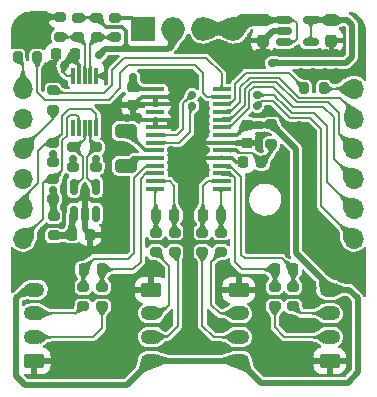
<source format=gtl>
G04 #@! TF.GenerationSoftware,KiCad,Pcbnew,7.0.1*
G04 #@! TF.CreationDate,2023-07-16T02:59:38+02:00*
G04 #@! TF.ProjectId,ADS1234_mass_sensor,41445331-3233-4345-9f6d-6173735f7365,1*
G04 #@! TF.SameCoordinates,Original*
G04 #@! TF.FileFunction,Copper,L1,Top*
G04 #@! TF.FilePolarity,Positive*
%FSLAX46Y46*%
G04 Gerber Fmt 4.6, Leading zero omitted, Abs format (unit mm)*
G04 Created by KiCad (PCBNEW 7.0.1) date 2023-07-16 02:59:38*
%MOMM*%
%LPD*%
G01*
G04 APERTURE LIST*
G04 Aperture macros list*
%AMRoundRect*
0 Rectangle with rounded corners*
0 $1 Rounding radius*
0 $2 $3 $4 $5 $6 $7 $8 $9 X,Y pos of 4 corners*
0 Add a 4 corners polygon primitive as box body*
4,1,4,$2,$3,$4,$5,$6,$7,$8,$9,$2,$3,0*
0 Add four circle primitives for the rounded corners*
1,1,$1+$1,$2,$3*
1,1,$1+$1,$4,$5*
1,1,$1+$1,$6,$7*
1,1,$1+$1,$8,$9*
0 Add four rect primitives between the rounded corners*
20,1,$1+$1,$2,$3,$4,$5,0*
20,1,$1+$1,$4,$5,$6,$7,0*
20,1,$1+$1,$6,$7,$8,$9,0*
20,1,$1+$1,$8,$9,$2,$3,0*%
G04 Aperture macros list end*
G04 #@! TA.AperFunction,SMDPad,CuDef*
%ADD10RoundRect,0.200000X-0.275000X0.200000X-0.275000X-0.200000X0.275000X-0.200000X0.275000X0.200000X0*%
G04 #@! TD*
G04 #@! TA.AperFunction,SMDPad,CuDef*
%ADD11RoundRect,0.150000X0.150000X-0.512500X0.150000X0.512500X-0.150000X0.512500X-0.150000X-0.512500X0*%
G04 #@! TD*
G04 #@! TA.AperFunction,ComponentPad*
%ADD12RoundRect,0.250000X-0.625000X0.350000X-0.625000X-0.350000X0.625000X-0.350000X0.625000X0.350000X0*%
G04 #@! TD*
G04 #@! TA.AperFunction,ComponentPad*
%ADD13O,1.750000X1.200000*%
G04 #@! TD*
G04 #@! TA.AperFunction,ComponentPad*
%ADD14RoundRect,0.250000X0.625000X-0.350000X0.625000X0.350000X-0.625000X0.350000X-0.625000X-0.350000X0*%
G04 #@! TD*
G04 #@! TA.AperFunction,SMDPad,CuDef*
%ADD15RoundRect,0.200000X0.275000X-0.200000X0.275000X0.200000X-0.275000X0.200000X-0.275000X-0.200000X0*%
G04 #@! TD*
G04 #@! TA.AperFunction,SMDPad,CuDef*
%ADD16RoundRect,0.250000X-0.650000X0.325000X-0.650000X-0.325000X0.650000X-0.325000X0.650000X0.325000X0*%
G04 #@! TD*
G04 #@! TA.AperFunction,SMDPad,CuDef*
%ADD17RoundRect,0.225000X-0.225000X-0.250000X0.225000X-0.250000X0.225000X0.250000X-0.225000X0.250000X0*%
G04 #@! TD*
G04 #@! TA.AperFunction,ComponentPad*
%ADD18R,2.000000X2.000000*%
G04 #@! TD*
G04 #@! TA.AperFunction,ComponentPad*
%ADD19O,2.000000X2.000000*%
G04 #@! TD*
G04 #@! TA.AperFunction,ComponentPad*
%ADD20O,1.700000X1.700000*%
G04 #@! TD*
G04 #@! TA.AperFunction,SMDPad,CuDef*
%ADD21RoundRect,0.225000X0.225000X0.250000X-0.225000X0.250000X-0.225000X-0.250000X0.225000X-0.250000X0*%
G04 #@! TD*
G04 #@! TA.AperFunction,SMDPad,CuDef*
%ADD22RoundRect,0.200000X0.200000X0.275000X-0.200000X0.275000X-0.200000X-0.275000X0.200000X-0.275000X0*%
G04 #@! TD*
G04 #@! TA.AperFunction,SMDPad,CuDef*
%ADD23RoundRect,0.225000X-0.250000X0.225000X-0.250000X-0.225000X0.250000X-0.225000X0.250000X0.225000X0*%
G04 #@! TD*
G04 #@! TA.AperFunction,SMDPad,CuDef*
%ADD24RoundRect,0.237500X-0.237500X0.300000X-0.237500X-0.300000X0.237500X-0.300000X0.237500X0.300000X0*%
G04 #@! TD*
G04 #@! TA.AperFunction,SMDPad,CuDef*
%ADD25RoundRect,0.087500X-0.712500X-0.087500X0.712500X-0.087500X0.712500X0.087500X-0.712500X0.087500X0*%
G04 #@! TD*
G04 #@! TA.AperFunction,SMDPad,CuDef*
%ADD26RoundRect,0.150000X-0.512500X-0.150000X0.512500X-0.150000X0.512500X0.150000X-0.512500X0.150000X0*%
G04 #@! TD*
G04 #@! TA.AperFunction,SMDPad,CuDef*
%ADD27RoundRect,0.200000X-0.200000X-0.275000X0.200000X-0.275000X0.200000X0.275000X-0.200000X0.275000X0*%
G04 #@! TD*
G04 #@! TA.AperFunction,SMDPad,CuDef*
%ADD28R,0.300000X1.400000*%
G04 #@! TD*
G04 #@! TA.AperFunction,ViaPad*
%ADD29C,0.700000*%
G04 #@! TD*
G04 #@! TA.AperFunction,Conductor*
%ADD30C,0.500000*%
G04 #@! TD*
G04 #@! TA.AperFunction,Conductor*
%ADD31C,0.200000*%
G04 #@! TD*
G04 #@! TA.AperFunction,Conductor*
%ADD32C,0.300000*%
G04 #@! TD*
G04 #@! TA.AperFunction,Conductor*
%ADD33C,1.000000*%
G04 #@! TD*
G04 #@! TA.AperFunction,Conductor*
%ADD34C,0.150000*%
G04 #@! TD*
G04 APERTURE END LIST*
D10*
X104645000Y-66545000D03*
X104645000Y-68195000D03*
X114720000Y-71145000D03*
X114720000Y-72795000D03*
D11*
X97690000Y-64950000D03*
X98640000Y-64950000D03*
X99590000Y-64950000D03*
X99590000Y-62675000D03*
X97690000Y-62675000D03*
D12*
X111670000Y-71395000D03*
D13*
X111670000Y-73395000D03*
X111670000Y-75395000D03*
X111670000Y-77395000D03*
D10*
X100095000Y-71145000D03*
X100095000Y-72795000D03*
D14*
X119370000Y-77395000D03*
D13*
X119370000Y-75395000D03*
X119370000Y-73395000D03*
X119370000Y-71395000D03*
D15*
X95970000Y-60595000D03*
X95970000Y-58945000D03*
D16*
X102090000Y-57945000D03*
X102090000Y-60895000D03*
D15*
X99595000Y-60995000D03*
X99595000Y-59345000D03*
D17*
X108620000Y-65070000D03*
X110170000Y-65070000D03*
D18*
X103605000Y-49290000D03*
D19*
X106145000Y-49290000D03*
D20*
X93415000Y-54370000D03*
X93415000Y-56910000D03*
X93415000Y-59450000D03*
X93415000Y-61990000D03*
X93415000Y-64530000D03*
X93415000Y-67070000D03*
X121415000Y-67070000D03*
X121415000Y-64530000D03*
X121415000Y-61990000D03*
X121415000Y-59450000D03*
X121415000Y-56910000D03*
X121415000Y-54370000D03*
D19*
X108685000Y-49290000D03*
X111225000Y-49290000D03*
D10*
X106245000Y-66545000D03*
X106245000Y-68195000D03*
D21*
X106220000Y-65070000D03*
X104670000Y-65070000D03*
D22*
X118870000Y-54345000D03*
X117220000Y-54345000D03*
D21*
X116295000Y-69670000D03*
X114745000Y-69670000D03*
D10*
X99645000Y-48345000D03*
X99645000Y-49995000D03*
X108595000Y-66545000D03*
X108595000Y-68195000D03*
D15*
X114445000Y-59045000D03*
X114445000Y-57395000D03*
X95995000Y-66795000D03*
X95995000Y-65145000D03*
D21*
X97770000Y-51470000D03*
X96220000Y-51470000D03*
D12*
X104270000Y-71395000D03*
D13*
X104270000Y-73395000D03*
X104270000Y-75395000D03*
X104270000Y-77395000D03*
D23*
X102720000Y-54220000D03*
X102720000Y-55770000D03*
D24*
X113725000Y-48562500D03*
X113725000Y-50287500D03*
D23*
X112345000Y-57445000D03*
X112345000Y-58995000D03*
D15*
X101195000Y-49995000D03*
X101195000Y-48345000D03*
X95970000Y-63670000D03*
X95970000Y-62020000D03*
D10*
X98520000Y-71145000D03*
X98520000Y-72795000D03*
X116295000Y-71145000D03*
X116295000Y-72795000D03*
D17*
X97545001Y-66720000D03*
X99095001Y-66720000D03*
D25*
X104620000Y-54395000D03*
X104620000Y-55045000D03*
X104620000Y-55695000D03*
X104620000Y-56345000D03*
X104620000Y-56995000D03*
X104620000Y-57645000D03*
X104620000Y-58295000D03*
X104620000Y-58945000D03*
X104620000Y-59595000D03*
X104620000Y-60245000D03*
X104620000Y-60895000D03*
X104620000Y-61545000D03*
X104620000Y-62195000D03*
X104620000Y-62845000D03*
X110220000Y-62845000D03*
X110220000Y-62195000D03*
X110220000Y-61545000D03*
X110220000Y-60895000D03*
X110220000Y-60245000D03*
X110220000Y-59595000D03*
X110220000Y-58945000D03*
X110220000Y-58295000D03*
X110220000Y-57645000D03*
X110220000Y-56995000D03*
X110220000Y-56345000D03*
X110220000Y-55695000D03*
X110220000Y-55045000D03*
X110220000Y-54395000D03*
D26*
X115495000Y-48520001D03*
X115495000Y-49470001D03*
X115495000Y-50420001D03*
X117770000Y-50420001D03*
X117770000Y-48520001D03*
D15*
X96545000Y-49970000D03*
X96545000Y-48320000D03*
X97670000Y-60995000D03*
X97670000Y-59345000D03*
D10*
X110170000Y-66545000D03*
X110170000Y-68195000D03*
D17*
X98545000Y-69670000D03*
X100095000Y-69670000D03*
D24*
X119525000Y-48562500D03*
X119525000Y-50287500D03*
D14*
X94370000Y-77395000D03*
D13*
X94370000Y-75395000D03*
X94370000Y-73395000D03*
X94370000Y-71395000D03*
D21*
X113595000Y-60570000D03*
X112045000Y-60570000D03*
D27*
X92945000Y-51720000D03*
X94595000Y-51720000D03*
D15*
X95970000Y-56170000D03*
X95970000Y-54520000D03*
D28*
X99620000Y-53270000D03*
X99120000Y-53270000D03*
X98620000Y-53270000D03*
X98120000Y-53270000D03*
X97620000Y-53270000D03*
X97620000Y-57670000D03*
X98120000Y-57670000D03*
X98620000Y-57670000D03*
X99120000Y-57670000D03*
X99620000Y-57670000D03*
D10*
X98095000Y-48345000D03*
X98095000Y-49995000D03*
D29*
X96845000Y-52420000D03*
X95970000Y-59894500D03*
X99595000Y-60295000D03*
X99845000Y-51520000D03*
X102720000Y-53370000D03*
X95970000Y-62969500D03*
X97670000Y-60294500D03*
X105745000Y-53320000D03*
X101920000Y-72895000D03*
X100420000Y-77395000D03*
X95070000Y-68945000D03*
X111295000Y-50995000D03*
X102245000Y-56820000D03*
X102070000Y-67945000D03*
X117645000Y-64945001D03*
X113395000Y-72895000D03*
X101920000Y-77395000D03*
X113270000Y-51320000D03*
X113795000Y-61820000D03*
X107545000Y-62395000D03*
X100630000Y-61320000D03*
X107545000Y-60895000D03*
X98920000Y-77395000D03*
X101070000Y-67945000D03*
X100630000Y-59820000D03*
X114145000Y-51320000D03*
X117645000Y-62945001D03*
X96070000Y-67945000D03*
X119645000Y-68945000D03*
X113395000Y-74395000D03*
X117645000Y-65945001D03*
X113395000Y-71395000D03*
X98645000Y-63670000D03*
X107545000Y-68395000D03*
X93070000Y-50370000D03*
X117645000Y-66945001D03*
X108295000Y-50995000D03*
X113395000Y-77395000D03*
X115645000Y-67945000D03*
X95920000Y-77395000D03*
X102070000Y-62945000D03*
X119945000Y-51345000D03*
X117645000Y-57945001D03*
X97070000Y-67945000D03*
X119070000Y-51345000D03*
X115745000Y-57470000D03*
X107545000Y-71395000D03*
X114895000Y-77395000D03*
X99070000Y-67945000D03*
X112645000Y-65944999D03*
X94570000Y-50370000D03*
X107545000Y-63895000D03*
X100630000Y-56820000D03*
X100270000Y-53270000D03*
X117895000Y-77395000D03*
X102070000Y-63945000D03*
X114795001Y-61820000D03*
X113395000Y-75895000D03*
X117645000Y-58945001D03*
X115645000Y-65945001D03*
X107545000Y-66895000D03*
X97420000Y-77395000D03*
X105970000Y-59595000D03*
X108870000Y-59595000D03*
X118645000Y-67945000D03*
X116395000Y-77395000D03*
X107895000Y-59595000D03*
X117645000Y-67945000D03*
X120645000Y-68945000D03*
X117645000Y-60945001D03*
X113370000Y-58545000D03*
X98070000Y-67945000D03*
X104245000Y-53320000D03*
X100070000Y-67945000D03*
X111295000Y-52495000D03*
X102070000Y-66945000D03*
X117645000Y-63945001D03*
X109795000Y-50995000D03*
X121645001Y-68945000D03*
X114645000Y-67945000D03*
X107545000Y-65395000D03*
X113645000Y-67945000D03*
X119945000Y-52995000D03*
X117645000Y-59945001D03*
X95570000Y-48320000D03*
X119645000Y-67945000D03*
X107545000Y-75895000D03*
X113370000Y-59395000D03*
X102070000Y-64945000D03*
X101920000Y-74395000D03*
X115645000Y-66945001D03*
X93070000Y-68945000D03*
X100630000Y-58320000D03*
X107545000Y-74395000D03*
X118944999Y-52995000D03*
X107545000Y-72895000D03*
X101920000Y-71395000D03*
X105920000Y-57320000D03*
X102070000Y-65944999D03*
X116944999Y-52995000D03*
X107545000Y-69895000D03*
X101920000Y-75895000D03*
X95070000Y-67945000D03*
X105920000Y-55045000D03*
X117645000Y-61945000D03*
X103170000Y-56795000D03*
X117944999Y-52995000D03*
X95745000Y-52270000D03*
X116745000Y-57470000D03*
X94070000Y-68945000D03*
X112645000Y-67945000D03*
X112645000Y-66945000D03*
X107245000Y-53320000D03*
X106920000Y-59595000D03*
X112795000Y-61820000D03*
X115645000Y-64945001D03*
X114520000Y-52170000D03*
X113345000Y-57445000D03*
X107745000Y-55820000D03*
X113245000Y-55820000D03*
X113245000Y-54895000D03*
X107720000Y-54895000D03*
D30*
X97545001Y-66720000D02*
X97545001Y-65094999D01*
X95995000Y-66795000D02*
X97470001Y-66795000D01*
X97545001Y-65094999D02*
X97690000Y-64950000D01*
X97470001Y-66795000D02*
X97545001Y-66720000D01*
D31*
X97670000Y-60995000D02*
X97670000Y-60294500D01*
D32*
X102120000Y-49495000D02*
X102120000Y-50595000D01*
D30*
X95995000Y-63695000D02*
X95970000Y-63670000D01*
D32*
X100470000Y-49170000D02*
X101795000Y-49170000D01*
D31*
X97095000Y-53270000D02*
X96845000Y-53020000D01*
D30*
X105720000Y-50995000D02*
X102520000Y-50995000D01*
D32*
X101045000Y-50995000D02*
X101720000Y-50995000D01*
D30*
X97770000Y-51470000D02*
X97770000Y-52020000D01*
D32*
X102895000Y-54395000D02*
X102720000Y-54220000D01*
D30*
X101045000Y-50995000D02*
X100345000Y-50995000D01*
D32*
X98120000Y-53270000D02*
X98120000Y-52370000D01*
D30*
X102720000Y-54220000D02*
X102720000Y-53370000D01*
D31*
X97620000Y-53270000D02*
X97095000Y-53270000D01*
X95970000Y-63670000D02*
X95970000Y-62969500D01*
D30*
X99845000Y-51495000D02*
X99845000Y-51520000D01*
D32*
X101720000Y-50995000D02*
X102120000Y-50595000D01*
X102120000Y-50595000D02*
X102520000Y-50995000D01*
X104620000Y-54395000D02*
X102895000Y-54395000D01*
X101795000Y-49170000D02*
X102120000Y-49495000D01*
D30*
X96845000Y-52420000D02*
X96845000Y-52395000D01*
X95995000Y-65145000D02*
X95995000Y-63695000D01*
D32*
X99645000Y-48345000D02*
X100470000Y-49170000D01*
D31*
X98095000Y-48345000D02*
X99645000Y-48345000D01*
D30*
X97770000Y-52020000D02*
X97870000Y-52120000D01*
D31*
X99595000Y-60995000D02*
X99595000Y-60295000D01*
D30*
X102520000Y-50995000D02*
X101045000Y-50995000D01*
D31*
X95970000Y-60595000D02*
X95970000Y-59894500D01*
D30*
X96845000Y-52395000D02*
X97770000Y-51470000D01*
X106145000Y-50570000D02*
X105720000Y-50995000D01*
X100345000Y-50995000D02*
X99845000Y-51495000D01*
X106145000Y-49290000D02*
X106145000Y-50570000D01*
D32*
X98120000Y-52370000D02*
X97870000Y-52120000D01*
D31*
X96845000Y-53020000D02*
X96845000Y-52420000D01*
X109070000Y-62195000D02*
X110220000Y-62195000D01*
X108620000Y-65070000D02*
X108620000Y-62645000D01*
X108595000Y-66545000D02*
X108595000Y-65095000D01*
X108620000Y-62645000D02*
X109070000Y-62195000D01*
X108595000Y-65095000D02*
X108620000Y-65070000D01*
X108595000Y-74445000D02*
X109545000Y-75395000D01*
X108595000Y-68195000D02*
X108595000Y-74445000D01*
X109545000Y-75395000D02*
X111670000Y-75395000D01*
X99120000Y-53270000D02*
X99120000Y-50520000D01*
X99645000Y-49995000D02*
X101195000Y-49995000D01*
X99120000Y-50520000D02*
X99645000Y-49995000D01*
D32*
X105595000Y-57645000D02*
X105920000Y-57320000D01*
X102660000Y-48345000D02*
X103605000Y-49290000D01*
D30*
X98640000Y-66264999D02*
X99095001Y-66720000D01*
D32*
X104620000Y-56995000D02*
X105595000Y-56995000D01*
X110220000Y-58945000D02*
X112295000Y-58945000D01*
D30*
X100270000Y-53270000D02*
X100020000Y-53270000D01*
D32*
X111120000Y-60245000D02*
X111445000Y-60570000D01*
D31*
X95745000Y-52270000D02*
X96220000Y-51795000D01*
D30*
X115495000Y-49470001D02*
X114542499Y-49470001D01*
D32*
X98640000Y-63675000D02*
X98645000Y-63670000D01*
X100020000Y-53270000D02*
X99620000Y-53270000D01*
X112295000Y-58945000D02*
X112345000Y-58995000D01*
D30*
X114542499Y-49470001D02*
X113725000Y-50287500D01*
D32*
X104620000Y-55045000D02*
X105920000Y-55045000D01*
D31*
X96220000Y-51795000D02*
X96220000Y-51470000D01*
D32*
X110220000Y-60245000D02*
X111120000Y-60245000D01*
X104620000Y-57645000D02*
X105595000Y-57645000D01*
X104620000Y-55045000D02*
X103445000Y-55045000D01*
X103445000Y-55045000D02*
X102720000Y-55770000D01*
X104620000Y-55045000D02*
X104620000Y-55695000D01*
X105595000Y-56995000D02*
X105920000Y-57320000D01*
X101195000Y-48345000D02*
X102660000Y-48345000D01*
D30*
X98640000Y-64950000D02*
X98640000Y-66264999D01*
D32*
X111445000Y-60570000D02*
X112045000Y-60570000D01*
D31*
X98620000Y-53270000D02*
X98620000Y-50520000D01*
X98095000Y-49995000D02*
X96570000Y-49995000D01*
X96570000Y-49995000D02*
X96545000Y-49970000D01*
X98620000Y-50520000D02*
X98095000Y-49995000D01*
X118895000Y-54370000D02*
X121415000Y-54370000D01*
X118870000Y-54345000D02*
X118895000Y-54370000D01*
X110220000Y-55695000D02*
X110918008Y-55695000D01*
X115895000Y-53020000D02*
X117220000Y-54345000D01*
X111370000Y-55243008D02*
X111370000Y-53932500D01*
X111370000Y-53932500D02*
X112282500Y-53020000D01*
X112282500Y-53020000D02*
X115895000Y-53020000D01*
X110918008Y-55695000D02*
X111370000Y-55243008D01*
X95970000Y-56170000D02*
X95970000Y-56895000D01*
X95970000Y-56895000D02*
X93415000Y-59450000D01*
X101995000Y-51770000D02*
X100970000Y-52795000D01*
X108920000Y-51770000D02*
X101995000Y-51770000D01*
X100295000Y-54745000D02*
X96195000Y-54745000D01*
X96195000Y-54745000D02*
X95970000Y-54520000D01*
X110220000Y-54395000D02*
X110220000Y-53070000D01*
X100970000Y-54070000D02*
X100295000Y-54745000D01*
X110220000Y-53070000D02*
X108920000Y-51770000D01*
X100970000Y-52795000D02*
X100970000Y-54070000D01*
X93415000Y-52190000D02*
X93415000Y-54370000D01*
X92945000Y-51720000D02*
X93415000Y-52190000D01*
X108995000Y-55045000D02*
X108670000Y-54720000D01*
X110220000Y-55045000D02*
X108995000Y-55045000D01*
X102320000Y-52345000D02*
X101645000Y-53020000D01*
X107945000Y-52345000D02*
X102320000Y-52345000D01*
X95245000Y-55295000D02*
X94595000Y-54645000D01*
X101645000Y-53020000D02*
X101645000Y-54345000D01*
X94595000Y-54645000D02*
X94595000Y-51720000D01*
X108670000Y-54720000D02*
X108670000Y-53070000D01*
X108670000Y-53070000D02*
X107945000Y-52345000D01*
X101645000Y-54345000D02*
X100695000Y-55295000D01*
X100695000Y-55295000D02*
X95245000Y-55295000D01*
D30*
X114520000Y-52170000D02*
X120745000Y-52170000D01*
D32*
X111495000Y-58295000D02*
X112345000Y-57445000D01*
D30*
X116495000Y-68270000D02*
X119370000Y-71145000D01*
X102245000Y-79420000D02*
X104270000Y-77395000D01*
X120862500Y-48562500D02*
X119525000Y-48562500D01*
X92820000Y-78695000D02*
X93545000Y-79420000D01*
D32*
X110220000Y-58295000D02*
X111495000Y-58295000D01*
D30*
X92820000Y-72120000D02*
X92820000Y-78695000D01*
X119370000Y-71145000D02*
X119370000Y-71395000D01*
X116495000Y-59445000D02*
X116495000Y-68270000D01*
X114395000Y-57445000D02*
X114445000Y-57395000D01*
X121745000Y-78395000D02*
X121745000Y-72095000D01*
X113520000Y-79245000D02*
X120895000Y-79245000D01*
X120745000Y-52170000D02*
X121270000Y-51645000D01*
X120895000Y-79245000D02*
X121745000Y-78395000D01*
X94370000Y-71395000D02*
X93545000Y-71395000D01*
X93545000Y-71395000D02*
X92820000Y-72120000D01*
X93545000Y-79420000D02*
X102245000Y-79420000D01*
X113345000Y-57445000D02*
X112345000Y-57445000D01*
X117770000Y-48520001D02*
X119482501Y-48520001D01*
X121270000Y-48970000D02*
X120862500Y-48562500D01*
X114445000Y-57395000D02*
X116495000Y-59445000D01*
X121045000Y-71395000D02*
X119370000Y-71395000D01*
X119482501Y-48520001D02*
X119525000Y-48562500D01*
X113345000Y-57445000D02*
X114395000Y-57445000D01*
D31*
X117770000Y-50420001D02*
X117770000Y-48520001D01*
D30*
X111670000Y-77395000D02*
X113520000Y-79245000D01*
X121745000Y-72095000D02*
X121045000Y-71395000D01*
X121270000Y-51645000D02*
X121270000Y-48970000D01*
X104270000Y-77395000D02*
X111670000Y-77395000D01*
D31*
X103845000Y-60895000D02*
X102820000Y-61920000D01*
X104620000Y-60895000D02*
X103845000Y-60895000D01*
X98520000Y-71145000D02*
X98520000Y-69695000D01*
X99379314Y-68745000D02*
X98545000Y-69579314D01*
X98545000Y-69579314D02*
X98545000Y-69670000D01*
X98520000Y-69695000D02*
X98545000Y-69670000D01*
X102820000Y-68245000D02*
X102320000Y-68745000D01*
X102320000Y-68745000D02*
X99379314Y-68745000D01*
X102820000Y-61920000D02*
X102820000Y-68245000D01*
X97920000Y-73395000D02*
X94370000Y-73395000D01*
X98520000Y-72795000D02*
X97920000Y-73395000D01*
X100095000Y-71145000D02*
X100095000Y-69670000D01*
X102745000Y-69670000D02*
X103395000Y-69020000D01*
X100095000Y-69670000D02*
X102745000Y-69670000D01*
X103395000Y-61985000D02*
X103835000Y-61545000D01*
X103835000Y-61545000D02*
X104620000Y-61545000D01*
X103395000Y-69020000D02*
X103395000Y-61985000D01*
X99295000Y-75395000D02*
X100095000Y-74595000D01*
X94370000Y-75395000D02*
X99295000Y-75395000D01*
X100095000Y-74595000D02*
X100095000Y-72795000D01*
X110220000Y-60895000D02*
X110918008Y-60895000D01*
X115345000Y-68720000D02*
X116295000Y-69670000D01*
X111895000Y-68420000D02*
X112195000Y-68720000D01*
X116295000Y-71145000D02*
X116295000Y-69670000D01*
X110918008Y-60895000D02*
X111895000Y-61871992D01*
X112195000Y-68720000D02*
X115345000Y-68720000D01*
X111895000Y-61871992D02*
X111895000Y-68420000D01*
X116895000Y-73395000D02*
X119370000Y-73395000D01*
X116295000Y-72795000D02*
X116895000Y-73395000D01*
X114745000Y-71120000D02*
X114720000Y-71145000D01*
X110918008Y-61545000D02*
X111320000Y-61946992D01*
X110220000Y-61545000D02*
X110918008Y-61545000D01*
X111970000Y-69670000D02*
X114745000Y-69670000D01*
X114745000Y-69670000D02*
X114745000Y-71120000D01*
X111320000Y-61946992D02*
X111320000Y-69020000D01*
X111320000Y-69020000D02*
X111970000Y-69670000D01*
X115545000Y-75395000D02*
X114720000Y-74570000D01*
X114720000Y-74570000D02*
X114720000Y-72795000D01*
X119370000Y-75395000D02*
X115545000Y-75395000D01*
X106220000Y-62595000D02*
X106220000Y-65070000D01*
X106220000Y-65070000D02*
X106220000Y-66520000D01*
X105820000Y-62195000D02*
X106220000Y-62595000D01*
X104620000Y-62195000D02*
X105820000Y-62195000D01*
X106220000Y-66520000D02*
X106245000Y-66545000D01*
X105595000Y-75395000D02*
X104270000Y-75395000D01*
X106495000Y-68445000D02*
X106495000Y-74495000D01*
X106245000Y-68195000D02*
X106495000Y-68445000D01*
X106495000Y-74495000D02*
X105595000Y-75395000D01*
X104620000Y-65020000D02*
X104670000Y-65070000D01*
X104670000Y-65070000D02*
X104670000Y-66520000D01*
X104670000Y-66520000D02*
X104645000Y-66545000D01*
X104620000Y-62845000D02*
X104620000Y-65020000D01*
X104270000Y-73395000D02*
X105070000Y-73395000D01*
X105070000Y-73395000D02*
X105795000Y-72670000D01*
X105795000Y-69345000D02*
X104645000Y-68195000D01*
X105795000Y-72670000D02*
X105795000Y-69345000D01*
X110170000Y-62895000D02*
X110220000Y-62845000D01*
X110170000Y-65070000D02*
X110170000Y-62895000D01*
X110170000Y-66545000D02*
X110170000Y-65070000D01*
X109345000Y-72695000D02*
X110045000Y-73395000D01*
X110045000Y-73395000D02*
X111670000Y-73395000D01*
X110170000Y-68195000D02*
X109345000Y-69020000D01*
X109345000Y-69020000D02*
X109345000Y-72695000D01*
D33*
X108685000Y-49290000D02*
X111225000Y-49290000D01*
X111952500Y-48562500D02*
X113725000Y-48562500D01*
X111225000Y-49290000D02*
X111952500Y-48562500D01*
D31*
X116295001Y-48520001D02*
X116570000Y-48795000D01*
X116570000Y-48795000D02*
X116570000Y-50170000D01*
D30*
X115452501Y-48562500D02*
X115495000Y-48520001D01*
D31*
X116319999Y-50420001D02*
X115495000Y-50420001D01*
X115495000Y-48520001D02*
X116295001Y-48520001D01*
D30*
X113725000Y-48562500D02*
X115452501Y-48562500D01*
D31*
X116570000Y-50170000D02*
X116319999Y-50420001D01*
X114554314Y-55395000D02*
X113670000Y-55395000D01*
X121415000Y-67070000D02*
X118645000Y-64300000D01*
X107570000Y-55995000D02*
X107745000Y-55820000D01*
X115979314Y-56820000D02*
X114554314Y-55395000D01*
X107570000Y-57295000D02*
X107570000Y-55995000D01*
X106645000Y-58945000D02*
X107220000Y-58370000D01*
X117695000Y-56820000D02*
X115979314Y-56820000D01*
X107570000Y-58020000D02*
X107570000Y-57295000D01*
X107220000Y-58370000D02*
X107570000Y-58020000D01*
X113670000Y-55395000D02*
X113245000Y-55820000D01*
X118645000Y-64300000D02*
X118645000Y-57770000D01*
X118645000Y-57770000D02*
X117695000Y-56820000D01*
X104620000Y-58945000D02*
X106645000Y-58945000D01*
X106995000Y-55620000D02*
X107720000Y-54895000D01*
X106445000Y-58295000D02*
X106720000Y-58020000D01*
X115320000Y-55595000D02*
X114945000Y-55220000D01*
X104620000Y-58295000D02*
X106445000Y-58295000D01*
X118320000Y-56720000D02*
X118020000Y-56420000D01*
X106995000Y-56945000D02*
X106995000Y-55620000D01*
X118320000Y-56720000D02*
X119145000Y-57545000D01*
X118320000Y-56720000D02*
X118220000Y-56620000D01*
X119145000Y-57545000D02*
X119145000Y-62260000D01*
X106995000Y-57745000D02*
X106995000Y-56945000D01*
X114620000Y-54895000D02*
X113245000Y-54895000D01*
X114813032Y-55088032D02*
X114620000Y-54895000D01*
X116495000Y-56420000D02*
X116145000Y-56420000D01*
X118020000Y-56420000D02*
X116495000Y-56420000D01*
X114945000Y-55220000D02*
X114813032Y-55088032D01*
X114945000Y-55220000D02*
X114870000Y-55145000D01*
X119145000Y-62260000D02*
X121415000Y-64530000D01*
X116145000Y-56420000D02*
X115320000Y-55595000D01*
X106720000Y-58020000D02*
X106995000Y-57745000D01*
X116295000Y-55920000D02*
X118845000Y-55920000D01*
X110220000Y-57645000D02*
X110918008Y-57645000D01*
X112570000Y-54576372D02*
X112926372Y-54220000D01*
X119720000Y-56795000D02*
X119720000Y-60295000D01*
X110918008Y-57645000D02*
X112570000Y-55993008D01*
X114595000Y-54220000D02*
X116295000Y-55920000D01*
X118845000Y-55920000D02*
X119720000Y-56795000D01*
X112570000Y-55993008D02*
X112570000Y-54576372D01*
X119720000Y-60295000D02*
X121415000Y-61990000D01*
X112926372Y-54220000D02*
X114595000Y-54220000D01*
X120195000Y-58230000D02*
X121415000Y-59450000D01*
X120195000Y-56445000D02*
X120195000Y-58230000D01*
X119270000Y-55520000D02*
X120195000Y-56445000D01*
X114870000Y-53820000D02*
X116570000Y-55520000D01*
X110918008Y-56995000D02*
X112170000Y-55743008D01*
X110220000Y-56995000D02*
X110918008Y-56995000D01*
X112170000Y-55743008D02*
X112170000Y-54410686D01*
X116570000Y-55520000D02*
X119270000Y-55520000D01*
X112170000Y-54410686D02*
X112760686Y-53820000D01*
X112760686Y-53820000D02*
X114870000Y-53820000D01*
X121415000Y-56265000D02*
X121415000Y-56910000D01*
X110918008Y-56345000D02*
X111770000Y-55493008D01*
X116812893Y-55120000D02*
X120270000Y-55120000D01*
X111770000Y-54245000D02*
X112595000Y-53420000D01*
X120270000Y-55120000D02*
X121415000Y-56265000D01*
X112595000Y-53420000D02*
X115112893Y-53420000D01*
X111770000Y-55493008D02*
X111770000Y-54245000D01*
X115112893Y-53420000D02*
X116812893Y-55120000D01*
X110220000Y-56345000D02*
X110918008Y-56345000D01*
X96745000Y-61245000D02*
X96745000Y-58735686D01*
X97895000Y-56570000D02*
X98120000Y-56795000D01*
X97145000Y-58335686D02*
X97145000Y-56835686D01*
X97410686Y-56570000D02*
X97895000Y-56570000D01*
X95970000Y-62020000D02*
X96745000Y-61245000D01*
X97145000Y-56835686D02*
X97410686Y-56570000D01*
X96745000Y-58735686D02*
X97145000Y-58335686D01*
X93415000Y-67070000D02*
X95095000Y-65390000D01*
X95095000Y-65390000D02*
X95095000Y-62345000D01*
X95420000Y-62020000D02*
X95970000Y-62020000D01*
X98120000Y-56795000D02*
X98120000Y-57670000D01*
X95095000Y-62345000D02*
X95420000Y-62020000D01*
X93415000Y-64530000D02*
X93415000Y-63625000D01*
X96745000Y-56670000D02*
X97320000Y-56095000D01*
X99620000Y-56520000D02*
X99620000Y-57670000D01*
X95345000Y-58945000D02*
X95970000Y-58945000D01*
X97320000Y-56095000D02*
X99195000Y-56095000D01*
X95970000Y-58945000D02*
X96745000Y-58170000D01*
X93415000Y-63625000D02*
X94670000Y-62370000D01*
X94670000Y-62370000D02*
X94670000Y-59620000D01*
X94670000Y-59620000D02*
X95345000Y-58945000D01*
X99195000Y-56095000D02*
X99620000Y-56520000D01*
X96745000Y-58170000D02*
X96745000Y-56670000D01*
D32*
X114445000Y-59720000D02*
X113595000Y-60570000D01*
X110220000Y-59595000D02*
X111470000Y-59595000D01*
D31*
X111570000Y-59695000D02*
X111645000Y-59770000D01*
X112795000Y-59770000D02*
X113595000Y-60570000D01*
X111645000Y-59770000D02*
X112795000Y-59770000D01*
D32*
X111470000Y-59595000D02*
X111570000Y-59695000D01*
X114445000Y-59045000D02*
X114445000Y-59720000D01*
D34*
X99590000Y-62675000D02*
X98820000Y-61905000D01*
X98820000Y-61905000D02*
X98820000Y-60120000D01*
D31*
X99120000Y-58870000D02*
X99595000Y-59345000D01*
D34*
X98820000Y-60120000D02*
X99595000Y-59345000D01*
D31*
X99120000Y-57670000D02*
X99120000Y-58870000D01*
D34*
X98445000Y-61920000D02*
X98445000Y-60120000D01*
X98445000Y-60120000D02*
X97670000Y-59345000D01*
X97690000Y-62675000D02*
X98445000Y-61920000D01*
D31*
X97895000Y-59345000D02*
X97670000Y-59345000D01*
X98620000Y-57670000D02*
X98620000Y-58620000D01*
X98620000Y-58620000D02*
X97895000Y-59345000D01*
D32*
X104620000Y-59595000D02*
X103740000Y-59595000D01*
X103740000Y-59595000D02*
X102090000Y-57945000D01*
X104620000Y-60245000D02*
X102740000Y-60245000D01*
X102740000Y-60245000D02*
X102090000Y-60895000D01*
G04 #@! TA.AperFunction,Conductor*
G36*
X107795909Y-52704939D02*
G01*
X107836137Y-52731819D01*
X108283181Y-53178862D01*
X108310061Y-53219090D01*
X108319500Y-53266543D01*
X108319500Y-54346651D01*
X108300801Y-54412131D01*
X108250344Y-54457863D01*
X108183346Y-54470054D01*
X108120014Y-54445027D01*
X108022840Y-54370463D01*
X107876762Y-54309956D01*
X107720000Y-54289317D01*
X107563237Y-54309956D01*
X107417159Y-54370463D01*
X107291717Y-54466717D01*
X107195464Y-54592157D01*
X107175359Y-54640694D01*
X107171743Y-54648623D01*
X107150659Y-54690856D01*
X107105618Y-54823751D01*
X107101515Y-54837032D01*
X107101169Y-54838267D01*
X107097727Y-54852055D01*
X107074859Y-54955821D01*
X107073898Y-54959859D01*
X107061823Y-55007072D01*
X107052283Y-55032429D01*
X107043357Y-55050031D01*
X107027243Y-55074259D01*
X106966631Y-55145563D01*
X106965428Y-55147674D01*
X106945400Y-55173916D01*
X106781955Y-55337361D01*
X106762104Y-55353483D01*
X106754332Y-55358561D01*
X106736500Y-55381471D01*
X106726765Y-55392496D01*
X106715441Y-55408357D01*
X106712392Y-55412445D01*
X106696378Y-55433022D01*
X106677891Y-55456773D01*
X106661871Y-55510582D01*
X106660309Y-55515458D01*
X106642074Y-55568577D01*
X106644394Y-55624668D01*
X106644500Y-55629792D01*
X106644500Y-57548457D01*
X106635061Y-57595910D01*
X106608183Y-57636135D01*
X106460307Y-57784011D01*
X106460307Y-57784010D01*
X106336136Y-57908181D01*
X106295908Y-57935061D01*
X106248455Y-57944500D01*
X106038555Y-57944500D01*
X105971929Y-57925080D01*
X105926172Y-57872903D01*
X105918983Y-57826194D01*
X105913551Y-57820000D01*
X104569000Y-57820000D01*
X104507000Y-57803387D01*
X104461613Y-57758000D01*
X104445000Y-57696000D01*
X104445000Y-57170000D01*
X104795000Y-57170000D01*
X104795000Y-57470000D01*
X105913549Y-57470000D01*
X105913550Y-57469998D01*
X105904880Y-57404133D01*
X105889686Y-57367454D01*
X105880246Y-57319999D01*
X105889686Y-57272544D01*
X105904879Y-57235866D01*
X105913551Y-57170000D01*
X104795000Y-57170000D01*
X104445000Y-57170000D01*
X103326450Y-57170000D01*
X103328192Y-57183233D01*
X103319699Y-57247143D01*
X103280268Y-57298151D01*
X103220558Y-57322468D01*
X103156711Y-57313520D01*
X103105985Y-57273727D01*
X103097546Y-57262454D01*
X102982331Y-57176204D01*
X102847483Y-57125909D01*
X102787873Y-57119500D01*
X102787869Y-57119500D01*
X101392130Y-57119500D01*
X101332515Y-57125909D01*
X101197669Y-57176204D01*
X101082454Y-57262454D01*
X100996204Y-57377668D01*
X100945909Y-57512516D01*
X100939500Y-57572130D01*
X100939500Y-58317869D01*
X100945909Y-58377484D01*
X100962551Y-58422102D01*
X100996204Y-58512331D01*
X101082454Y-58627546D01*
X101197669Y-58713796D01*
X101332517Y-58764091D01*
X101392127Y-58770500D01*
X101786889Y-58770499D01*
X101814837Y-58773690D01*
X101966937Y-58808877D01*
X101997435Y-58815932D01*
X102010006Y-58819549D01*
X102146794Y-58866854D01*
X102196128Y-58883916D01*
X102207450Y-58888467D01*
X102397630Y-58976010D01*
X102407556Y-58981134D01*
X102588160Y-59084945D01*
X102601996Y-59092898D01*
X102610575Y-59098308D01*
X102814776Y-59239061D01*
X102832084Y-59253476D01*
X103211427Y-59632819D01*
X103241677Y-59682182D01*
X103246219Y-59739898D01*
X103224064Y-59793385D01*
X103180041Y-59830985D01*
X103123746Y-59844500D01*
X102676567Y-59844500D01*
X102655491Y-59851347D01*
X102636580Y-59855887D01*
X102614693Y-59859354D01*
X102594952Y-59869412D01*
X102576987Y-59876854D01*
X102555910Y-59883703D01*
X102537982Y-59896728D01*
X102521402Y-59906888D01*
X102501658Y-59916948D01*
X102479095Y-59939512D01*
X102479091Y-59939516D01*
X102479088Y-59939517D01*
X102394534Y-60024070D01*
X102358644Y-60049055D01*
X102316312Y-60060027D01*
X102213521Y-60067889D01*
X102197189Y-60069139D01*
X102187734Y-60069500D01*
X102151181Y-60069500D01*
X102148264Y-60069466D01*
X102134367Y-60069139D01*
X101955877Y-60064939D01*
X101955876Y-60064939D01*
X101929398Y-60068434D01*
X101913172Y-60069500D01*
X101392130Y-60069500D01*
X101332515Y-60075909D01*
X101197669Y-60126204D01*
X101082454Y-60212454D01*
X100996204Y-60327668D01*
X100949341Y-60453313D01*
X100945909Y-60462517D01*
X100939988Y-60517594D01*
X100939500Y-60522130D01*
X100939500Y-61267869D01*
X100945909Y-61327484D01*
X100961270Y-61368668D01*
X100996204Y-61462331D01*
X101082454Y-61577546D01*
X101197669Y-61663796D01*
X101332517Y-61714091D01*
X101392127Y-61720500D01*
X102345500Y-61720499D01*
X102407500Y-61737112D01*
X102452887Y-61782499D01*
X102469500Y-61844499D01*
X102469500Y-61850869D01*
X102467040Y-61867752D01*
X102469394Y-61924668D01*
X102469500Y-61929792D01*
X102469500Y-68048456D01*
X102460061Y-68095909D01*
X102433181Y-68136137D01*
X102211137Y-68358181D01*
X102170909Y-68385061D01*
X102123456Y-68394500D01*
X99428521Y-68394500D01*
X99403075Y-68391861D01*
X99393999Y-68389958D01*
X99365198Y-68393548D01*
X99350517Y-68394459D01*
X99331300Y-68397665D01*
X99326238Y-68398402D01*
X99270506Y-68405350D01*
X99221127Y-68432072D01*
X99216575Y-68434415D01*
X99166118Y-68459082D01*
X99128094Y-68500387D01*
X99124547Y-68504083D01*
X99003444Y-68625186D01*
X98987372Y-68636696D01*
X98988338Y-68638033D01*
X98847389Y-68739917D01*
X98837543Y-68746344D01*
X98723271Y-68813440D01*
X98715844Y-68817801D01*
X98704082Y-68823887D01*
X98588283Y-68876165D01*
X98574596Y-68881394D01*
X98464411Y-68916184D01*
X98449050Y-68919975D01*
X98323747Y-68942537D01*
X98301777Y-68944500D01*
X98274518Y-68944500D01*
X98217882Y-68950588D01*
X98089774Y-68998371D01*
X97980312Y-69080312D01*
X97898372Y-69189773D01*
X97850588Y-69317883D01*
X97844500Y-69374518D01*
X97844500Y-69965482D01*
X97850588Y-70022116D01*
X97876448Y-70091450D01*
X97879627Y-70101183D01*
X97882284Y-70110623D01*
X97882285Y-70110626D01*
X97882286Y-70110628D01*
X97883060Y-70112430D01*
X97887910Y-70123715D01*
X97887724Y-70123794D01*
X97891276Y-70131203D01*
X97898371Y-70150224D01*
X97898372Y-70150226D01*
X97980313Y-70259687D01*
X97980315Y-70259688D01*
X97990227Y-70272929D01*
X97995903Y-70281188D01*
X97999777Y-70287343D01*
X98010947Y-70305094D01*
X98015885Y-70313686D01*
X98047495Y-70374148D01*
X98061424Y-70438335D01*
X98040614Y-70500629D01*
X98037812Y-70504810D01*
X98030797Y-70514271D01*
X97997116Y-70555449D01*
X97986692Y-70566696D01*
X97950355Y-70601334D01*
X97938433Y-70611348D01*
X97922851Y-70622848D01*
X97842207Y-70732117D01*
X97797353Y-70860303D01*
X97794500Y-70890731D01*
X97794500Y-71399269D01*
X97797353Y-71429696D01*
X97842207Y-71557884D01*
X97922849Y-71667150D01*
X98032115Y-71747792D01*
X98032118Y-71747793D01*
X98160301Y-71792646D01*
X98172474Y-71793787D01*
X98190731Y-71795500D01*
X98190734Y-71795500D01*
X98849266Y-71795500D01*
X98849269Y-71795500D01*
X98864482Y-71794072D01*
X98879699Y-71792646D01*
X99007882Y-71747793D01*
X99007882Y-71747792D01*
X99007884Y-71747792D01*
X99117150Y-71667150D01*
X99207730Y-71544419D01*
X99251619Y-71507358D01*
X99307500Y-71494052D01*
X99363381Y-71507358D01*
X99407270Y-71544419D01*
X99497849Y-71667150D01*
X99607115Y-71747792D01*
X99607118Y-71747793D01*
X99735301Y-71792646D01*
X99747474Y-71793787D01*
X99765731Y-71795500D01*
X99765734Y-71795500D01*
X100424266Y-71795500D01*
X100424269Y-71795500D01*
X100439482Y-71794072D01*
X100454699Y-71792646D01*
X100582882Y-71747793D01*
X100582882Y-71747792D01*
X100582884Y-71747792D01*
X100692150Y-71667150D01*
X100772792Y-71557884D01*
X100781357Y-71533407D01*
X100817646Y-71429699D01*
X100820500Y-71399266D01*
X100820500Y-71145000D01*
X102895000Y-71145000D01*
X104020000Y-71145000D01*
X104020000Y-70295001D01*
X103595021Y-70295001D01*
X103492304Y-70305493D01*
X103325877Y-70360642D01*
X103176654Y-70452683D01*
X103052683Y-70576654D01*
X102960642Y-70725877D01*
X102905493Y-70892303D01*
X102895000Y-70995021D01*
X102895000Y-71145000D01*
X100820500Y-71145000D01*
X100820500Y-70890734D01*
X100820491Y-70890641D01*
X100817646Y-70860303D01*
X100817646Y-70860301D01*
X100772793Y-70732118D01*
X100692150Y-70622850D01*
X100692149Y-70622849D01*
X100676570Y-70611351D01*
X100664651Y-70601340D01*
X100638752Y-70576654D01*
X100628308Y-70566698D01*
X100617883Y-70555451D01*
X100587949Y-70518853D01*
X100564954Y-70475277D01*
X100560743Y-70426187D01*
X100575981Y-70379335D01*
X100609249Y-70320476D01*
X100614769Y-70311609D01*
X100628731Y-70291166D01*
X100656816Y-70261835D01*
X100659687Y-70259687D01*
X100694332Y-70213403D01*
X100717217Y-70190033D01*
X100788386Y-70134387D01*
X100800455Y-70126053D01*
X100874195Y-70081332D01*
X100889408Y-70073489D01*
X100953335Y-70045933D01*
X100971711Y-70039666D01*
X101001741Y-70031991D01*
X101031591Y-70024362D01*
X101062297Y-70020500D01*
X102695788Y-70020500D01*
X102721234Y-70023139D01*
X102722556Y-70023416D01*
X102730315Y-70025043D01*
X102756364Y-70021795D01*
X102759123Y-70021452D01*
X102773795Y-70020541D01*
X102793013Y-70017334D01*
X102798069Y-70016596D01*
X102846393Y-70010573D01*
X102846394Y-70010572D01*
X102853808Y-70009648D01*
X102860378Y-70006092D01*
X102860381Y-70006092D01*
X102903201Y-69982918D01*
X102907747Y-69980577D01*
X102951484Y-69959198D01*
X102951486Y-69959195D01*
X102958195Y-69955916D01*
X102963254Y-69950419D01*
X102963258Y-69950418D01*
X102996254Y-69914572D01*
X102999756Y-69910924D01*
X103608043Y-69302636D01*
X103627895Y-69286515D01*
X103635669Y-69281437D01*
X103653500Y-69258526D01*
X103663227Y-69247513D01*
X103669835Y-69238258D01*
X103674553Y-69231647D01*
X103677604Y-69227555D01*
X103707517Y-69189126D01*
X103707517Y-69189123D01*
X103712108Y-69183226D01*
X103725419Y-69138517D01*
X103728129Y-69129412D01*
X103729679Y-69124569D01*
X103745500Y-69078488D01*
X103745500Y-69078484D01*
X103747925Y-69071420D01*
X103747616Y-69063955D01*
X103747617Y-69063954D01*
X103745606Y-69015321D01*
X103745500Y-69010198D01*
X103745500Y-68684312D01*
X103760749Y-68624737D01*
X103802745Y-68579815D01*
X103861159Y-68560593D01*
X103921625Y-68571800D01*
X103969270Y-68610679D01*
X104047849Y-68717150D01*
X104157115Y-68797792D01*
X104157118Y-68797793D01*
X104285301Y-68842646D01*
X104297474Y-68843787D01*
X104315731Y-68845500D01*
X104315734Y-68845500D01*
X104417097Y-68845500D01*
X104440657Y-68847759D01*
X104480678Y-68855504D01*
X104559594Y-68870776D01*
X104573122Y-68874195D01*
X104683479Y-68908809D01*
X104695701Y-68913363D01*
X104810388Y-68963112D01*
X104821122Y-68968396D01*
X104940476Y-69034505D01*
X104949662Y-69040130D01*
X105077131Y-69126044D01*
X105095501Y-69141183D01*
X105408181Y-69453863D01*
X105435061Y-69494091D01*
X105444500Y-69541544D01*
X105444500Y-70280566D01*
X105427434Y-70343345D01*
X105380932Y-70388843D01*
X105317796Y-70404537D01*
X105255404Y-70386105D01*
X105214122Y-70360642D01*
X105047696Y-70305493D01*
X104944979Y-70295000D01*
X104520000Y-70295000D01*
X104520000Y-71521000D01*
X104503387Y-71583000D01*
X104458000Y-71628387D01*
X104396000Y-71645000D01*
X102895001Y-71645000D01*
X102895001Y-71794979D01*
X102905493Y-71897695D01*
X102960642Y-72064122D01*
X103052683Y-72213345D01*
X103176654Y-72337316D01*
X103325877Y-72429357D01*
X103472392Y-72477908D01*
X103529743Y-72517564D01*
X103556627Y-72581898D01*
X103544545Y-72650569D01*
X103497317Y-72701864D01*
X103477264Y-72713929D01*
X103342960Y-72841149D01*
X103239140Y-72994272D01*
X103170669Y-73166121D01*
X103155837Y-73256593D01*
X103142681Y-73336848D01*
X103140740Y-73348685D01*
X103150754Y-73533407D01*
X103200245Y-73711658D01*
X103286899Y-73875103D01*
X103406663Y-74016100D01*
X103553936Y-74128055D01*
X103721830Y-74205731D01*
X103721831Y-74205731D01*
X103721833Y-74205732D01*
X103902503Y-74245500D01*
X104591113Y-74245500D01*
X104591115Y-74245500D01*
X104660011Y-74238006D01*
X104728910Y-74230514D01*
X104904221Y-74171444D01*
X105062736Y-74076070D01*
X105197041Y-73948849D01*
X105300858Y-73795730D01*
X105337803Y-73703003D01*
X105345406Y-73687255D01*
X105349970Y-73679293D01*
X105354287Y-73672313D01*
X105461796Y-73510715D01*
X105467836Y-73502407D01*
X105499952Y-73461887D01*
X105509432Y-73451247D01*
X105759629Y-73201051D01*
X105771118Y-73190904D01*
X105774051Y-73188621D01*
X105824004Y-73136902D01*
X105824005Y-73136900D01*
X105829654Y-73131052D01*
X105831107Y-73129573D01*
X105932820Y-73027860D01*
X105982182Y-72997611D01*
X106039898Y-72993069D01*
X106093385Y-73015224D01*
X106130985Y-73059247D01*
X106144500Y-73115542D01*
X106144500Y-74298456D01*
X106135061Y-74345909D01*
X106108181Y-74386137D01*
X105589737Y-74904579D01*
X105533630Y-74936811D01*
X105468926Y-74936390D01*
X105382886Y-74912535D01*
X105365969Y-74906494D01*
X105242417Y-74851984D01*
X105228273Y-74844624D01*
X105195595Y-74824849D01*
X105173787Y-74811651D01*
X105143481Y-74785842D01*
X105133337Y-74773900D01*
X105076172Y-74730444D01*
X104986063Y-74661944D01*
X104818169Y-74584268D01*
X104637497Y-74544500D01*
X103948887Y-74544500D01*
X103948885Y-74544500D01*
X103811091Y-74559485D01*
X103635779Y-74618556D01*
X103477262Y-74713931D01*
X103342960Y-74841149D01*
X103239140Y-74994272D01*
X103170669Y-75166121D01*
X103140740Y-75348685D01*
X103150754Y-75533407D01*
X103200245Y-75711658D01*
X103286899Y-75875103D01*
X103406663Y-76016100D01*
X103553936Y-76128055D01*
X103721830Y-76205731D01*
X103721831Y-76205731D01*
X103721833Y-76205732D01*
X103902503Y-76245500D01*
X104591113Y-76245500D01*
X104591115Y-76245500D01*
X104660011Y-76238007D01*
X104728910Y-76230514D01*
X104904221Y-76171444D01*
X105062736Y-76076070D01*
X105197041Y-75948849D01*
X105218982Y-75916487D01*
X105247733Y-75886489D01*
X105309816Y-75840436D01*
X105320549Y-75833310D01*
X105439844Y-75762764D01*
X105502961Y-75745500D01*
X105545788Y-75745500D01*
X105571234Y-75748139D01*
X105572556Y-75748416D01*
X105580315Y-75750043D01*
X105606364Y-75746795D01*
X105609123Y-75746452D01*
X105623795Y-75745541D01*
X105643013Y-75742334D01*
X105648069Y-75741596D01*
X105696393Y-75735573D01*
X105696394Y-75735572D01*
X105703808Y-75734648D01*
X105710378Y-75731092D01*
X105710381Y-75731092D01*
X105753201Y-75707918D01*
X105757747Y-75705577D01*
X105801484Y-75684198D01*
X105801486Y-75684195D01*
X105808195Y-75680916D01*
X105813254Y-75675419D01*
X105813258Y-75675418D01*
X105846254Y-75639572D01*
X105849756Y-75635924D01*
X106708046Y-74777634D01*
X106727903Y-74761510D01*
X106735669Y-74756437D01*
X106753496Y-74733531D01*
X106763232Y-74722507D01*
X106763375Y-74722307D01*
X106774559Y-74706640D01*
X106777607Y-74702552D01*
X106807517Y-74664126D01*
X106807517Y-74664125D01*
X106812105Y-74658231D01*
X106814237Y-74651068D01*
X106814239Y-74651066D01*
X106828142Y-74604363D01*
X106829674Y-74599581D01*
X106845500Y-74553488D01*
X106845500Y-74553486D01*
X106847925Y-74546423D01*
X106847616Y-74538956D01*
X106847617Y-74538954D01*
X106845605Y-74490331D01*
X106845500Y-74485208D01*
X106845500Y-69056256D01*
X106848802Y-69036745D01*
X106847113Y-69036474D01*
X106854133Y-68992736D01*
X106868602Y-68902580D01*
X106869032Y-68900073D01*
X106869349Y-68898334D01*
X106889383Y-68788160D01*
X106890019Y-68784913D01*
X106893336Y-68769098D01*
X106909522Y-68691909D01*
X106910501Y-68687619D01*
X106928515Y-68614885D01*
X106930164Y-68608887D01*
X106946704Y-68554200D01*
X106948047Y-68543803D01*
X106953984Y-68518740D01*
X106967646Y-68479699D01*
X106969395Y-68461050D01*
X106970500Y-68449269D01*
X106970500Y-67940731D01*
X106967646Y-67910303D01*
X106967646Y-67910301D01*
X106922793Y-67782118D01*
X106922792Y-67782115D01*
X106842150Y-67672849D01*
X106732884Y-67592207D01*
X106604696Y-67547353D01*
X106574269Y-67544500D01*
X106574266Y-67544500D01*
X105915734Y-67544500D01*
X105915731Y-67544500D01*
X105885303Y-67547353D01*
X105757115Y-67592207D01*
X105647849Y-67672849D01*
X105567206Y-67782117D01*
X105562041Y-67796879D01*
X105528659Y-67847451D01*
X105475298Y-67876166D01*
X105414702Y-67876166D01*
X105361341Y-67847451D01*
X105327959Y-67796879D01*
X105322793Y-67782117D01*
X105242150Y-67672849D01*
X105132884Y-67592207D01*
X105004696Y-67547353D01*
X104974269Y-67544500D01*
X104974266Y-67544500D01*
X104315734Y-67544500D01*
X104315731Y-67544500D01*
X104285303Y-67547353D01*
X104157115Y-67592207D01*
X104047849Y-67672849D01*
X103969270Y-67779321D01*
X103921625Y-67818200D01*
X103861159Y-67829407D01*
X103802745Y-67810185D01*
X103760749Y-67765263D01*
X103745500Y-67705688D01*
X103745500Y-67034312D01*
X103760749Y-66974737D01*
X103802745Y-66929815D01*
X103861159Y-66910593D01*
X103921625Y-66921800D01*
X103969270Y-66960679D01*
X104047849Y-67067150D01*
X104157115Y-67147792D01*
X104157118Y-67147793D01*
X104285301Y-67192646D01*
X104297474Y-67193787D01*
X104315731Y-67195500D01*
X104315734Y-67195500D01*
X104974266Y-67195500D01*
X104974269Y-67195500D01*
X104989482Y-67194072D01*
X105004699Y-67192646D01*
X105132882Y-67147793D01*
X105132882Y-67147792D01*
X105132884Y-67147792D01*
X105242150Y-67067150D01*
X105322791Y-66957885D01*
X105322791Y-66957884D01*
X105322793Y-66957882D01*
X105327958Y-66943120D01*
X105361340Y-66892549D01*
X105414702Y-66863834D01*
X105475298Y-66863834D01*
X105528660Y-66892549D01*
X105562042Y-66943121D01*
X105567208Y-66957885D01*
X105647849Y-67067150D01*
X105757115Y-67147792D01*
X105757118Y-67147793D01*
X105885301Y-67192646D01*
X105897474Y-67193787D01*
X105915731Y-67195500D01*
X105915734Y-67195500D01*
X106574266Y-67195500D01*
X106574269Y-67195500D01*
X106589482Y-67194072D01*
X106604699Y-67192646D01*
X106732882Y-67147793D01*
X106732882Y-67147792D01*
X106732884Y-67147792D01*
X106842150Y-67067150D01*
X106922792Y-66957884D01*
X106932614Y-66929815D01*
X106967646Y-66829699D01*
X106970500Y-66799266D01*
X106970500Y-66290734D01*
X106967646Y-66260301D01*
X106922793Y-66132118D01*
X106842150Y-66022850D01*
X106842149Y-66022849D01*
X106808979Y-65998368D01*
X106800597Y-65990564D01*
X106800123Y-65991100D01*
X106758690Y-65954408D01*
X106747546Y-65943193D01*
X106720839Y-65912643D01*
X106696011Y-65868556D01*
X106690861Y-65818220D01*
X106706245Y-65770020D01*
X106734249Y-65720476D01*
X106739760Y-65711624D01*
X106753733Y-65691163D01*
X106781820Y-65661833D01*
X106781823Y-65661831D01*
X106784687Y-65659687D01*
X106866628Y-65550226D01*
X106875659Y-65526012D01*
X106878080Y-65520277D01*
X106878486Y-65518994D01*
X106878491Y-65518984D01*
X106878735Y-65518210D01*
X106880748Y-65512365D01*
X106914412Y-65422114D01*
X106920500Y-65365485D01*
X106920499Y-64774516D01*
X106914412Y-64717886D01*
X106880768Y-64627685D01*
X106878728Y-64621763D01*
X106878089Y-64619743D01*
X106875658Y-64613986D01*
X106866628Y-64589774D01*
X106844971Y-64560843D01*
X106784687Y-64480312D01*
X106781821Y-64478167D01*
X106753730Y-64448829D01*
X106739777Y-64428397D01*
X106734229Y-64419484D01*
X106703154Y-64364506D01*
X106681665Y-64326488D01*
X106677924Y-64319336D01*
X106676097Y-64315547D01*
X106620940Y-64201154D01*
X106618331Y-64195367D01*
X106580190Y-64104636D01*
X106570500Y-64056583D01*
X106570500Y-62644207D01*
X106573139Y-62618761D01*
X106573351Y-62617748D01*
X106575042Y-62609685D01*
X106571452Y-62580884D01*
X106570540Y-62566205D01*
X106570500Y-62565965D01*
X106570500Y-62565960D01*
X106567331Y-62546972D01*
X106566594Y-62541915D01*
X106560573Y-62493607D01*
X106560572Y-62493605D01*
X106559648Y-62486191D01*
X106556092Y-62479620D01*
X106556092Y-62479619D01*
X106532925Y-62436811D01*
X106530581Y-62432256D01*
X106505918Y-62381805D01*
X106478365Y-62356441D01*
X106464587Y-62343757D01*
X106460914Y-62340232D01*
X106102638Y-61981956D01*
X106086509Y-61962094D01*
X106081437Y-61954330D01*
X106058533Y-61936504D01*
X106047508Y-61926768D01*
X106031653Y-61915448D01*
X106027544Y-61912384D01*
X105983229Y-61877892D01*
X105929409Y-61861869D01*
X105924531Y-61860306D01*
X105871421Y-61842074D01*
X105815332Y-61844394D01*
X105810208Y-61844500D01*
X105789198Y-61844500D01*
X105722573Y-61825080D01*
X105676816Y-61772904D01*
X105666259Y-61704314D01*
X105669547Y-61679338D01*
X105670500Y-61672103D01*
X105670499Y-61417898D01*
X105664019Y-61368670D01*
X105664018Y-61368667D01*
X105619130Y-61272403D01*
X105607512Y-61219999D01*
X105619130Y-61167594D01*
X105619659Y-61166459D01*
X105664019Y-61071330D01*
X105670500Y-61022103D01*
X105670499Y-60767898D01*
X105664019Y-60718670D01*
X105664018Y-60718667D01*
X105619130Y-60622403D01*
X105607512Y-60569999D01*
X105619130Y-60517594D01*
X105621261Y-60513024D01*
X105664019Y-60421330D01*
X105670500Y-60372103D01*
X105670499Y-60117898D01*
X105664019Y-60068670D01*
X105663909Y-60068434D01*
X105619130Y-59972403D01*
X105607512Y-59919999D01*
X105619130Y-59867594D01*
X105622105Y-59861215D01*
X105664019Y-59771330D01*
X105670500Y-59722103D01*
X105670499Y-59467898D01*
X105666258Y-59435681D01*
X105676817Y-59367094D01*
X105722574Y-59314919D01*
X105789198Y-59295500D01*
X106595788Y-59295500D01*
X106621234Y-59298139D01*
X106622556Y-59298416D01*
X106630315Y-59300043D01*
X106656364Y-59296795D01*
X106659123Y-59296452D01*
X106673795Y-59295541D01*
X106693013Y-59292334D01*
X106698069Y-59291596D01*
X106746393Y-59285573D01*
X106746394Y-59285572D01*
X106753808Y-59284648D01*
X106760378Y-59281092D01*
X106760381Y-59281092D01*
X106803201Y-59257918D01*
X106807747Y-59255577D01*
X106851484Y-59234198D01*
X106851486Y-59234195D01*
X106858195Y-59230916D01*
X106863254Y-59225419D01*
X106863258Y-59225418D01*
X106896254Y-59189572D01*
X106899756Y-59185924D01*
X107409042Y-58676637D01*
X107409045Y-58676636D01*
X107426483Y-58659198D01*
X107426484Y-58659198D01*
X107783045Y-58302635D01*
X107802898Y-58286513D01*
X107810669Y-58281437D01*
X107828498Y-58258528D01*
X107838230Y-58247509D01*
X107849550Y-58231653D01*
X107852604Y-58227555D01*
X107882517Y-58189126D01*
X107882517Y-58189123D01*
X107887108Y-58183226D01*
X107891205Y-58169467D01*
X107903129Y-58129412D01*
X107904679Y-58124569D01*
X107920500Y-58078488D01*
X107920500Y-58078484D01*
X107922925Y-58071420D01*
X107922616Y-58063955D01*
X107922617Y-58063954D01*
X107920606Y-58015321D01*
X107920500Y-58010198D01*
X107920500Y-56521487D01*
X107923818Y-56500319D01*
X107923187Y-56500236D01*
X107924648Y-56489141D01*
X107924650Y-56489137D01*
X107924835Y-56487730D01*
X107927329Y-56480801D01*
X107928075Y-56478483D01*
X107928155Y-56478508D01*
X107942719Y-56438053D01*
X107979649Y-56400319D01*
X108029150Y-56367775D01*
X108041208Y-56359340D01*
X108042295Y-56358532D01*
X108053977Y-56349308D01*
X108146819Y-56271507D01*
X108147893Y-56270319D01*
X108164375Y-56255115D01*
X108173282Y-56248282D01*
X108269536Y-56122841D01*
X108330044Y-55976762D01*
X108350682Y-55820000D01*
X108330044Y-55663238D01*
X108269536Y-55517159D01*
X108240976Y-55479939D01*
X108192448Y-55416695D01*
X108169763Y-55368047D01*
X108169763Y-55314370D01*
X108192449Y-55265722D01*
X108244536Y-55197841D01*
X108292910Y-55081055D01*
X108328802Y-55032659D01*
X108383276Y-55006895D01*
X108443463Y-55009851D01*
X108495149Y-55040831D01*
X108712361Y-55258043D01*
X108728489Y-55277903D01*
X108733563Y-55285669D01*
X108756473Y-55303500D01*
X108767494Y-55313233D01*
X108783347Y-55324552D01*
X108787450Y-55327611D01*
X108825874Y-55357517D01*
X108825875Y-55357517D01*
X108831772Y-55362107D01*
X108885578Y-55378126D01*
X108890452Y-55379687D01*
X108936512Y-55395500D01*
X108936513Y-55395500D01*
X108943577Y-55397925D01*
X108951043Y-55397616D01*
X108951046Y-55397617D01*
X108999668Y-55395605D01*
X109004792Y-55395500D01*
X109050802Y-55395500D01*
X109117427Y-55414920D01*
X109163184Y-55467096D01*
X109173740Y-55535685D01*
X109171395Y-55553501D01*
X109169500Y-55567897D01*
X109169500Y-55822098D01*
X109175981Y-55871333D01*
X109220869Y-55967596D01*
X109232487Y-56020000D01*
X109220869Y-56072404D01*
X109175980Y-56168668D01*
X109169500Y-56217895D01*
X109169500Y-56472098D01*
X109175981Y-56521333D01*
X109220869Y-56617596D01*
X109232487Y-56670000D01*
X109220869Y-56722404D01*
X109175980Y-56818668D01*
X109169500Y-56867895D01*
X109169500Y-57122098D01*
X109175981Y-57171333D01*
X109220869Y-57267596D01*
X109232487Y-57320000D01*
X109220869Y-57372404D01*
X109175980Y-57468668D01*
X109169500Y-57517895D01*
X109169500Y-57772098D01*
X109175981Y-57821333D01*
X109220869Y-57917596D01*
X109232487Y-57970000D01*
X109220869Y-58022404D01*
X109175980Y-58118668D01*
X109169500Y-58167895D01*
X109169500Y-58315178D01*
X109156713Y-58370021D01*
X109120988Y-58413552D01*
X109088490Y-58438489D01*
X108994318Y-58561215D01*
X108935121Y-58704130D01*
X108926448Y-58769999D01*
X108926449Y-58770000D01*
X111335621Y-58770000D01*
X111358909Y-58754439D01*
X111406362Y-58745000D01*
X113319999Y-58745000D01*
X113319999Y-58721685D01*
X113309856Y-58622394D01*
X113256546Y-58461513D01*
X113167573Y-58317267D01*
X113104029Y-58253723D01*
X113073331Y-58202954D01*
X113069733Y-58143736D01*
X113094057Y-58089623D01*
X113140735Y-58053004D01*
X113199079Y-58042261D01*
X113317449Y-58049311D01*
X113317459Y-58049310D01*
X113323905Y-58049694D01*
X113341072Y-58050164D01*
X113345000Y-58050682D01*
X113348919Y-58050165D01*
X113366089Y-58049695D01*
X113372544Y-58049310D01*
X113372550Y-58049311D01*
X113533993Y-58039696D01*
X113551762Y-58038013D01*
X113553384Y-58037802D01*
X113553403Y-58037798D01*
X113553417Y-58037797D01*
X113571027Y-58034876D01*
X113632728Y-58022404D01*
X113692505Y-58010321D01*
X113692513Y-58010319D01*
X113692524Y-58010317D01*
X113698417Y-58009011D01*
X113701776Y-58008267D01*
X113701782Y-58008265D01*
X113701789Y-58008264D01*
X113701957Y-58008223D01*
X113702622Y-58008063D01*
X113711825Y-58005662D01*
X113803202Y-57979993D01*
X113812123Y-57977841D01*
X113818090Y-57976634D01*
X113863041Y-57975863D01*
X113874556Y-57977782D01*
X113883260Y-57979558D01*
X113946381Y-57994812D01*
X113947548Y-57995094D01*
X113959366Y-57998579D01*
X114085301Y-58042646D01*
X114097474Y-58043787D01*
X114115731Y-58045500D01*
X114115734Y-58045500D01*
X114139643Y-58045500D01*
X114157862Y-58046845D01*
X114164751Y-58047869D01*
X114164752Y-58047868D01*
X114164753Y-58047869D01*
X114165797Y-58047856D01*
X114172075Y-58047783D01*
X114172075Y-58047782D01*
X114178183Y-58047711D01*
X114237735Y-58062151D01*
X114279397Y-58084243D01*
X114285102Y-58087466D01*
X114396989Y-58154624D01*
X114402210Y-58157937D01*
X114416471Y-58167495D01*
X114457983Y-58214330D01*
X114471335Y-58275473D01*
X114453126Y-58335349D01*
X114407994Y-58378707D01*
X114347435Y-58394500D01*
X114115731Y-58394500D01*
X114085303Y-58397353D01*
X113957115Y-58442207D01*
X113847849Y-58522849D01*
X113767207Y-58632115D01*
X113722353Y-58760303D01*
X113719500Y-58790731D01*
X113719500Y-59299269D01*
X113722353Y-59329696D01*
X113767207Y-59457882D01*
X113821109Y-59530917D01*
X113843124Y-59581217D01*
X113841261Y-59636092D01*
X113815885Y-59684783D01*
X113771972Y-59717743D01*
X113653973Y-59770526D01*
X113642206Y-59775086D01*
X113593267Y-59791239D01*
X113524026Y-59793709D01*
X113521613Y-59793099D01*
X113519687Y-59792612D01*
X113505661Y-59788167D01*
X113385398Y-59742035D01*
X113373092Y-59736530D01*
X113306377Y-59702216D01*
X113257138Y-59656364D01*
X113239094Y-59591546D01*
X113253061Y-59542597D01*
X113251988Y-59542242D01*
X113309856Y-59367606D01*
X113320000Y-59268315D01*
X113320000Y-59245000D01*
X111708495Y-59245000D01*
X111670177Y-59238931D01*
X111645509Y-59230916D01*
X111633019Y-59226857D01*
X111615044Y-59219412D01*
X111595302Y-59209353D01*
X111573418Y-59205886D01*
X111554507Y-59201346D01*
X111533435Y-59194500D01*
X111533433Y-59194500D01*
X111501519Y-59194500D01*
X111454000Y-59194500D01*
X111392000Y-59177887D01*
X111368375Y-59154262D01*
X111366319Y-59156319D01*
X111330000Y-59120000D01*
X110394999Y-59120000D01*
X110381817Y-59133182D01*
X110341589Y-59160061D01*
X110294137Y-59169500D01*
X110145862Y-59169500D01*
X110098409Y-59160061D01*
X110058181Y-59133181D01*
X110045000Y-59120000D01*
X108926451Y-59120000D01*
X108926449Y-59120001D01*
X108935119Y-59185866D01*
X108994318Y-59328783D01*
X109088491Y-59451511D01*
X109120986Y-59476445D01*
X109156712Y-59519977D01*
X109169500Y-59574821D01*
X109169500Y-59615178D01*
X109156713Y-59670021D01*
X109120988Y-59713552D01*
X109088490Y-59738489D01*
X108994318Y-59861215D01*
X108935121Y-60004130D01*
X108926448Y-60069999D01*
X108926449Y-60070000D01*
X110044999Y-60070000D01*
X110058180Y-60056819D01*
X110098409Y-60029938D01*
X110145859Y-60020499D01*
X110271001Y-60020499D01*
X110333000Y-60037112D01*
X110378387Y-60082499D01*
X110395000Y-60144499D01*
X110395000Y-60296000D01*
X110378387Y-60358000D01*
X110333000Y-60403387D01*
X110271000Y-60420000D01*
X108926451Y-60420000D01*
X108926449Y-60420001D01*
X108935119Y-60485866D01*
X108994318Y-60628783D01*
X109088491Y-60751511D01*
X109120986Y-60776445D01*
X109156712Y-60819976D01*
X109169500Y-60874820D01*
X109169500Y-61022098D01*
X109175981Y-61071333D01*
X109220869Y-61167596D01*
X109232487Y-61220000D01*
X109220869Y-61272404D01*
X109175980Y-61368668D01*
X109169500Y-61417895D01*
X109169500Y-61672100D01*
X109173576Y-61703061D01*
X109165087Y-61766959D01*
X109125671Y-61817962D01*
X109065979Y-61842289D01*
X109055890Y-61843547D01*
X109041203Y-61844459D01*
X109021986Y-61847665D01*
X109016924Y-61848402D01*
X108961192Y-61855350D01*
X108911813Y-61882072D01*
X108907261Y-61884415D01*
X108856804Y-61909082D01*
X108818780Y-61950387D01*
X108815233Y-61954083D01*
X108406955Y-62362361D01*
X108387104Y-62378483D01*
X108379332Y-62383561D01*
X108361500Y-62406471D01*
X108351765Y-62417496D01*
X108340441Y-62433357D01*
X108337392Y-62437445D01*
X108320954Y-62458566D01*
X108302891Y-62481773D01*
X108286871Y-62535582D01*
X108285309Y-62540458D01*
X108267074Y-62593577D01*
X108269394Y-62649668D01*
X108269500Y-62654792D01*
X108269500Y-64056579D01*
X108259810Y-64104634D01*
X108221666Y-64195368D01*
X108219050Y-64201169D01*
X108162076Y-64319329D01*
X108158331Y-64326490D01*
X108105764Y-64419489D01*
X108100215Y-64428402D01*
X108086261Y-64448835D01*
X108058179Y-64478166D01*
X108055314Y-64480310D01*
X107973372Y-64589773D01*
X107964338Y-64613992D01*
X107961891Y-64619793D01*
X107961246Y-64621832D01*
X107959210Y-64627741D01*
X107925588Y-64717884D01*
X107923864Y-64733925D01*
X107920245Y-64767592D01*
X107919500Y-64774518D01*
X107919500Y-65365482D01*
X107925588Y-65422116D01*
X107951448Y-65491450D01*
X107954627Y-65501183D01*
X107957284Y-65510623D01*
X107957285Y-65510626D01*
X107957286Y-65510628D01*
X107958060Y-65512430D01*
X107962910Y-65523715D01*
X107962724Y-65523794D01*
X107966276Y-65531203D01*
X107973372Y-65550226D01*
X108055313Y-65659687D01*
X108055315Y-65659688D01*
X108065227Y-65672929D01*
X108070903Y-65681188D01*
X108074777Y-65687343D01*
X108085947Y-65705094D01*
X108090885Y-65713686D01*
X108122495Y-65774148D01*
X108136424Y-65838335D01*
X108115614Y-65900629D01*
X108112812Y-65904810D01*
X108105797Y-65914271D01*
X108072116Y-65955449D01*
X108061692Y-65966696D01*
X108025355Y-66001334D01*
X108013433Y-66011348D01*
X107997851Y-66022848D01*
X107917207Y-66132117D01*
X107872353Y-66260303D01*
X107869500Y-66290731D01*
X107869500Y-66799269D01*
X107872353Y-66829696D01*
X107917207Y-66957884D01*
X107997849Y-67067150D01*
X108107115Y-67147792D01*
X108107118Y-67147793D01*
X108235301Y-67192646D01*
X108247474Y-67193787D01*
X108265731Y-67195500D01*
X108265734Y-67195500D01*
X108924266Y-67195500D01*
X108924269Y-67195500D01*
X108939482Y-67194072D01*
X108954699Y-67192646D01*
X109082882Y-67147793D01*
X109082882Y-67147792D01*
X109082884Y-67147792D01*
X109192150Y-67067150D01*
X109282730Y-66944419D01*
X109326619Y-66907358D01*
X109382500Y-66894052D01*
X109438381Y-66907358D01*
X109482270Y-66944419D01*
X109572849Y-67067150D01*
X109682115Y-67147792D01*
X109682118Y-67147793D01*
X109810301Y-67192646D01*
X109822474Y-67193787D01*
X109840731Y-67195500D01*
X109840734Y-67195500D01*
X110499266Y-67195500D01*
X110499269Y-67195500D01*
X110514482Y-67194072D01*
X110529699Y-67192646D01*
X110657882Y-67147793D01*
X110657882Y-67147792D01*
X110657884Y-67147792D01*
X110771867Y-67063670D01*
X110835078Y-67039879D01*
X110901381Y-67052746D01*
X110951106Y-67098453D01*
X110969500Y-67163440D01*
X110969500Y-67576560D01*
X110951106Y-67641547D01*
X110901381Y-67687254D01*
X110835078Y-67700121D01*
X110771867Y-67676330D01*
X110657884Y-67592207D01*
X110529696Y-67547353D01*
X110499269Y-67544500D01*
X110499266Y-67544500D01*
X109840734Y-67544500D01*
X109840731Y-67544500D01*
X109810303Y-67547353D01*
X109682115Y-67592207D01*
X109572850Y-67672848D01*
X109482270Y-67795581D01*
X109438381Y-67832642D01*
X109382500Y-67845947D01*
X109326619Y-67832642D01*
X109282730Y-67795581D01*
X109192149Y-67672848D01*
X109082884Y-67592207D01*
X108954696Y-67547353D01*
X108924269Y-67544500D01*
X108924266Y-67544500D01*
X108265734Y-67544500D01*
X108265731Y-67544500D01*
X108235303Y-67547353D01*
X108107115Y-67592207D01*
X107997849Y-67672849D01*
X107917207Y-67782115D01*
X107872353Y-67910303D01*
X107869500Y-67940731D01*
X107869500Y-68449269D01*
X107872353Y-68479696D01*
X107917207Y-68607884D01*
X107997847Y-68717148D01*
X108013423Y-68728643D01*
X108025346Y-68738657D01*
X108061687Y-68773296D01*
X108072116Y-68784548D01*
X108105796Y-68825726D01*
X108112817Y-68835195D01*
X108154926Y-68898022D01*
X108159756Y-68905840D01*
X108207299Y-68989584D01*
X108210709Y-68996025D01*
X108231744Y-69038743D01*
X108244500Y-69093521D01*
X108244500Y-74395788D01*
X108241861Y-74421234D01*
X108239957Y-74430314D01*
X108243548Y-74459123D01*
X108244458Y-74473795D01*
X108247665Y-74493013D01*
X108248403Y-74498078D01*
X108255351Y-74553809D01*
X108282081Y-74603202D01*
X108284421Y-74607747D01*
X108305802Y-74651484D01*
X108305803Y-74651485D01*
X108309084Y-74658196D01*
X108314581Y-74663256D01*
X108314582Y-74663258D01*
X108331475Y-74678809D01*
X108350399Y-74696230D01*
X108354097Y-74699779D01*
X109262359Y-75608040D01*
X109278487Y-75627900D01*
X109283563Y-75635670D01*
X109306473Y-75653501D01*
X109317488Y-75663228D01*
X109333349Y-75674553D01*
X109337456Y-75677616D01*
X109381771Y-75712108D01*
X109435593Y-75728131D01*
X109440437Y-75729682D01*
X109486512Y-75745500D01*
X109486514Y-75745500D01*
X109493578Y-75747925D01*
X109501043Y-75747616D01*
X109501046Y-75747617D01*
X109549668Y-75745605D01*
X109554792Y-75745500D01*
X110134030Y-75745500D01*
X110153628Y-75748806D01*
X110153888Y-75747172D01*
X110164731Y-75748896D01*
X110164733Y-75748897D01*
X110321505Y-75773828D01*
X110339132Y-75777971D01*
X110482413Y-75822906D01*
X110497867Y-75828916D01*
X110648398Y-75899392D01*
X110661368Y-75906434D01*
X110755647Y-75965147D01*
X110784602Y-75990127D01*
X110806664Y-76016101D01*
X110953936Y-76128055D01*
X111121830Y-76205731D01*
X111121831Y-76205731D01*
X111121833Y-76205732D01*
X111302503Y-76245500D01*
X111991113Y-76245500D01*
X111991115Y-76245500D01*
X112060011Y-76238007D01*
X112128910Y-76230514D01*
X112304221Y-76171444D01*
X112462736Y-76076070D01*
X112597041Y-75948849D01*
X112700858Y-75795730D01*
X112748546Y-75676041D01*
X112769330Y-75623878D01*
X112769330Y-75623877D01*
X112769331Y-75623875D01*
X112799260Y-75441317D01*
X112789245Y-75256593D01*
X112739754Y-75078341D01*
X112653100Y-74914896D01*
X112533337Y-74773900D01*
X112533336Y-74773899D01*
X112386063Y-74661944D01*
X112218169Y-74584268D01*
X112037497Y-74544500D01*
X111348887Y-74544500D01*
X111348885Y-74544500D01*
X111211091Y-74559485D01*
X111035779Y-74618556D01*
X110877261Y-74713931D01*
X110777937Y-74808015D01*
X110758215Y-74823247D01*
X110661374Y-74883558D01*
X110648400Y-74890603D01*
X110497876Y-74961077D01*
X110482404Y-74967094D01*
X110339136Y-75012024D01*
X110321508Y-75016167D01*
X110210080Y-75033890D01*
X110164731Y-75041103D01*
X110164729Y-75041103D01*
X110153888Y-75042828D01*
X110153628Y-75041193D01*
X110134027Y-75044500D01*
X109741544Y-75044500D01*
X109694091Y-75035061D01*
X109653863Y-75008181D01*
X108981819Y-74336137D01*
X108954939Y-74295909D01*
X108945500Y-74248456D01*
X108945500Y-73090544D01*
X108959015Y-73034249D01*
X108996615Y-72990226D01*
X109050102Y-72968071D01*
X109107818Y-72972613D01*
X109157181Y-73002863D01*
X109762361Y-73608043D01*
X109778489Y-73627903D01*
X109783563Y-73635669D01*
X109806473Y-73653500D01*
X109817494Y-73663233D01*
X109833347Y-73674552D01*
X109837450Y-73677611D01*
X109875874Y-73707517D01*
X109875875Y-73707517D01*
X109881772Y-73712107D01*
X109888932Y-73714238D01*
X109888933Y-73714239D01*
X109905154Y-73719068D01*
X109935578Y-73728126D01*
X109940452Y-73729687D01*
X109986512Y-73745500D01*
X109986513Y-73745500D01*
X109993577Y-73747925D01*
X110001043Y-73747616D01*
X110001046Y-73747617D01*
X110049668Y-73745605D01*
X110054792Y-73745500D01*
X110134030Y-73745500D01*
X110153628Y-73748806D01*
X110153888Y-73747172D01*
X110164731Y-73748896D01*
X110164733Y-73748897D01*
X110321505Y-73773828D01*
X110339132Y-73777971D01*
X110482413Y-73822906D01*
X110497867Y-73828916D01*
X110648398Y-73899392D01*
X110661368Y-73906434D01*
X110755647Y-73965147D01*
X110784602Y-73990127D01*
X110806664Y-74016101D01*
X110953936Y-74128055D01*
X111121830Y-74205731D01*
X111121831Y-74205731D01*
X111121833Y-74205732D01*
X111302503Y-74245500D01*
X111991113Y-74245500D01*
X111991115Y-74245500D01*
X112060011Y-74238006D01*
X112128910Y-74230514D01*
X112304221Y-74171444D01*
X112462736Y-74076070D01*
X112597041Y-73948849D01*
X112700858Y-73795730D01*
X112748666Y-73675741D01*
X112769330Y-73623878D01*
X112769330Y-73623877D01*
X112769331Y-73623875D01*
X112799260Y-73441317D01*
X112789245Y-73256593D01*
X112771982Y-73194418D01*
X112739754Y-73078341D01*
X112724341Y-73049269D01*
X113994500Y-73049269D01*
X113997353Y-73079696D01*
X114042207Y-73207884D01*
X114122847Y-73317148D01*
X114138423Y-73328643D01*
X114150346Y-73338657D01*
X114186687Y-73373296D01*
X114197116Y-73384548D01*
X114230796Y-73425726D01*
X114237817Y-73435195D01*
X114279926Y-73498022D01*
X114284756Y-73505840D01*
X114332299Y-73589584D01*
X114335709Y-73596025D01*
X114356744Y-73638743D01*
X114369500Y-73693521D01*
X114369500Y-74520788D01*
X114366861Y-74546234D01*
X114364957Y-74555314D01*
X114368548Y-74584123D01*
X114369458Y-74598795D01*
X114372665Y-74618013D01*
X114373403Y-74623078D01*
X114380351Y-74678809D01*
X114407081Y-74728202D01*
X114409421Y-74732747D01*
X114430802Y-74776484D01*
X114430803Y-74776485D01*
X114434084Y-74783196D01*
X114439581Y-74788256D01*
X114439582Y-74788258D01*
X114470400Y-74816628D01*
X114475399Y-74821230D01*
X114479097Y-74824779D01*
X115262361Y-75608043D01*
X115278489Y-75627903D01*
X115283563Y-75635670D01*
X115306469Y-75653498D01*
X115317488Y-75663228D01*
X115317690Y-75663372D01*
X115317693Y-75663375D01*
X115333332Y-75674540D01*
X115337445Y-75677606D01*
X115374829Y-75706704D01*
X115381770Y-75712106D01*
X115388933Y-75714238D01*
X115388934Y-75714239D01*
X115435612Y-75728135D01*
X115440438Y-75729681D01*
X115486512Y-75745500D01*
X115486514Y-75745500D01*
X115493577Y-75747925D01*
X115501043Y-75747616D01*
X115501046Y-75747617D01*
X115549668Y-75745605D01*
X115554792Y-75745500D01*
X117834030Y-75745500D01*
X117853628Y-75748806D01*
X117853888Y-75747172D01*
X117864731Y-75748896D01*
X117864733Y-75748897D01*
X118021505Y-75773828D01*
X118039132Y-75777971D01*
X118182413Y-75822906D01*
X118197867Y-75828916D01*
X118348398Y-75899392D01*
X118361368Y-75906434D01*
X118455647Y-75965147D01*
X118484600Y-75990125D01*
X118506663Y-76016100D01*
X118610455Y-76095001D01*
X118650662Y-76147962D01*
X118657728Y-76214082D01*
X118629618Y-76274345D01*
X118574416Y-76311421D01*
X118425877Y-76360642D01*
X118276654Y-76452683D01*
X118152683Y-76576654D01*
X118060642Y-76725877D01*
X118005493Y-76892303D01*
X117995000Y-76995021D01*
X117995000Y-77145000D01*
X120744999Y-77145000D01*
X120744999Y-76995021D01*
X120734506Y-76892304D01*
X120679357Y-76725877D01*
X120587316Y-76576654D01*
X120463345Y-76452683D01*
X120314123Y-76360643D01*
X120167606Y-76312091D01*
X120110255Y-76272434D01*
X120083372Y-76208098D01*
X120095455Y-76139427D01*
X120142682Y-76088135D01*
X120162736Y-76076070D01*
X120297041Y-75948849D01*
X120400858Y-75795730D01*
X120448546Y-75676041D01*
X120469330Y-75623878D01*
X120469330Y-75623877D01*
X120469331Y-75623875D01*
X120499260Y-75441317D01*
X120489245Y-75256593D01*
X120439754Y-75078341D01*
X120353100Y-74914896D01*
X120233337Y-74773900D01*
X120233336Y-74773899D01*
X120086063Y-74661944D01*
X119918169Y-74584268D01*
X119737497Y-74544500D01*
X119048887Y-74544500D01*
X119048885Y-74544500D01*
X118911091Y-74559485D01*
X118735779Y-74618556D01*
X118577261Y-74713931D01*
X118477937Y-74808015D01*
X118458215Y-74823247D01*
X118361374Y-74883558D01*
X118348400Y-74890603D01*
X118197876Y-74961077D01*
X118182404Y-74967094D01*
X118039136Y-75012024D01*
X118021508Y-75016167D01*
X117910080Y-75033890D01*
X117864731Y-75041103D01*
X117864729Y-75041103D01*
X117853888Y-75042828D01*
X117853628Y-75041193D01*
X117834027Y-75044500D01*
X115741544Y-75044500D01*
X115694091Y-75035061D01*
X115653863Y-75008181D01*
X115106819Y-74461137D01*
X115079939Y-74420909D01*
X115070500Y-74373456D01*
X115070500Y-73693521D01*
X115083254Y-73638746D01*
X115090576Y-73623875D01*
X115104310Y-73595982D01*
X115107698Y-73589584D01*
X115155248Y-73505826D01*
X115160068Y-73498027D01*
X115179505Y-73469027D01*
X115202190Y-73435181D01*
X115209189Y-73425739D01*
X115242885Y-73384541D01*
X115253303Y-73373302D01*
X115287054Y-73341134D01*
X115287058Y-73341127D01*
X115289648Y-73338660D01*
X115301556Y-73328658D01*
X115317150Y-73317150D01*
X115397793Y-73207882D01*
X115397793Y-73207879D01*
X115407728Y-73194419D01*
X115451617Y-73157358D01*
X115507498Y-73144052D01*
X115563380Y-73157357D01*
X115607269Y-73194418D01*
X115697850Y-73317151D01*
X115807115Y-73397792D01*
X115807118Y-73397793D01*
X115935301Y-73442646D01*
X115947474Y-73443787D01*
X115965731Y-73445500D01*
X115965734Y-73445500D01*
X116087180Y-73445500D01*
X116111019Y-73449014D01*
X116111075Y-73448629D01*
X116120241Y-73449955D01*
X116252073Y-73469027D01*
X116264750Y-73471541D01*
X116393208Y-73504066D01*
X116404942Y-73507665D01*
X116536615Y-73555292D01*
X116547194Y-73559680D01*
X116559312Y-73565378D01*
X116594229Y-73589911D01*
X116612361Y-73608043D01*
X116628489Y-73627903D01*
X116633563Y-73635669D01*
X116656473Y-73653500D01*
X116667492Y-73663232D01*
X116669476Y-73664648D01*
X116683359Y-73674559D01*
X116687420Y-73677587D01*
X116725874Y-73707517D01*
X116725876Y-73707517D01*
X116731775Y-73712109D01*
X116785593Y-73728131D01*
X116790437Y-73729682D01*
X116836512Y-73745500D01*
X116836514Y-73745500D01*
X116843578Y-73747925D01*
X116851043Y-73747616D01*
X116851046Y-73747617D01*
X116899668Y-73745605D01*
X116904792Y-73745500D01*
X117834030Y-73745500D01*
X117853628Y-73748806D01*
X117853888Y-73747172D01*
X117864731Y-73748896D01*
X117864733Y-73748897D01*
X118021505Y-73773828D01*
X118039132Y-73777971D01*
X118182413Y-73822906D01*
X118197867Y-73828916D01*
X118348398Y-73899392D01*
X118361368Y-73906434D01*
X118455647Y-73965147D01*
X118484602Y-73990127D01*
X118506664Y-74016101D01*
X118653936Y-74128055D01*
X118821830Y-74205731D01*
X118821831Y-74205731D01*
X118821833Y-74205732D01*
X119002503Y-74245500D01*
X119691113Y-74245500D01*
X119691115Y-74245500D01*
X119760011Y-74238006D01*
X119828910Y-74230514D01*
X120004221Y-74171444D01*
X120162736Y-74076070D01*
X120297041Y-73948849D01*
X120400858Y-73795730D01*
X120448666Y-73675741D01*
X120469330Y-73623878D01*
X120469330Y-73623877D01*
X120469331Y-73623875D01*
X120499260Y-73441317D01*
X120489245Y-73256593D01*
X120471982Y-73194418D01*
X120439754Y-73078341D01*
X120353100Y-72914896D01*
X120264324Y-72810381D01*
X120233337Y-72773900D01*
X120233336Y-72773899D01*
X120086063Y-72661944D01*
X119918169Y-72584268D01*
X119737497Y-72544500D01*
X119048887Y-72544500D01*
X119048885Y-72544500D01*
X118911091Y-72559485D01*
X118735779Y-72618556D01*
X118577261Y-72713931D01*
X118477937Y-72808015D01*
X118458215Y-72823247D01*
X118361374Y-72883558D01*
X118348400Y-72890603D01*
X118197876Y-72961077D01*
X118182404Y-72967094D01*
X118039136Y-73012024D01*
X118021508Y-73016167D01*
X117910359Y-73033846D01*
X117864731Y-73041103D01*
X117864729Y-73041103D01*
X117853888Y-73042828D01*
X117853628Y-73041193D01*
X117834027Y-73044500D01*
X117230246Y-73044500D01*
X117179960Y-73033846D01*
X117138316Y-73003716D01*
X117112468Y-72959285D01*
X117095692Y-72908342D01*
X117094285Y-72903777D01*
X117092427Y-72897306D01*
X117057523Y-72775738D01*
X117056539Y-72772104D01*
X117024331Y-72645564D01*
X117020500Y-72614978D01*
X117020500Y-72540731D01*
X117017646Y-72510303D01*
X117017646Y-72510301D01*
X116972793Y-72382118D01*
X116972792Y-72382115D01*
X116892150Y-72272849D01*
X116782884Y-72192207D01*
X116654696Y-72147353D01*
X116624269Y-72144500D01*
X116624266Y-72144500D01*
X115965734Y-72144500D01*
X115965731Y-72144500D01*
X115935303Y-72147353D01*
X115807115Y-72192207D01*
X115697850Y-72272848D01*
X115607270Y-72395581D01*
X115563381Y-72432642D01*
X115507500Y-72445947D01*
X115451619Y-72432642D01*
X115407730Y-72395581D01*
X115317149Y-72272848D01*
X115207884Y-72192207D01*
X115079696Y-72147353D01*
X115049269Y-72144500D01*
X115049266Y-72144500D01*
X114390734Y-72144500D01*
X114390731Y-72144500D01*
X114360303Y-72147353D01*
X114232115Y-72192207D01*
X114122849Y-72272849D01*
X114042207Y-72382115D01*
X113997353Y-72510303D01*
X113994500Y-72540731D01*
X113994500Y-73049269D01*
X112724341Y-73049269D01*
X112653100Y-72914896D01*
X112533339Y-72773902D01*
X112533338Y-72773901D01*
X112533337Y-72773900D01*
X112429543Y-72694998D01*
X112389336Y-72642037D01*
X112382271Y-72575916D01*
X112410382Y-72515653D01*
X112465583Y-72478578D01*
X112614122Y-72429357D01*
X112763345Y-72337316D01*
X112887316Y-72213345D01*
X112979357Y-72064122D01*
X113034506Y-71897696D01*
X113045000Y-71794979D01*
X113045000Y-71645000D01*
X110295001Y-71645000D01*
X110295001Y-71794979D01*
X110305493Y-71897695D01*
X110360642Y-72064122D01*
X110452683Y-72213345D01*
X110576654Y-72337316D01*
X110725877Y-72429357D01*
X110872392Y-72477908D01*
X110929743Y-72517564D01*
X110956627Y-72581898D01*
X110944545Y-72650569D01*
X110897317Y-72701864D01*
X110877263Y-72713929D01*
X110777937Y-72808015D01*
X110758215Y-72823247D01*
X110661374Y-72883558D01*
X110648400Y-72890603D01*
X110497876Y-72961077D01*
X110482404Y-72967094D01*
X110339137Y-73012024D01*
X110321508Y-73016167D01*
X110246204Y-73028144D01*
X110188447Y-73023626D01*
X110139046Y-72993364D01*
X109731819Y-72586137D01*
X109704939Y-72545909D01*
X109695500Y-72498456D01*
X109695500Y-71145000D01*
X110295000Y-71145000D01*
X111420000Y-71145000D01*
X111420000Y-70295001D01*
X110995021Y-70295001D01*
X110892304Y-70305493D01*
X110725877Y-70360642D01*
X110576654Y-70452683D01*
X110452683Y-70576654D01*
X110360642Y-70725877D01*
X110305493Y-70892303D01*
X110295000Y-70995021D01*
X110295000Y-71145000D01*
X109695500Y-71145000D01*
X109695500Y-70295000D01*
X111920000Y-70295000D01*
X111920000Y-71145000D01*
X113044999Y-71145000D01*
X113044999Y-70995021D01*
X113034506Y-70892304D01*
X112979357Y-70725877D01*
X112887316Y-70576654D01*
X112763345Y-70452683D01*
X112614122Y-70360642D01*
X112447696Y-70305493D01*
X112344979Y-70295000D01*
X111920000Y-70295000D01*
X109695500Y-70295000D01*
X109695500Y-69220560D01*
X109710025Y-69162327D01*
X109750194Y-69117736D01*
X109865336Y-69040130D01*
X109874527Y-69034502D01*
X109993892Y-68968387D01*
X110004605Y-68963112D01*
X110119288Y-68913365D01*
X110131512Y-68908811D01*
X110241880Y-68874194D01*
X110255404Y-68870776D01*
X110334322Y-68855504D01*
X110374343Y-68847759D01*
X110397903Y-68845500D01*
X110499269Y-68845500D01*
X110514482Y-68844072D01*
X110529699Y-68842646D01*
X110657882Y-68797793D01*
X110657882Y-68797792D01*
X110657884Y-68797792D01*
X110771867Y-68713670D01*
X110835078Y-68689879D01*
X110901381Y-68702746D01*
X110951106Y-68748453D01*
X110969500Y-68813440D01*
X110969500Y-68970788D01*
X110966861Y-68996234D01*
X110964957Y-69005314D01*
X110968548Y-69034123D01*
X110969458Y-69048795D01*
X110972665Y-69068013D01*
X110973403Y-69073078D01*
X110980351Y-69128809D01*
X111007081Y-69178202D01*
X111009421Y-69182747D01*
X111030802Y-69226484D01*
X111030803Y-69226485D01*
X111034084Y-69233196D01*
X111039581Y-69238256D01*
X111039582Y-69238258D01*
X111075399Y-69271230D01*
X111079097Y-69274779D01*
X111687359Y-69883040D01*
X111703487Y-69902900D01*
X111708563Y-69910670D01*
X111731473Y-69928501D01*
X111742488Y-69938228D01*
X111758349Y-69949553D01*
X111762456Y-69952616D01*
X111806771Y-69987108D01*
X111860593Y-70003131D01*
X111865437Y-70004682D01*
X111911512Y-70020500D01*
X111911515Y-70020500D01*
X111918579Y-70022925D01*
X111926044Y-70022616D01*
X111926046Y-70022617D01*
X111974678Y-70020606D01*
X111979802Y-70020500D01*
X113777709Y-70020500D01*
X113808417Y-70024363D01*
X113868274Y-70039663D01*
X113886648Y-70045928D01*
X113950586Y-70073487D01*
X113965804Y-70081333D01*
X114039535Y-70126048D01*
X114051610Y-70134387D01*
X114102979Y-70174552D01*
X114122784Y-70190038D01*
X114145671Y-70213411D01*
X114180313Y-70259687D01*
X114183177Y-70261831D01*
X114211264Y-70291165D01*
X114225218Y-70311598D01*
X114230763Y-70320505D01*
X114258748Y-70370016D01*
X114274135Y-70418219D01*
X114268986Y-70468555D01*
X114244157Y-70512643D01*
X114217451Y-70543193D01*
X114206303Y-70554412D01*
X114164870Y-70591105D01*
X114164402Y-70590576D01*
X114156013Y-70598374D01*
X114122849Y-70622850D01*
X114042207Y-70732117D01*
X113997353Y-70860303D01*
X113994500Y-70890731D01*
X113994500Y-71399269D01*
X113997353Y-71429696D01*
X114042207Y-71557884D01*
X114122849Y-71667150D01*
X114232115Y-71747792D01*
X114232118Y-71747793D01*
X114360301Y-71792646D01*
X114372474Y-71793787D01*
X114390731Y-71795500D01*
X114390734Y-71795500D01*
X115049266Y-71795500D01*
X115049269Y-71795500D01*
X115064482Y-71794072D01*
X115079699Y-71792646D01*
X115207882Y-71747793D01*
X115207882Y-71747792D01*
X115207884Y-71747792D01*
X115317150Y-71667150D01*
X115407730Y-71544419D01*
X115451619Y-71507358D01*
X115507500Y-71494052D01*
X115563381Y-71507358D01*
X115607270Y-71544419D01*
X115697849Y-71667150D01*
X115807115Y-71747792D01*
X115807118Y-71747793D01*
X115935301Y-71792646D01*
X115947474Y-71793787D01*
X115965731Y-71795500D01*
X115965734Y-71795500D01*
X116624266Y-71795500D01*
X116624269Y-71795500D01*
X116639482Y-71794072D01*
X116654699Y-71792646D01*
X116782882Y-71747793D01*
X116782882Y-71747792D01*
X116782884Y-71747792D01*
X116892150Y-71667150D01*
X116972792Y-71557884D01*
X116981357Y-71533407D01*
X117017646Y-71429699D01*
X117020500Y-71399266D01*
X117020500Y-70890734D01*
X117020491Y-70890641D01*
X117017646Y-70860303D01*
X117017646Y-70860301D01*
X116972793Y-70732118D01*
X116892150Y-70622850D01*
X116892149Y-70622849D01*
X116876570Y-70611351D01*
X116864651Y-70601340D01*
X116838752Y-70576654D01*
X116828308Y-70566698D01*
X116817883Y-70555451D01*
X116787949Y-70518853D01*
X116764954Y-70475277D01*
X116760743Y-70426187D01*
X116775981Y-70379335D01*
X116809249Y-70320476D01*
X116814760Y-70311624D01*
X116828733Y-70291163D01*
X116856820Y-70261833D01*
X116856824Y-70261830D01*
X116859687Y-70259687D01*
X116941628Y-70150226D01*
X116950659Y-70126012D01*
X116953080Y-70120277D01*
X116953486Y-70118994D01*
X116953491Y-70118984D01*
X116953735Y-70118210D01*
X116955748Y-70112365D01*
X116989412Y-70022114D01*
X116995500Y-69965485D01*
X116995499Y-69777673D01*
X117009014Y-69721381D01*
X117046613Y-69677357D01*
X117100101Y-69655202D01*
X117157817Y-69659744D01*
X117207180Y-69689994D01*
X118164664Y-70647478D01*
X118187718Y-70679357D01*
X118199624Y-70716854D01*
X118213900Y-70812499D01*
X118214270Y-70815178D01*
X118231256Y-70948895D01*
X118231494Y-70950896D01*
X118248806Y-71107493D01*
X118248955Y-71108921D01*
X118258998Y-71211540D01*
X118257954Y-71243675D01*
X118240740Y-71348683D01*
X118250754Y-71533407D01*
X118300245Y-71711658D01*
X118386899Y-71875103D01*
X118506663Y-72016100D01*
X118653936Y-72128055D01*
X118821830Y-72205731D01*
X118821831Y-72205731D01*
X118821833Y-72205732D01*
X119002503Y-72245500D01*
X119691113Y-72245500D01*
X119691115Y-72245500D01*
X119760011Y-72238006D01*
X119828910Y-72230514D01*
X120004221Y-72171444D01*
X120024311Y-72159355D01*
X120030107Y-72156079D01*
X120173561Y-72080045D01*
X120183414Y-72075367D01*
X120345408Y-72007034D01*
X120356462Y-72002979D01*
X120514947Y-71953277D01*
X120527091Y-71950134D01*
X120682668Y-71918177D01*
X120695610Y-71916224D01*
X120785714Y-71907466D01*
X120839557Y-71914159D01*
X120885389Y-71943203D01*
X121208181Y-72265995D01*
X121235061Y-72306223D01*
X121244500Y-72353676D01*
X121244500Y-78136324D01*
X121235061Y-78183777D01*
X121208181Y-78224005D01*
X120724005Y-78708181D01*
X120683777Y-78735061D01*
X120636324Y-78744500D01*
X113778676Y-78744500D01*
X113731223Y-78735061D01*
X113690995Y-78708181D01*
X113038268Y-78055454D01*
X113014234Y-78021585D01*
X113007228Y-78007041D01*
X112987987Y-77967095D01*
X112984748Y-77959777D01*
X112939855Y-77848781D01*
X112937718Y-77843101D01*
X112920944Y-77794979D01*
X112890186Y-77706737D01*
X112888724Y-77702267D01*
X112871187Y-77645000D01*
X117995001Y-77645000D01*
X117995001Y-77794979D01*
X118005493Y-77897695D01*
X118060642Y-78064122D01*
X118152683Y-78213345D01*
X118276654Y-78337316D01*
X118425877Y-78429357D01*
X118592303Y-78484506D01*
X118695021Y-78495000D01*
X119120000Y-78495000D01*
X119120000Y-77645000D01*
X119620000Y-77645000D01*
X119620000Y-78494999D01*
X120044979Y-78494999D01*
X120147695Y-78484506D01*
X120314122Y-78429357D01*
X120463345Y-78337316D01*
X120587316Y-78213345D01*
X120679357Y-78064122D01*
X120734506Y-77897696D01*
X120745000Y-77794979D01*
X120745000Y-77645000D01*
X119620000Y-77645000D01*
X119120000Y-77645000D01*
X117995001Y-77645000D01*
X112871187Y-77645000D01*
X112839577Y-77541782D01*
X112838522Y-77538139D01*
X112799565Y-77395483D01*
X112795367Y-77369529D01*
X112794237Y-77348683D01*
X112789245Y-77256593D01*
X112739754Y-77078341D01*
X112653100Y-76914896D01*
X112533337Y-76773900D01*
X112533336Y-76773899D01*
X112386063Y-76661944D01*
X112218169Y-76584268D01*
X112037497Y-76544500D01*
X111348887Y-76544500D01*
X111348885Y-76544500D01*
X111211091Y-76559485D01*
X111035778Y-76618556D01*
X111015734Y-76630615D01*
X111009881Y-76633923D01*
X110866451Y-76709944D01*
X110856575Y-76714633D01*
X110694611Y-76782953D01*
X110683523Y-76787020D01*
X110525045Y-76836720D01*
X110512889Y-76839866D01*
X110357330Y-76871820D01*
X110344378Y-76873774D01*
X110180396Y-76889715D01*
X110146583Y-76894500D01*
X105793417Y-76894500D01*
X105759603Y-76889715D01*
X105595619Y-76873774D01*
X105582667Y-76871820D01*
X105427108Y-76839866D01*
X105414953Y-76836720D01*
X105256471Y-76787019D01*
X105245392Y-76782955D01*
X105083435Y-76714639D01*
X105073558Y-76709950D01*
X105002073Y-76672061D01*
X104986719Y-76662248D01*
X104964890Y-76652149D01*
X104958890Y-76649174D01*
X104927134Y-76632343D01*
X104902273Y-76619166D01*
X104900447Y-76618556D01*
X104877574Y-76610913D01*
X104864808Y-76605845D01*
X104818168Y-76584268D01*
X104637497Y-76544500D01*
X103948887Y-76544500D01*
X103948885Y-76544500D01*
X103811091Y-76559485D01*
X103635779Y-76618556D01*
X103477262Y-76713931D01*
X103342960Y-76841149D01*
X103239140Y-76994272D01*
X103170669Y-77166121D01*
X103140740Y-77348686D01*
X103141720Y-77366761D01*
X103137522Y-77406141D01*
X103101472Y-77538146D01*
X103100417Y-77541787D01*
X103051278Y-77702246D01*
X103049804Y-77706751D01*
X103002272Y-77843114D01*
X103000135Y-77848794D01*
X102955248Y-77959775D01*
X102952010Y-77967092D01*
X102925760Y-78021589D01*
X102901725Y-78055459D01*
X102074005Y-78883181D01*
X102033777Y-78910061D01*
X101986324Y-78919500D01*
X93803676Y-78919500D01*
X93756223Y-78910061D01*
X93715995Y-78883181D01*
X93532494Y-78699680D01*
X93501488Y-78647908D01*
X93498593Y-78587631D01*
X93524493Y-78533125D01*
X93573056Y-78497300D01*
X93632778Y-78488641D01*
X93695022Y-78495000D01*
X94120000Y-78495000D01*
X94120000Y-77645000D01*
X94620000Y-77645000D01*
X94620000Y-78494999D01*
X95044979Y-78494999D01*
X95147695Y-78484506D01*
X95314122Y-78429357D01*
X95463345Y-78337316D01*
X95587316Y-78213345D01*
X95679357Y-78064122D01*
X95734506Y-77897696D01*
X95745000Y-77794979D01*
X95745000Y-77645000D01*
X94620000Y-77645000D01*
X94120000Y-77645000D01*
X94120000Y-77269000D01*
X94136613Y-77207000D01*
X94182000Y-77161613D01*
X94244000Y-77145000D01*
X95744999Y-77145000D01*
X95744999Y-76995021D01*
X95734506Y-76892304D01*
X95679357Y-76725877D01*
X95587316Y-76576654D01*
X95463345Y-76452683D01*
X95314123Y-76360643D01*
X95167606Y-76312091D01*
X95110255Y-76272434D01*
X95083372Y-76208098D01*
X95095455Y-76139427D01*
X95142682Y-76088135D01*
X95162736Y-76076070D01*
X95262074Y-75981970D01*
X95281785Y-75966745D01*
X95378644Y-75906425D01*
X95391587Y-75899398D01*
X95542128Y-75828917D01*
X95557580Y-75822907D01*
X95700869Y-75777969D01*
X95718487Y-75773829D01*
X95875267Y-75748897D01*
X95875268Y-75748896D01*
X95886112Y-75747172D01*
X95886371Y-75748806D01*
X95905970Y-75745500D01*
X99245788Y-75745500D01*
X99271234Y-75748139D01*
X99272556Y-75748416D01*
X99280315Y-75750043D01*
X99306364Y-75746795D01*
X99309123Y-75746452D01*
X99323795Y-75745541D01*
X99343013Y-75742334D01*
X99348069Y-75741596D01*
X99396393Y-75735573D01*
X99396394Y-75735572D01*
X99403808Y-75734648D01*
X99410378Y-75731092D01*
X99410381Y-75731092D01*
X99453201Y-75707918D01*
X99457747Y-75705577D01*
X99501484Y-75684198D01*
X99501486Y-75684195D01*
X99508195Y-75680916D01*
X99513254Y-75675419D01*
X99513258Y-75675418D01*
X99546254Y-75639572D01*
X99549756Y-75635924D01*
X100308043Y-74877636D01*
X100327895Y-74861515D01*
X100335669Y-74856437D01*
X100353500Y-74833526D01*
X100363227Y-74822513D01*
X100374550Y-74806653D01*
X100377604Y-74802555D01*
X100407517Y-74764126D01*
X100407517Y-74764123D01*
X100412108Y-74758226D01*
X100421269Y-74727457D01*
X100428129Y-74704412D01*
X100429679Y-74699569D01*
X100445500Y-74653488D01*
X100445500Y-74653484D01*
X100447925Y-74646420D01*
X100447616Y-74638955D01*
X100447617Y-74638954D01*
X100445606Y-74590321D01*
X100445500Y-74585198D01*
X100445500Y-73693521D01*
X100458254Y-73638746D01*
X100465576Y-73623875D01*
X100479310Y-73595982D01*
X100482698Y-73589584D01*
X100530248Y-73505826D01*
X100535068Y-73498027D01*
X100554505Y-73469027D01*
X100577190Y-73435181D01*
X100584189Y-73425739D01*
X100617885Y-73384541D01*
X100628303Y-73373302D01*
X100662054Y-73341134D01*
X100662058Y-73341127D01*
X100664648Y-73338660D01*
X100676556Y-73328658D01*
X100692150Y-73317150D01*
X100772793Y-73207882D01*
X100817646Y-73079699D01*
X100820500Y-73049266D01*
X100820500Y-72540734D01*
X100817646Y-72510301D01*
X100772793Y-72382118D01*
X100772792Y-72382115D01*
X100692150Y-72272849D01*
X100582884Y-72192207D01*
X100454696Y-72147353D01*
X100424269Y-72144500D01*
X100424266Y-72144500D01*
X99765734Y-72144500D01*
X99765731Y-72144500D01*
X99735303Y-72147353D01*
X99607115Y-72192207D01*
X99497850Y-72272848D01*
X99407270Y-72395581D01*
X99363381Y-72432642D01*
X99307500Y-72445947D01*
X99251619Y-72432642D01*
X99207730Y-72395581D01*
X99117149Y-72272848D01*
X99007884Y-72192207D01*
X98879696Y-72147353D01*
X98849269Y-72144500D01*
X98849266Y-72144500D01*
X98190734Y-72144500D01*
X98190731Y-72144500D01*
X98160303Y-72147353D01*
X98032115Y-72192207D01*
X97922849Y-72272849D01*
X97842207Y-72382115D01*
X97797353Y-72510303D01*
X97794500Y-72540731D01*
X97794500Y-72614967D01*
X97790668Y-72645554D01*
X97758448Y-72772138D01*
X97757465Y-72775770D01*
X97720718Y-72903758D01*
X97719312Y-72908320D01*
X97702532Y-72959281D01*
X97676685Y-73003713D01*
X97635040Y-73033846D01*
X97584753Y-73044500D01*
X95905973Y-73044500D01*
X95886371Y-73041193D01*
X95886112Y-73042828D01*
X95875271Y-73041103D01*
X95875269Y-73041103D01*
X95819304Y-73032202D01*
X95718489Y-73016167D01*
X95700861Y-73012024D01*
X95575191Y-72972613D01*
X95557590Y-72967093D01*
X95542124Y-72961078D01*
X95391596Y-72890602D01*
X95378624Y-72883559D01*
X95284350Y-72824848D01*
X95255393Y-72799867D01*
X95252442Y-72796393D01*
X95233337Y-72773900D01*
X95233336Y-72773899D01*
X95233335Y-72773898D01*
X95086063Y-72661944D01*
X94918169Y-72584268D01*
X94737497Y-72544500D01*
X94048887Y-72544500D01*
X94048885Y-72544500D01*
X93911091Y-72559485D01*
X93735779Y-72618556D01*
X93577262Y-72713930D01*
X93529775Y-72758914D01*
X93480255Y-72787624D01*
X93423115Y-72791033D01*
X93370532Y-72768414D01*
X93333712Y-72724587D01*
X93320500Y-72668891D01*
X93320500Y-72386174D01*
X93333137Y-72331637D01*
X93368473Y-72288216D01*
X93419305Y-72264761D01*
X93515402Y-72244818D01*
X93535729Y-72240601D01*
X93545964Y-72238920D01*
X93757651Y-72213243D01*
X93768198Y-72212420D01*
X93824985Y-72210426D01*
X93855984Y-72213248D01*
X94002503Y-72245500D01*
X94411472Y-72245500D01*
X94419240Y-72246030D01*
X94423225Y-72245950D01*
X94423229Y-72245951D01*
X94444553Y-72245525D01*
X94447031Y-72245500D01*
X94691115Y-72245500D01*
X94760011Y-72238006D01*
X94828910Y-72230514D01*
X95004221Y-72171444D01*
X95162736Y-72076070D01*
X95297041Y-71948849D01*
X95400858Y-71795730D01*
X95469331Y-71623875D01*
X95499260Y-71441317D01*
X95489245Y-71256593D01*
X95485658Y-71243675D01*
X95439754Y-71078341D01*
X95353100Y-70914896D01*
X95337941Y-70897050D01*
X95233337Y-70773900D01*
X95233336Y-70773899D01*
X95086063Y-70661944D01*
X94918169Y-70584268D01*
X94737497Y-70544500D01*
X94048887Y-70544500D01*
X94048885Y-70544500D01*
X93911091Y-70559485D01*
X93735779Y-70618556D01*
X93577262Y-70713931D01*
X93442958Y-70841150D01*
X93413134Y-70885137D01*
X93362013Y-70928343D01*
X93357362Y-70930467D01*
X93349186Y-70933853D01*
X93302668Y-70951203D01*
X93298802Y-70954098D01*
X93276017Y-70967617D01*
X93274909Y-70968123D01*
X93271624Y-70969624D01*
X93234107Y-71002132D01*
X93227227Y-71007677D01*
X93216408Y-71015777D01*
X93206854Y-71025330D01*
X93200386Y-71031351D01*
X93162855Y-71063872D01*
X93160244Y-71067936D01*
X93143615Y-71088569D01*
X92735294Y-71496890D01*
X92727752Y-71503833D01*
X92722427Y-71508342D01*
X92715407Y-71516379D01*
X92709703Y-71522481D01*
X92582179Y-71650005D01*
X92532818Y-71680254D01*
X92475102Y-71684796D01*
X92421615Y-71662641D01*
X92384015Y-71618618D01*
X92370500Y-71562323D01*
X92370500Y-67882974D01*
X92385618Y-67823639D01*
X92427285Y-67778772D01*
X92485342Y-67759313D01*
X92545631Y-67770007D01*
X92593454Y-67808247D01*
X92598236Y-67814579D01*
X92748958Y-67951981D01*
X92922361Y-68059347D01*
X92922363Y-68059348D01*
X93112544Y-68133024D01*
X93313024Y-68170500D01*
X93516974Y-68170500D01*
X93516976Y-68170500D01*
X93717456Y-68133024D01*
X93907637Y-68059348D01*
X94081041Y-67951981D01*
X94211950Y-67832642D01*
X94231763Y-67814580D01*
X94236545Y-67808247D01*
X94354673Y-67651821D01*
X94445582Y-67469250D01*
X94459009Y-67422053D01*
X94459480Y-67420444D01*
X94459513Y-67420334D01*
X94556157Y-67097833D01*
X94561926Y-67074712D01*
X94562353Y-67072582D01*
X94562425Y-67072114D01*
X94565913Y-67049269D01*
X95269500Y-67049269D01*
X95272353Y-67079696D01*
X95317207Y-67207884D01*
X95397849Y-67317150D01*
X95507115Y-67397792D01*
X95507118Y-67397793D01*
X95635301Y-67442646D01*
X95647474Y-67443787D01*
X95665731Y-67445500D01*
X95665734Y-67445500D01*
X96324266Y-67445500D01*
X96324269Y-67445500D01*
X96337308Y-67444276D01*
X96354699Y-67442646D01*
X96410183Y-67423230D01*
X96420268Y-67420177D01*
X96454979Y-67411269D01*
X96539025Y-67375178D01*
X96547615Y-67371864D01*
X96624789Y-67345361D01*
X96634125Y-67342560D01*
X96709225Y-67323224D01*
X96719129Y-67321103D01*
X96773863Y-67311715D01*
X96810046Y-67310871D01*
X96830558Y-67313409D01*
X96842616Y-67315510D01*
X96924588Y-67334006D01*
X96935867Y-67337117D01*
X97020519Y-67364841D01*
X97030847Y-67368742D01*
X97124226Y-67408840D01*
X97124227Y-67408840D01*
X97124229Y-67408841D01*
X97148986Y-67414723D01*
X97163650Y-67419182D01*
X97217887Y-67439412D01*
X97274516Y-67445500D01*
X97815485Y-67445499D01*
X97872115Y-67439412D01*
X98000227Y-67391628D01*
X98081803Y-67330560D01*
X98145088Y-67306319D01*
X98211666Y-67318968D01*
X98261651Y-67364730D01*
X98297428Y-67422733D01*
X98417268Y-67542573D01*
X98561514Y-67631546D01*
X98722394Y-67684856D01*
X98821686Y-67695000D01*
X98845001Y-67695000D01*
X98845001Y-66970000D01*
X99345001Y-66970000D01*
X99345001Y-67694999D01*
X99368316Y-67694999D01*
X99467606Y-67684856D01*
X99628487Y-67631546D01*
X99772733Y-67542573D01*
X99892574Y-67422732D01*
X99981547Y-67278486D01*
X100034857Y-67117606D01*
X100045001Y-67018315D01*
X100045001Y-66970000D01*
X99345001Y-66970000D01*
X98845001Y-66970000D01*
X98845001Y-66594000D01*
X98861614Y-66532000D01*
X98907001Y-66486613D01*
X98969001Y-66470000D01*
X100045000Y-66470000D01*
X100045000Y-66421685D01*
X100034857Y-66322394D01*
X99981547Y-66161513D01*
X99892574Y-66017267D01*
X99892016Y-66016709D01*
X99861766Y-65967346D01*
X99857224Y-65909630D01*
X99879379Y-65856142D01*
X99923403Y-65818543D01*
X99978342Y-65790550D01*
X100068049Y-65700843D01*
X100068050Y-65700842D01*
X100125646Y-65587804D01*
X100140500Y-65494019D01*
X100140499Y-64405982D01*
X100125646Y-64312196D01*
X100091453Y-64245088D01*
X100068050Y-64199157D01*
X99978343Y-64109450D01*
X99865302Y-64051853D01*
X99771521Y-64037000D01*
X99408483Y-64037000D01*
X99384778Y-64040755D01*
X99327064Y-64036212D01*
X99277702Y-64005962D01*
X99191557Y-63919817D01*
X99050200Y-63836219D01*
X98892488Y-63790400D01*
X98890000Y-63790204D01*
X98890000Y-65076000D01*
X98873387Y-65138000D01*
X98828000Y-65183387D01*
X98766000Y-65200000D01*
X98514000Y-65200000D01*
X98452000Y-65183387D01*
X98406613Y-65138000D01*
X98390000Y-65076000D01*
X98390000Y-63790205D01*
X98389999Y-63790204D01*
X98387511Y-63790400D01*
X98229799Y-63836219D01*
X98088444Y-63919816D01*
X98002298Y-64005962D01*
X97952936Y-64036211D01*
X97895221Y-64040754D01*
X97871519Y-64037000D01*
X97871516Y-64037000D01*
X97508485Y-64037000D01*
X97461589Y-64044427D01*
X97414696Y-64051854D01*
X97414694Y-64051854D01*
X97414693Y-64051855D01*
X97301657Y-64109449D01*
X97211950Y-64199156D01*
X97154353Y-64312197D01*
X97139500Y-64405979D01*
X97139500Y-64752440D01*
X97131679Y-64795782D01*
X97126187Y-64805034D01*
X97127028Y-64805418D01*
X97117618Y-64826018D01*
X97104099Y-64848801D01*
X97101204Y-64852667D01*
X97083852Y-64899190D01*
X97080467Y-64907364D01*
X97059835Y-64952544D01*
X97059148Y-64957322D01*
X97052597Y-64982989D01*
X97050910Y-64987512D01*
X97047366Y-65037052D01*
X97046421Y-65045845D01*
X97044501Y-65059203D01*
X97044501Y-65072691D01*
X97044185Y-65081538D01*
X97040641Y-65131072D01*
X97041667Y-65135785D01*
X97044501Y-65162143D01*
X97044501Y-65727452D01*
X97040570Y-65758427D01*
X97012073Y-65868890D01*
X97011355Y-65871551D01*
X96977289Y-65992428D01*
X96976360Y-65995566D01*
X96943068Y-66102776D01*
X96941839Y-66106521D01*
X96937290Y-66119678D01*
X96915609Y-66158238D01*
X96881772Y-66186733D01*
X96852738Y-66203379D01*
X96842967Y-66208419D01*
X96768173Y-66242892D01*
X96757073Y-66247372D01*
X96740136Y-66253274D01*
X96704497Y-66260072D01*
X96668416Y-66256264D01*
X96634122Y-66247435D01*
X96624762Y-66244628D01*
X96547649Y-66218145D01*
X96538999Y-66214808D01*
X96454980Y-66178730D01*
X96445285Y-66176241D01*
X96420266Y-66169819D01*
X96410156Y-66166759D01*
X96401162Y-66163612D01*
X96385804Y-66158238D01*
X96354697Y-66147353D01*
X96324269Y-66144500D01*
X96324266Y-66144500D01*
X95665734Y-66144500D01*
X95665731Y-66144500D01*
X95635303Y-66147353D01*
X95507115Y-66192207D01*
X95397849Y-66272849D01*
X95317207Y-66382115D01*
X95272353Y-66510303D01*
X95269500Y-66540731D01*
X95269500Y-67049269D01*
X94565913Y-67049269D01*
X94565924Y-67049195D01*
X94574287Y-66970000D01*
X94596533Y-66759351D01*
X94596806Y-66756630D01*
X94616061Y-66553500D01*
X94622859Y-66523145D01*
X94622860Y-66523143D01*
X94676115Y-66375447D01*
X94695527Y-66340562D01*
X94860496Y-66132118D01*
X94888693Y-66096490D01*
X94888784Y-66096562D01*
X94901996Y-66078684D01*
X95273881Y-65706798D01*
X95323536Y-65676455D01*
X95381568Y-65672106D01*
X95435194Y-65694711D01*
X95507118Y-65747793D01*
X95635301Y-65792646D01*
X95647474Y-65793787D01*
X95665731Y-65795500D01*
X95665734Y-65795500D01*
X96324266Y-65795500D01*
X96324269Y-65795500D01*
X96339482Y-65794073D01*
X96354699Y-65792646D01*
X96482882Y-65747793D01*
X96482882Y-65747792D01*
X96482884Y-65747792D01*
X96592150Y-65667150D01*
X96672792Y-65557884D01*
X96672793Y-65557882D01*
X96717646Y-65429699D01*
X96720500Y-65399266D01*
X96720500Y-64890734D01*
X96717646Y-64860301D01*
X96672793Y-64732118D01*
X96621155Y-64662152D01*
X96606578Y-64636481D01*
X96603590Y-64629357D01*
X96601751Y-64624713D01*
X96576598Y-64557201D01*
X96575264Y-64553433D01*
X96548932Y-64474851D01*
X96547898Y-64471616D01*
X96540511Y-64447361D01*
X96536649Y-64434680D01*
X96535619Y-64366010D01*
X96544722Y-64332545D01*
X96545539Y-64329687D01*
X96569782Y-64248585D01*
X96570868Y-64245139D01*
X96594126Y-64175027D01*
X96595616Y-64170797D01*
X96602494Y-64152337D01*
X96618918Y-64122004D01*
X96647793Y-64082882D01*
X96692646Y-63954699D01*
X96692645Y-63954699D01*
X96695500Y-63924269D01*
X96695500Y-63415731D01*
X96692646Y-63385303D01*
X96692646Y-63385301D01*
X96647793Y-63257118D01*
X96584161Y-63170899D01*
X96563861Y-63128237D01*
X96560992Y-63081079D01*
X96561285Y-63078859D01*
X96575682Y-62969500D01*
X96555044Y-62812738D01*
X96509159Y-62701963D01*
X96499875Y-62648330D01*
X96514455Y-62595886D01*
X96550088Y-62554741D01*
X96567150Y-62542150D01*
X96567151Y-62542148D01*
X96567153Y-62542147D01*
X96647792Y-62432884D01*
X96647964Y-62432392D01*
X96692646Y-62304699D01*
X96695500Y-62274266D01*
X96695500Y-62182158D01*
X96700492Y-62147330D01*
X96738543Y-62017307D01*
X96739695Y-62013591D01*
X96754218Y-61969195D01*
X96785558Y-61873390D01*
X96787128Y-61868889D01*
X96831323Y-61749695D01*
X96833563Y-61744081D01*
X96875147Y-61646905D01*
X96878465Y-61639788D01*
X96902860Y-61591560D01*
X96925823Y-61559857D01*
X96937374Y-61548306D01*
X96987029Y-61517963D01*
X97045061Y-61513614D01*
X97098686Y-61536219D01*
X97182115Y-61597792D01*
X97182118Y-61597793D01*
X97259712Y-61624944D01*
X97311217Y-61659359D01*
X97339649Y-61714393D01*
X97337912Y-61776313D01*
X97306440Y-61829667D01*
X97211949Y-61924158D01*
X97154353Y-62037197D01*
X97139500Y-62130978D01*
X97139500Y-63219014D01*
X97139501Y-63219018D01*
X97154354Y-63312804D01*
X97154354Y-63312805D01*
X97154355Y-63312806D01*
X97211949Y-63425842D01*
X97301656Y-63515549D01*
X97301658Y-63515550D01*
X97414696Y-63573146D01*
X97508481Y-63588000D01*
X97871518Y-63587999D01*
X97965304Y-63573146D01*
X98078342Y-63515550D01*
X98168050Y-63425842D01*
X98225646Y-63312804D01*
X98240500Y-63219019D01*
X98240499Y-62880611D01*
X98248170Y-62837675D01*
X98280537Y-62749984D01*
X98282030Y-62746137D01*
X98329844Y-62628773D01*
X98331753Y-62624340D01*
X98377925Y-62522765D01*
X98380505Y-62517437D01*
X98424241Y-62432351D01*
X98427772Y-62425958D01*
X98460913Y-62369921D01*
X98479956Y-62345369D01*
X98552321Y-62273004D01*
X98607907Y-62240913D01*
X98672094Y-62240913D01*
X98727681Y-62273007D01*
X98800032Y-62345358D01*
X98819082Y-62369917D01*
X98852211Y-62425934D01*
X98855764Y-62432369D01*
X98899490Y-62517437D01*
X98902088Y-62522805D01*
X98946898Y-62621382D01*
X98948225Y-62624300D01*
X98950168Y-62628812D01*
X98997965Y-62746135D01*
X98999441Y-62749939D01*
X99022622Y-62812738D01*
X99031828Y-62837677D01*
X99039500Y-62880617D01*
X99039500Y-63219014D01*
X99039501Y-63219018D01*
X99054354Y-63312804D01*
X99054354Y-63312805D01*
X99054355Y-63312806D01*
X99111949Y-63425842D01*
X99201656Y-63515549D01*
X99201658Y-63515550D01*
X99314696Y-63573146D01*
X99408481Y-63588000D01*
X99771518Y-63587999D01*
X99865304Y-63573146D01*
X99978342Y-63515550D01*
X100068050Y-63425842D01*
X100125646Y-63312804D01*
X100140500Y-63219019D01*
X100140499Y-62130982D01*
X100125646Y-62037196D01*
X100090997Y-61969194D01*
X100068050Y-61924157D01*
X99969672Y-61825779D01*
X99938199Y-61772425D01*
X99936462Y-61710505D01*
X99964894Y-61655471D01*
X100016397Y-61621056D01*
X100082882Y-61597793D01*
X100082881Y-61597793D01*
X100082885Y-61597792D01*
X100192150Y-61517150D01*
X100272792Y-61407884D01*
X100273007Y-61407269D01*
X100317646Y-61279699D01*
X100320280Y-61251617D01*
X100320500Y-61249269D01*
X100320500Y-60740731D01*
X100317646Y-60710303D01*
X100317646Y-60710301D01*
X100272793Y-60582118D01*
X100209217Y-60495975D01*
X100188917Y-60453313D01*
X100186048Y-60406156D01*
X100196634Y-60325747D01*
X100200682Y-60295000D01*
X100180044Y-60138238D01*
X100134000Y-60027079D01*
X100124716Y-59973447D01*
X100139296Y-59921004D01*
X100174928Y-59879859D01*
X100192150Y-59867150D01*
X100272793Y-59757882D01*
X100317646Y-59629699D01*
X100320500Y-59599266D01*
X100320500Y-59090734D01*
X100319252Y-59077431D01*
X100317646Y-59060303D01*
X100317646Y-59060301D01*
X100272793Y-58932118D01*
X100272792Y-58932115D01*
X100192150Y-58822849D01*
X100082882Y-58742206D01*
X100022965Y-58721240D01*
X99975626Y-58691263D01*
X99946316Y-58643508D01*
X99941019Y-58587726D01*
X99960816Y-58535312D01*
X100005966Y-58467740D01*
X100018378Y-58405343D01*
X100020500Y-58394675D01*
X100020500Y-57006827D01*
X100020719Y-56999463D01*
X100023655Y-56950102D01*
X100023014Y-56943157D01*
X100023014Y-56943154D01*
X100008910Y-56886366D01*
X100007642Y-56880689D01*
X100007441Y-56879680D01*
X100005966Y-56872260D01*
X100005965Y-56872259D01*
X100005149Y-56868154D01*
X100001583Y-56861501D01*
X99998927Y-56855127D01*
X99998760Y-56854728D01*
X99996963Y-56850159D01*
X99991758Y-56836107D01*
X99990410Y-56832275D01*
X99986319Y-56820000D01*
X99984022Y-56813106D01*
X99982991Y-56809863D01*
X99975829Y-56786228D01*
X99970500Y-56750268D01*
X99970500Y-56569212D01*
X99973139Y-56543766D01*
X99973500Y-56542042D01*
X99975043Y-56534685D01*
X99971452Y-56505877D01*
X99970541Y-56491213D01*
X99970500Y-56490967D01*
X99970500Y-56490960D01*
X99967330Y-56471965D01*
X99966595Y-56466919D01*
X99965072Y-56454699D01*
X99960573Y-56418607D01*
X99960572Y-56418605D01*
X99959648Y-56411191D01*
X99956092Y-56404620D01*
X99956092Y-56404619D01*
X99932913Y-56361788D01*
X99930579Y-56357253D01*
X99905915Y-56306801D01*
X99864589Y-56268758D01*
X99860891Y-56265210D01*
X99615682Y-56020000D01*
X101745001Y-56020000D01*
X101745001Y-56043315D01*
X101755143Y-56142605D01*
X101808453Y-56303486D01*
X101897426Y-56447732D01*
X102017267Y-56567573D01*
X102161513Y-56656546D01*
X102322393Y-56709856D01*
X102421685Y-56720000D01*
X102470000Y-56720000D01*
X102470000Y-56719999D01*
X102970000Y-56719999D01*
X103018315Y-56719999D01*
X103117603Y-56709856D01*
X103163375Y-56694689D01*
X103225243Y-56690521D01*
X103281393Y-56716828D01*
X103317785Y-56767033D01*
X103323914Y-56817110D01*
X103326449Y-56820000D01*
X104444999Y-56820000D01*
X104458180Y-56806819D01*
X104498409Y-56779938D01*
X104545859Y-56770499D01*
X104694139Y-56770499D01*
X104741590Y-56779938D01*
X104781818Y-56806818D01*
X104795000Y-56820000D01*
X105913549Y-56820000D01*
X105913550Y-56819998D01*
X105904880Y-56754133D01*
X105845681Y-56611216D01*
X105751508Y-56488488D01*
X105719013Y-56463554D01*
X105683287Y-56420022D01*
X105670499Y-56365180D01*
X105670499Y-56324820D01*
X105683287Y-56269978D01*
X105719013Y-56226446D01*
X105751508Y-56201511D01*
X105845682Y-56078782D01*
X105904878Y-55935869D01*
X105913551Y-55870000D01*
X104794999Y-55870000D01*
X104781817Y-55883182D01*
X104741589Y-55910061D01*
X104694137Y-55919500D01*
X104545862Y-55919500D01*
X104498409Y-55910061D01*
X104458181Y-55883181D01*
X104445000Y-55870000D01*
X103735000Y-55870000D01*
X103735000Y-55896000D01*
X103718387Y-55958000D01*
X103673000Y-56003387D01*
X103611000Y-56020000D01*
X102970000Y-56020000D01*
X102970000Y-56719999D01*
X102470000Y-56719999D01*
X102470000Y-56020000D01*
X101745001Y-56020000D01*
X99615682Y-56020000D01*
X99477638Y-55881956D01*
X99461510Y-55862096D01*
X99445324Y-55837321D01*
X99425239Y-55774623D01*
X99440079Y-55710482D01*
X99485659Y-55662977D01*
X99549133Y-55645500D01*
X100645788Y-55645500D01*
X100671234Y-55648139D01*
X100672556Y-55648416D01*
X100680315Y-55650043D01*
X100706364Y-55646795D01*
X100709123Y-55646452D01*
X100723795Y-55645541D01*
X100743013Y-55642334D01*
X100748069Y-55641596D01*
X100796393Y-55635573D01*
X100796394Y-55635572D01*
X100803808Y-55634648D01*
X100810378Y-55631092D01*
X100810381Y-55631092D01*
X100853201Y-55607918D01*
X100857747Y-55605577D01*
X100901484Y-55584198D01*
X100901486Y-55584195D01*
X100908195Y-55580916D01*
X100913254Y-55575419D01*
X100913258Y-55575418D01*
X100946254Y-55539572D01*
X100949756Y-55535924D01*
X101847307Y-54638372D01*
X101900050Y-54607078D01*
X101961343Y-54604889D01*
X102016187Y-54632341D01*
X102036613Y-54661759D01*
X102037689Y-54660954D01*
X102048371Y-54675224D01*
X102048372Y-54675226D01*
X102106508Y-54752887D01*
X102109439Y-54756802D01*
X102133680Y-54820087D01*
X102121031Y-54886665D01*
X102075269Y-54936650D01*
X102017266Y-54972427D01*
X101897426Y-55092267D01*
X101808453Y-55236513D01*
X101755143Y-55397393D01*
X101745000Y-55496685D01*
X101745000Y-55520000D01*
X104445000Y-55520000D01*
X104445000Y-55220000D01*
X104795000Y-55220000D01*
X104795000Y-55520000D01*
X105913549Y-55520000D01*
X105913550Y-55519998D01*
X105904880Y-55454133D01*
X105889686Y-55417454D01*
X105880246Y-55369999D01*
X105889686Y-55322544D01*
X105904879Y-55285866D01*
X105913551Y-55220000D01*
X104795000Y-55220000D01*
X104445000Y-55220000D01*
X104445000Y-54994000D01*
X104461613Y-54932000D01*
X104507000Y-54886613D01*
X104569000Y-54870000D01*
X105913549Y-54870000D01*
X105913550Y-54869998D01*
X105904880Y-54804133D01*
X105845681Y-54661216D01*
X105751508Y-54538488D01*
X105719013Y-54513554D01*
X105683287Y-54470022D01*
X105670499Y-54415180D01*
X105670499Y-54267898D01*
X105664019Y-54218670D01*
X105613644Y-54110641D01*
X105613643Y-54110640D01*
X105613643Y-54110639D01*
X105529360Y-54026356D01*
X105421329Y-53975980D01*
X105372105Y-53969500D01*
X105372103Y-53969500D01*
X103959225Y-53969500D01*
X103941610Y-53968242D01*
X103921151Y-53965305D01*
X103916607Y-53965102D01*
X103866721Y-53967764D01*
X103821736Y-53974617D01*
X103818300Y-53975091D01*
X103776439Y-53980274D01*
X103772959Y-53980655D01*
X103731110Y-53984641D01*
X103727612Y-53984924D01*
X103724432Y-53985136D01*
X103686475Y-53981799D01*
X103651323Y-53967093D01*
X103592451Y-53930959D01*
X103580498Y-53922618D01*
X103510201Y-53867143D01*
X103500932Y-53859050D01*
X103423269Y-53784138D01*
X103416138Y-53776661D01*
X103380474Y-53736005D01*
X103359700Y-53703039D01*
X103328008Y-53629018D01*
X103326066Y-53624206D01*
X103322258Y-53614171D01*
X103315120Y-53561188D01*
X103314567Y-53561156D01*
X103314824Y-53556837D01*
X103324311Y-53397550D01*
X103324310Y-53397541D01*
X103324694Y-53391100D01*
X103325164Y-53373928D01*
X103325682Y-53370000D01*
X103305044Y-53213238D01*
X103244536Y-53067159D01*
X103209880Y-53021994D01*
X103148282Y-52941717D01*
X103117211Y-52917876D01*
X103079417Y-52869935D01*
X103069079Y-52809771D01*
X103088702Y-52751965D01*
X103133529Y-52710527D01*
X103192697Y-52695500D01*
X107748456Y-52695500D01*
X107795909Y-52704939D01*
G37*
G04 #@! TD.AperFunction*
G04 #@! TA.AperFunction,Conductor*
G36*
X114405223Y-55754939D02*
G01*
X114445451Y-55781819D01*
X115696675Y-57033043D01*
X115712803Y-57052903D01*
X115717877Y-57060670D01*
X115740783Y-57078498D01*
X115751802Y-57088228D01*
X115752004Y-57088372D01*
X115752007Y-57088375D01*
X115767646Y-57099540D01*
X115771760Y-57102607D01*
X115816084Y-57137106D01*
X115823247Y-57139238D01*
X115823248Y-57139239D01*
X115869926Y-57153135D01*
X115874752Y-57154681D01*
X115920826Y-57170500D01*
X115920828Y-57170500D01*
X115927891Y-57172925D01*
X115935357Y-57172616D01*
X115935360Y-57172617D01*
X115983982Y-57170605D01*
X115989106Y-57170500D01*
X117498456Y-57170500D01*
X117545909Y-57179939D01*
X117586137Y-57206819D01*
X118258181Y-57878862D01*
X118285061Y-57919090D01*
X118294500Y-57966543D01*
X118294500Y-64250788D01*
X118291861Y-64276234D01*
X118289957Y-64285314D01*
X118293548Y-64314123D01*
X118294458Y-64328795D01*
X118297665Y-64348013D01*
X118298403Y-64353078D01*
X118305351Y-64408809D01*
X118332081Y-64458202D01*
X118334421Y-64462747D01*
X118355802Y-64506484D01*
X118355803Y-64506485D01*
X118359084Y-64513196D01*
X118364581Y-64518256D01*
X118364582Y-64518258D01*
X118382456Y-64534712D01*
X118400399Y-64551230D01*
X118404097Y-64554779D01*
X119928000Y-66078682D01*
X119941216Y-66096562D01*
X119941307Y-66096491D01*
X120134466Y-66340557D01*
X120153881Y-66375448D01*
X120207137Y-66523143D01*
X120213936Y-66553502D01*
X120233181Y-66756534D01*
X120233462Y-66759338D01*
X120264072Y-67049195D01*
X120267642Y-67072578D01*
X120268070Y-67074709D01*
X120273838Y-67097830D01*
X120370559Y-67420590D01*
X120371044Y-67422249D01*
X120384418Y-67469252D01*
X120475324Y-67651818D01*
X120598236Y-67814580D01*
X120748958Y-67951981D01*
X120922361Y-68059347D01*
X120922363Y-68059348D01*
X121112544Y-68133024D01*
X121313024Y-68170500D01*
X121516974Y-68170500D01*
X121516976Y-68170500D01*
X121717456Y-68133024D01*
X121907637Y-68059348D01*
X122081041Y-67951981D01*
X122231764Y-67814579D01*
X122242190Y-67800772D01*
X122246546Y-67795005D01*
X122294368Y-67756765D01*
X122354658Y-67746071D01*
X122412715Y-67765530D01*
X122454382Y-67810397D01*
X122469500Y-67869732D01*
X122469500Y-71906595D01*
X122451687Y-71970628D01*
X122403367Y-72016264D01*
X122338422Y-72030393D01*
X122275510Y-72008954D01*
X122232706Y-71958107D01*
X122228478Y-71948849D01*
X122209533Y-71907366D01*
X122206148Y-71899195D01*
X122205589Y-71897695D01*
X122188795Y-71852669D01*
X122185908Y-71848813D01*
X122172380Y-71826014D01*
X122170377Y-71821627D01*
X122137862Y-71784103D01*
X122132305Y-71777207D01*
X122124218Y-71766403D01*
X122114679Y-71756865D01*
X122108659Y-71750401D01*
X122076128Y-71712857D01*
X122076127Y-71712856D01*
X122076125Y-71712854D01*
X122072067Y-71710246D01*
X122051427Y-71693613D01*
X121446385Y-71088571D01*
X121429749Y-71067927D01*
X121427142Y-71063870D01*
X121389615Y-71031354D01*
X121383135Y-71025321D01*
X121373593Y-71015779D01*
X121362786Y-71007689D01*
X121355907Y-71002147D01*
X121318373Y-70969623D01*
X121318372Y-70969622D01*
X121313987Y-70967620D01*
X121291194Y-70954095D01*
X121287331Y-70951204D01*
X121287329Y-70951203D01*
X121240790Y-70933845D01*
X121232622Y-70930461D01*
X121210004Y-70920132D01*
X121187458Y-70909835D01*
X121186603Y-70909712D01*
X121182676Y-70909147D01*
X121157001Y-70902594D01*
X121152483Y-70900909D01*
X121102947Y-70897365D01*
X121094153Y-70896419D01*
X121080803Y-70894500D01*
X121080799Y-70894500D01*
X121067308Y-70894500D01*
X121058461Y-70894184D01*
X121008926Y-70890640D01*
X121004214Y-70891666D01*
X120977856Y-70894500D01*
X120893417Y-70894500D01*
X120859603Y-70889715D01*
X120695619Y-70873774D01*
X120682667Y-70871820D01*
X120527108Y-70839866D01*
X120514953Y-70836720D01*
X120356471Y-70787019D01*
X120345392Y-70782955D01*
X120183435Y-70714639D01*
X120173558Y-70709950D01*
X120102073Y-70672061D01*
X120086719Y-70662248D01*
X120064890Y-70652149D01*
X120058890Y-70649174D01*
X120055690Y-70647478D01*
X120002273Y-70619166D01*
X120000447Y-70618556D01*
X119977574Y-70610913D01*
X119964808Y-70605845D01*
X119918168Y-70584268D01*
X119724327Y-70541601D01*
X119724862Y-70539169D01*
X119701403Y-70534315D01*
X119613973Y-70496510D01*
X119603383Y-70491321D01*
X119455778Y-70410057D01*
X119446656Y-70404510D01*
X119294678Y-70302886D01*
X119286927Y-70297258D01*
X119130976Y-70174552D01*
X119124450Y-70169042D01*
X119061892Y-70112430D01*
X118964646Y-70024426D01*
X118958594Y-70020753D01*
X118935238Y-70002424D01*
X117031819Y-68099005D01*
X117004939Y-68058777D01*
X116995500Y-68011324D01*
X116995500Y-59512144D01*
X116998334Y-59485786D01*
X116999359Y-59481073D01*
X116995816Y-59431539D01*
X116995500Y-59422692D01*
X116995500Y-59409203D01*
X116995500Y-59409201D01*
X116993578Y-59395837D01*
X116992633Y-59387046D01*
X116992484Y-59384966D01*
X116989091Y-59337517D01*
X116987405Y-59332998D01*
X116980851Y-59307316D01*
X116980165Y-59302543D01*
X116959536Y-59257372D01*
X116956148Y-59249192D01*
X116938797Y-59202671D01*
X116937805Y-59201346D01*
X116935904Y-59198806D01*
X116922377Y-59176007D01*
X116921859Y-59174873D01*
X116920377Y-59171627D01*
X116892410Y-59139351D01*
X116887860Y-59134100D01*
X116882306Y-59127207D01*
X116874221Y-59116406D01*
X116864679Y-59106865D01*
X116858659Y-59100401D01*
X116826128Y-59062857D01*
X116826127Y-59062856D01*
X116826125Y-59062854D01*
X116822067Y-59060246D01*
X116801427Y-59043613D01*
X115494564Y-57736750D01*
X115482523Y-57720012D01*
X115481586Y-57720710D01*
X115414606Y-57630756D01*
X115411564Y-57626485D01*
X115348873Y-57534370D01*
X115346335Y-57530484D01*
X115282341Y-57428366D01*
X115280182Y-57424788D01*
X115220767Y-57322468D01*
X115215025Y-57312579D01*
X115213242Y-57309399D01*
X115185435Y-57257999D01*
X115170500Y-57199001D01*
X115170500Y-57140731D01*
X115167646Y-57110303D01*
X115167646Y-57110301D01*
X115122793Y-56982118D01*
X115122792Y-56982115D01*
X115042150Y-56872849D01*
X114932884Y-56792207D01*
X114804696Y-56747353D01*
X114774269Y-56744500D01*
X114774266Y-56744500D01*
X114115734Y-56744500D01*
X114115731Y-56744500D01*
X114085303Y-56747353D01*
X113957115Y-56792207D01*
X113955515Y-56793389D01*
X113939352Y-56803496D01*
X113876714Y-56836255D01*
X113868794Y-56840047D01*
X113790949Y-56873977D01*
X113782244Y-56877386D01*
X113776347Y-56879443D01*
X113740478Y-56886262D01*
X113704178Y-56882339D01*
X113702804Y-56881980D01*
X113701938Y-56881770D01*
X113697572Y-56880801D01*
X113692517Y-56879680D01*
X113571045Y-56855126D01*
X113553308Y-56852186D01*
X113553303Y-56852185D01*
X113553295Y-56852184D01*
X113551714Y-56851979D01*
X113551710Y-56851978D01*
X113551690Y-56851976D01*
X113533995Y-56850303D01*
X113453995Y-56845538D01*
X113366156Y-56840307D01*
X113348932Y-56839835D01*
X113344999Y-56839317D01*
X113341066Y-56839835D01*
X113323842Y-56840307D01*
X113155985Y-56850304D01*
X113138232Y-56851986D01*
X113136591Y-56852199D01*
X113118963Y-56855123D01*
X113036812Y-56871729D01*
X113000377Y-56873618D01*
X112964969Y-56864821D01*
X112911013Y-56842569D01*
X112901590Y-56838212D01*
X112836902Y-56804943D01*
X112828120Y-56799452D01*
X112828079Y-56799437D01*
X112814711Y-56793530D01*
X112806582Y-56789349D01*
X112776217Y-56779891D01*
X112769762Y-56777684D01*
X112697115Y-56750588D01*
X112685788Y-56749370D01*
X112640485Y-56744500D01*
X112640481Y-56744500D01*
X112613551Y-56744500D01*
X112557256Y-56730985D01*
X112513233Y-56693385D01*
X112491078Y-56639898D01*
X112495620Y-56582182D01*
X112525870Y-56532819D01*
X112624466Y-56434223D01*
X112736254Y-56322434D01*
X112786645Y-56291856D01*
X112845465Y-56288001D01*
X112899419Y-56311741D01*
X112942158Y-56344535D01*
X112942159Y-56344536D01*
X113088238Y-56405044D01*
X113245000Y-56425682D01*
X113401762Y-56405044D01*
X113547841Y-56344536D01*
X113673282Y-56248282D01*
X113769536Y-56122841D01*
X113786806Y-56081147D01*
X113790943Y-56072808D01*
X113792277Y-56069514D01*
X113792279Y-56069511D01*
X113815517Y-56012136D01*
X113820906Y-55998831D01*
X113821277Y-55997925D01*
X113830044Y-55976762D01*
X113833953Y-55947061D01*
X113836481Y-55933641D01*
X113849804Y-55879524D01*
X113851110Y-55872861D01*
X113854508Y-55855512D01*
X113854508Y-55855505D01*
X113854511Y-55855495D01*
X113854835Y-55853284D01*
X113854835Y-55853273D01*
X113855092Y-55851527D01*
X113876903Y-55797394D01*
X113921061Y-55759234D01*
X113977783Y-55745500D01*
X114357770Y-55745500D01*
X114405223Y-55754939D01*
G37*
G04 #@! TD.AperFunction*
G04 #@! TA.AperFunction,Conductor*
G36*
X115332818Y-59009745D02*
G01*
X115382181Y-59039995D01*
X115958181Y-59615995D01*
X115985061Y-59656223D01*
X115994500Y-59703676D01*
X115994500Y-68202856D01*
X115991666Y-68229214D01*
X115990640Y-68233926D01*
X115994184Y-68283461D01*
X115994500Y-68292308D01*
X115994500Y-68305803D01*
X115996419Y-68319153D01*
X115997365Y-68327947D01*
X116000909Y-68377483D01*
X116002594Y-68382001D01*
X116009147Y-68407676D01*
X116009835Y-68412457D01*
X116030074Y-68456775D01*
X116030457Y-68457612D01*
X116033845Y-68465790D01*
X116048127Y-68504083D01*
X116051204Y-68512331D01*
X116054095Y-68516194D01*
X116067620Y-68538987D01*
X116069622Y-68543372D01*
X116069623Y-68543373D01*
X116102147Y-68580907D01*
X116107677Y-68587770D01*
X116109788Y-68590590D01*
X116133846Y-68651914D01*
X116123100Y-68716907D01*
X116080583Y-68767225D01*
X116018295Y-68788667D01*
X115953815Y-68775180D01*
X115947389Y-68771875D01*
X115936884Y-68765805D01*
X115824132Y-68693069D01*
X115805989Y-68681365D01*
X115785530Y-68664848D01*
X115627638Y-68506956D01*
X115611509Y-68487094D01*
X115606437Y-68479330D01*
X115583533Y-68461504D01*
X115572508Y-68451768D01*
X115556653Y-68440448D01*
X115552544Y-68437384D01*
X115508229Y-68402892D01*
X115454409Y-68386869D01*
X115449531Y-68385306D01*
X115396421Y-68367074D01*
X115340332Y-68369394D01*
X115335208Y-68369500D01*
X112391544Y-68369500D01*
X112344091Y-68360061D01*
X112303863Y-68333181D01*
X112281819Y-68311137D01*
X112254939Y-68270909D01*
X112245500Y-68223456D01*
X112245500Y-63694809D01*
X112556828Y-63694809D01*
X112566613Y-63925165D01*
X112615190Y-64150564D01*
X112701157Y-64364502D01*
X112701159Y-64364506D01*
X112822049Y-64560843D01*
X112882349Y-64629357D01*
X112974381Y-64733927D01*
X113153768Y-64878772D01*
X113355063Y-64991221D01*
X113572464Y-65068034D01*
X113799713Y-65107000D01*
X113799715Y-65107000D01*
X113972535Y-65107000D01*
X113972539Y-65107000D01*
X114087337Y-65097228D01*
X114144739Y-65092343D01*
X114367869Y-65034245D01*
X114577971Y-64939273D01*
X114769000Y-64810159D01*
X114935462Y-64650619D01*
X115072566Y-64465242D01*
X115176370Y-64259360D01*
X115243886Y-64038897D01*
X115273172Y-63810194D01*
X115263386Y-63579832D01*
X115214810Y-63354438D01*
X115212295Y-63348180D01*
X115158234Y-63213643D01*
X115128841Y-63140494D01*
X115007951Y-62944157D01*
X114883695Y-62802974D01*
X114855618Y-62771072D01*
X114676231Y-62626227D01*
X114474936Y-62513778D01*
X114257535Y-62436965D01*
X114030287Y-62398000D01*
X114030285Y-62398000D01*
X113857465Y-62398000D01*
X113857461Y-62398000D01*
X113685262Y-62412656D01*
X113462129Y-62470755D01*
X113252029Y-62565726D01*
X113061000Y-62694840D01*
X112894537Y-62854381D01*
X112757434Y-63039757D01*
X112653630Y-63245639D01*
X112598443Y-63425842D01*
X112586114Y-63466103D01*
X112562820Y-63648018D01*
X112556828Y-63694809D01*
X112245500Y-63694809D01*
X112245500Y-61921199D01*
X112248139Y-61895753D01*
X112248173Y-61895586D01*
X112250042Y-61886677D01*
X112246452Y-61857876D01*
X112245540Y-61843197D01*
X112245500Y-61842957D01*
X112245500Y-61842952D01*
X112242331Y-61823964D01*
X112241594Y-61818907D01*
X112241476Y-61817962D01*
X112235573Y-61770599D01*
X112235572Y-61770597D01*
X112234648Y-61763182D01*
X112225812Y-61746855D01*
X112215614Y-61728011D01*
X112200670Y-61669590D01*
X112215054Y-61611024D01*
X112255365Y-61566170D01*
X112312068Y-61545637D01*
X112417605Y-61534856D01*
X112578486Y-61481546D01*
X112722732Y-61392573D01*
X112842571Y-61272734D01*
X112878348Y-61214731D01*
X112928333Y-61168969D01*
X112994911Y-61156319D01*
X113058197Y-61180561D01*
X113103844Y-61214731D01*
X113139774Y-61241628D01*
X113267886Y-61289412D01*
X113324515Y-61295500D01*
X113865484Y-61295499D01*
X113922114Y-61289412D01*
X114050226Y-61241628D01*
X114159687Y-61159687D01*
X114241628Y-61050226D01*
X114289412Y-60922114D01*
X114295500Y-60865485D01*
X114295499Y-60839054D01*
X114303536Y-60795137D01*
X114355393Y-60658216D01*
X114356881Y-60654479D01*
X114425232Y-60490707D01*
X114427205Y-60486230D01*
X114493926Y-60342666D01*
X114496504Y-60337448D01*
X114560858Y-60214699D01*
X114564348Y-60208490D01*
X114618693Y-60118111D01*
X114638667Y-60092967D01*
X114642767Y-60088993D01*
X114642774Y-60088989D01*
X114647916Y-60084006D01*
X114647920Y-60084000D01*
X114651451Y-60080579D01*
X114655680Y-60075712D01*
X114764714Y-59966680D01*
X114764717Y-59966673D01*
X114773050Y-59958342D01*
X114783108Y-59938600D01*
X114793267Y-59922021D01*
X114806297Y-59904089D01*
X114813144Y-59883011D01*
X114820591Y-59865037D01*
X114830645Y-59845306D01*
X114830645Y-59845305D01*
X114830646Y-59845304D01*
X114834112Y-59823416D01*
X114838651Y-59804510D01*
X114845500Y-59783433D01*
X114845500Y-59783431D01*
X114849769Y-59770293D01*
X114865963Y-59737720D01*
X114866036Y-59737614D01*
X114868426Y-59734186D01*
X114874386Y-59726324D01*
X114921092Y-59669584D01*
X114929329Y-59660534D01*
X114962227Y-59627797D01*
X114976051Y-59615932D01*
X114977073Y-59615178D01*
X115042150Y-59567150D01*
X115122793Y-59457882D01*
X115167646Y-59329699D01*
X115170346Y-59300913D01*
X115170500Y-59299269D01*
X115170500Y-59127676D01*
X115184015Y-59071381D01*
X115221615Y-59027358D01*
X115275102Y-59005203D01*
X115332818Y-59009745D01*
G37*
G04 #@! TD.AperFunction*
G04 #@! TA.AperFunction,Conductor*
G36*
X121240148Y-47887459D02*
G01*
X121257103Y-47892437D01*
X121467694Y-47970983D01*
X121483777Y-47978327D01*
X121651661Y-48070000D01*
X121681036Y-48086040D01*
X121695919Y-48095605D01*
X121827359Y-48194000D01*
X121875836Y-48230289D01*
X121889207Y-48241875D01*
X122048124Y-48400792D01*
X122059710Y-48414163D01*
X122194394Y-48594080D01*
X122203959Y-48608963D01*
X122311669Y-48806217D01*
X122319019Y-48822311D01*
X122335224Y-48865759D01*
X122383614Y-48995500D01*
X122397559Y-49032887D01*
X122402543Y-49049862D01*
X122450316Y-49269470D01*
X122452834Y-49286982D01*
X122469184Y-49515582D01*
X122469500Y-49524428D01*
X122469500Y-53570268D01*
X122454382Y-53629603D01*
X122412715Y-53674470D01*
X122354658Y-53693929D01*
X122294368Y-53683235D01*
X122246546Y-53644995D01*
X122231763Y-53625420D01*
X122081041Y-53488018D01*
X121907638Y-53380652D01*
X121717457Y-53306976D01*
X121611112Y-53287097D01*
X121516976Y-53269500D01*
X121313024Y-53269500D01*
X121218888Y-53287097D01*
X121112542Y-53306976D01*
X121033462Y-53337611D01*
X121031720Y-53338188D01*
X121031747Y-53338259D01*
X121023664Y-53341254D01*
X121023663Y-53341255D01*
X120987576Y-53354630D01*
X120957123Y-53365917D01*
X120955546Y-53366767D01*
X120941546Y-53373219D01*
X120922363Y-53380651D01*
X120875776Y-53409495D01*
X120869324Y-53413226D01*
X120627760Y-53543394D01*
X120607370Y-53555639D01*
X120605576Y-53556833D01*
X120586465Y-53570877D01*
X120359849Y-53754201D01*
X120357602Y-53756039D01*
X120200502Y-53885934D01*
X120174229Y-53902593D01*
X120032131Y-53969374D01*
X119993730Y-53980318D01*
X119740540Y-54009799D01*
X119703354Y-54008508D01*
X119668224Y-53996243D01*
X119635710Y-53979046D01*
X119621688Y-53970391D01*
X119571520Y-53934614D01*
X119560699Y-53925945D01*
X119501644Y-53872950D01*
X119493414Y-53864842D01*
X119424115Y-53789889D01*
X119415392Y-53779342D01*
X119392148Y-53747847D01*
X119282884Y-53667207D01*
X119156331Y-53622925D01*
X119154699Y-53622354D01*
X119154698Y-53622353D01*
X119154696Y-53622353D01*
X119124269Y-53619500D01*
X119124266Y-53619500D01*
X118615734Y-53619500D01*
X118615731Y-53619500D01*
X118585303Y-53622353D01*
X118457115Y-53667207D01*
X118347849Y-53747849D01*
X118267207Y-53857115D01*
X118222353Y-53985303D01*
X118219500Y-54015731D01*
X118219500Y-54645500D01*
X118202887Y-54707500D01*
X118157500Y-54752887D01*
X118095500Y-54769500D01*
X117994500Y-54769500D01*
X117932500Y-54752887D01*
X117887113Y-54707500D01*
X117870500Y-54645500D01*
X117870500Y-54015731D01*
X117867646Y-53985303D01*
X117867646Y-53985301D01*
X117822793Y-53857118D01*
X117822792Y-53857115D01*
X117742150Y-53747849D01*
X117632884Y-53667207D01*
X117506331Y-53622925D01*
X117504699Y-53622354D01*
X117504698Y-53622353D01*
X117504696Y-53622353D01*
X117474269Y-53619500D01*
X117474266Y-53619500D01*
X117359560Y-53619500D01*
X117329928Y-53615907D01*
X117326525Y-53615070D01*
X117324418Y-53614551D01*
X117226694Y-53604404D01*
X117210871Y-53601716D01*
X117187276Y-53596117D01*
X117122536Y-53580753D01*
X117108058Y-53576369D01*
X117014885Y-53541821D01*
X117002169Y-53536279D01*
X116903362Y-53486453D01*
X116892531Y-53480289D01*
X116789235Y-53414414D01*
X116768228Y-53397546D01*
X116252863Y-52882181D01*
X116222613Y-52832818D01*
X116218071Y-52775102D01*
X116240226Y-52721615D01*
X116284249Y-52684015D01*
X116340544Y-52670500D01*
X120677856Y-52670500D01*
X120704214Y-52673334D01*
X120708926Y-52674359D01*
X120708926Y-52674358D01*
X120708927Y-52674359D01*
X120758461Y-52670815D01*
X120767308Y-52670500D01*
X120780797Y-52670500D01*
X120780799Y-52670500D01*
X120794159Y-52668578D01*
X120802951Y-52667633D01*
X120852483Y-52664091D01*
X120857001Y-52662405D01*
X120882681Y-52655851D01*
X120887457Y-52655165D01*
X120932637Y-52634530D01*
X120940791Y-52631153D01*
X120987331Y-52613796D01*
X120991189Y-52610907D01*
X121013997Y-52597375D01*
X121018373Y-52595377D01*
X121055906Y-52562853D01*
X121062782Y-52557313D01*
X121073593Y-52549221D01*
X121083155Y-52539658D01*
X121089603Y-52533654D01*
X121127143Y-52501128D01*
X121129751Y-52497069D01*
X121146382Y-52476430D01*
X121576430Y-52046382D01*
X121597069Y-52029751D01*
X121601128Y-52027143D01*
X121633654Y-51989603D01*
X121639658Y-51983155D01*
X121649221Y-51973593D01*
X121657313Y-51962782D01*
X121662853Y-51955906D01*
X121695377Y-51918373D01*
X121697375Y-51913997D01*
X121710907Y-51891190D01*
X121710920Y-51891172D01*
X121713796Y-51887331D01*
X121731153Y-51840791D01*
X121734534Y-51832630D01*
X121755165Y-51787457D01*
X121755851Y-51782681D01*
X121762405Y-51757001D01*
X121764091Y-51752483D01*
X121767633Y-51702951D01*
X121768580Y-51694147D01*
X121770500Y-51680797D01*
X121770500Y-51667308D01*
X121770816Y-51658461D01*
X121774359Y-51608926D01*
X121773334Y-51604214D01*
X121770500Y-51577856D01*
X121770500Y-49037144D01*
X121773334Y-49010786D01*
X121774359Y-49006073D01*
X121770816Y-48956539D01*
X121770500Y-48947692D01*
X121770500Y-48934203D01*
X121770500Y-48934201D01*
X121768578Y-48920837D01*
X121767633Y-48912046D01*
X121767368Y-48908343D01*
X121764091Y-48862517D01*
X121762405Y-48857998D01*
X121755851Y-48832316D01*
X121755165Y-48827543D01*
X121734536Y-48782372D01*
X121731148Y-48774192D01*
X121713797Y-48727671D01*
X121710906Y-48723809D01*
X121697377Y-48701007D01*
X121695377Y-48696627D01*
X121665686Y-48662362D01*
X121662860Y-48659100D01*
X121657306Y-48652207D01*
X121649221Y-48641406D01*
X121639679Y-48631865D01*
X121633659Y-48625401D01*
X121601128Y-48587857D01*
X121601127Y-48587856D01*
X121601125Y-48587854D01*
X121597067Y-48585246D01*
X121576427Y-48568613D01*
X121263885Y-48256071D01*
X121247249Y-48235427D01*
X121244642Y-48231370D01*
X121207115Y-48198854D01*
X121200635Y-48192821D01*
X121191093Y-48183279D01*
X121180286Y-48175189D01*
X121173407Y-48169647D01*
X121135873Y-48137123D01*
X121135872Y-48137122D01*
X121131487Y-48135120D01*
X121108694Y-48121595D01*
X121104831Y-48118704D01*
X121104829Y-48118703D01*
X121058290Y-48101345D01*
X121050111Y-48097956D01*
X121046165Y-48096154D01*
X120999311Y-48058840D01*
X120975414Y-48003916D01*
X120980050Y-47944199D01*
X121012137Y-47893621D01*
X121064188Y-47863984D01*
X121124055Y-47862204D01*
X121240148Y-47887459D01*
G37*
G04 #@! TD.AperFunction*
G04 #@! TA.AperFunction,Conductor*
G36*
X96408000Y-51236613D02*
G01*
X96453387Y-51282000D01*
X96470000Y-51344000D01*
X96470000Y-51888293D01*
X96459340Y-51938592D01*
X96438703Y-51967102D01*
X96440427Y-51968555D01*
X96437247Y-51972329D01*
X96429708Y-51979531D01*
X96429193Y-51980243D01*
X96428794Y-51980604D01*
X96428697Y-51980497D01*
X96417917Y-51990796D01*
X96416723Y-51991711D01*
X96320462Y-52117161D01*
X96259956Y-52263237D01*
X96239317Y-52419999D01*
X96259956Y-52576762D01*
X96277166Y-52618313D01*
X96284865Y-52645071D01*
X96286439Y-52654373D01*
X96307540Y-52710527D01*
X96340826Y-52799107D01*
X96342340Y-52803375D01*
X96377789Y-52909546D01*
X96379798Y-52915563D01*
X96383060Y-52924745D01*
X96383369Y-52925565D01*
X96387000Y-52934661D01*
X96398494Y-52961939D01*
X96423798Y-53021991D01*
X96428129Y-53032268D01*
X96438141Y-53053293D01*
X96438143Y-53053296D01*
X96439148Y-53055180D01*
X96451077Y-53075272D01*
X96510179Y-53165182D01*
X96516587Y-53174929D01*
X96528163Y-53191127D01*
X96529269Y-53192553D01*
X96543338Y-53209318D01*
X96558530Y-53232687D01*
X96564582Y-53238258D01*
X96591632Y-53263160D01*
X96599450Y-53271033D01*
X96647537Y-53324024D01*
X96670617Y-53343424D01*
X96679852Y-53351187D01*
X96687744Y-53358426D01*
X96812361Y-53483043D01*
X96828489Y-53502903D01*
X96833563Y-53510669D01*
X96856473Y-53528500D01*
X96867494Y-53538233D01*
X96883347Y-53549552D01*
X96887450Y-53552611D01*
X96925874Y-53582517D01*
X96925875Y-53582517D01*
X96931772Y-53587107D01*
X96985578Y-53603126D01*
X96990452Y-53604687D01*
X97036512Y-53620500D01*
X97036513Y-53620500D01*
X97043577Y-53622925D01*
X97051043Y-53622616D01*
X97051046Y-53622617D01*
X97090376Y-53620990D01*
X97154517Y-53635829D01*
X97202023Y-53681410D01*
X97219500Y-53744884D01*
X97219500Y-53994675D01*
X97234033Y-54067738D01*
X97234033Y-54067739D01*
X97234034Y-54067740D01*
X97289399Y-54150601D01*
X97314537Y-54167397D01*
X97356132Y-54214205D01*
X97369551Y-54275368D01*
X97351375Y-54335290D01*
X97306236Y-54378689D01*
X97245647Y-54394500D01*
X96954564Y-54394500D01*
X96914082Y-54387706D01*
X96878036Y-54368068D01*
X96845617Y-54342640D01*
X96834636Y-54332925D01*
X96778565Y-54277074D01*
X96770563Y-54268301D01*
X96706700Y-54191169D01*
X96700840Y-54183503D01*
X96658512Y-54123419D01*
X96655502Y-54117564D01*
X96647790Y-54107115D01*
X96567150Y-53997850D01*
X96567149Y-53997849D01*
X96567148Y-53997847D01*
X96457884Y-53917207D01*
X96329696Y-53872353D01*
X96299269Y-53869500D01*
X96299266Y-53869500D01*
X95640734Y-53869500D01*
X95640731Y-53869500D01*
X95610303Y-53872353D01*
X95482115Y-53917207D01*
X95372849Y-53997849D01*
X95292207Y-54107115D01*
X95247353Y-54235303D01*
X95244500Y-54265731D01*
X95244500Y-54499456D01*
X95230985Y-54555751D01*
X95193385Y-54599774D01*
X95139898Y-54621929D01*
X95082182Y-54617387D01*
X95032819Y-54587137D01*
X94981819Y-54536137D01*
X94954939Y-54495909D01*
X94945500Y-54448456D01*
X94945500Y-52681351D01*
X94954588Y-52634754D01*
X94985185Y-52559300D01*
X94987644Y-52553645D01*
X95035569Y-52450509D01*
X95039055Y-52443588D01*
X95082850Y-52363085D01*
X95088055Y-52354390D01*
X95095934Y-52342379D01*
X95107719Y-52329929D01*
X95146386Y-52277536D01*
X95197793Y-52207882D01*
X95200993Y-52198735D01*
X95240922Y-52142583D01*
X95304661Y-52116412D01*
X95372530Y-52128305D01*
X95411247Y-52163414D01*
X95412178Y-52162484D01*
X95542267Y-52292573D01*
X95686513Y-52381546D01*
X95847393Y-52434856D01*
X95946685Y-52445000D01*
X95970000Y-52445000D01*
X95970000Y-51344000D01*
X95986613Y-51282000D01*
X96032000Y-51236613D01*
X96094000Y-51220000D01*
X96346000Y-51220000D01*
X96408000Y-51236613D01*
G37*
G04 #@! TD.AperFunction*
G04 #@! TA.AperFunction,Conductor*
G36*
X101530750Y-51509015D02*
G01*
X101574773Y-51546615D01*
X101596928Y-51600102D01*
X101592386Y-51657818D01*
X101562136Y-51707181D01*
X100756955Y-52512361D01*
X100737104Y-52528483D01*
X100729332Y-52533561D01*
X100711500Y-52556471D01*
X100701765Y-52567496D01*
X100690441Y-52583357D01*
X100687392Y-52587445D01*
X100670954Y-52608566D01*
X100652891Y-52631773D01*
X100636871Y-52685582D01*
X100635309Y-52690458D01*
X100617074Y-52743577D01*
X100619394Y-52799668D01*
X100619500Y-52804792D01*
X100619500Y-53873456D01*
X100610061Y-53920909D01*
X100583181Y-53961137D01*
X100481681Y-54062637D01*
X100432318Y-54092887D01*
X100374602Y-54097429D01*
X100321115Y-54075274D01*
X100283515Y-54031251D01*
X100270000Y-53974956D01*
X100270000Y-53420000D01*
X99644500Y-53420000D01*
X99582500Y-53403387D01*
X99537113Y-53358000D01*
X99520500Y-53296000D01*
X99520500Y-53244000D01*
X99537113Y-53182000D01*
X99582500Y-53136613D01*
X99644500Y-53120000D01*
X100270000Y-53120000D01*
X100270000Y-52522176D01*
X100263597Y-52462624D01*
X100213352Y-52327910D01*
X100128145Y-52214088D01*
X100104348Y-52154986D01*
X100113040Y-52091870D01*
X100151925Y-52041402D01*
X100273282Y-51948282D01*
X100277308Y-51943033D01*
X100292596Y-51926727D01*
X100293578Y-51925596D01*
X100293582Y-51925593D01*
X100399230Y-51803972D01*
X100412416Y-51787459D01*
X100413555Y-51785905D01*
X100425253Y-51768488D01*
X100490015Y-51662944D01*
X100495519Y-51653529D01*
X100496013Y-51652641D01*
X100501280Y-51642661D01*
X100540423Y-51564345D01*
X100540564Y-51564063D01*
X100586283Y-51514024D01*
X100651482Y-51495500D01*
X101009201Y-51495500D01*
X101080799Y-51495500D01*
X101474455Y-51495500D01*
X101530750Y-51509015D01*
G37*
G04 #@! TD.AperFunction*
G04 #@! TA.AperFunction,Conductor*
G36*
X120651277Y-49072439D02*
G01*
X120691505Y-49099319D01*
X120733181Y-49140995D01*
X120760061Y-49181223D01*
X120769500Y-49228676D01*
X120769500Y-51386324D01*
X120760061Y-51433777D01*
X120733181Y-51474005D01*
X120574005Y-51633181D01*
X120533777Y-51660061D01*
X120486324Y-51669500D01*
X115260180Y-51669500D01*
X115229694Y-51665694D01*
X115224188Y-51664297D01*
X115087119Y-51656132D01*
X115069925Y-51653893D01*
X114987153Y-51637162D01*
X114978188Y-51635000D01*
X114886804Y-51609331D01*
X114877785Y-51606975D01*
X114876938Y-51606770D01*
X114872572Y-51605801D01*
X114867517Y-51604680D01*
X114746045Y-51580126D01*
X114728308Y-51577186D01*
X114728303Y-51577185D01*
X114728295Y-51577184D01*
X114726714Y-51576979D01*
X114726710Y-51576978D01*
X114726690Y-51576976D01*
X114708995Y-51575303D01*
X114618173Y-51569894D01*
X114541155Y-51565307D01*
X114523930Y-51564835D01*
X114519999Y-51564317D01*
X114363237Y-51584956D01*
X114217159Y-51645463D01*
X114091717Y-51741717D01*
X113995463Y-51867159D01*
X113934956Y-52013237D01*
X113914317Y-52169999D01*
X113934956Y-52326762D01*
X114001711Y-52487924D01*
X114000560Y-52488400D01*
X114018321Y-52533348D01*
X114006130Y-52600345D01*
X113960398Y-52650801D01*
X113894918Y-52669500D01*
X112331712Y-52669500D01*
X112306266Y-52666861D01*
X112297185Y-52664957D01*
X112268377Y-52668548D01*
X112253701Y-52669458D01*
X112234461Y-52672668D01*
X112229403Y-52673405D01*
X112173689Y-52680351D01*
X112124313Y-52707072D01*
X112119761Y-52709415D01*
X112069304Y-52734082D01*
X112031280Y-52775387D01*
X112027733Y-52779083D01*
X111156955Y-53649861D01*
X111137104Y-53665983D01*
X111129332Y-53671061D01*
X111111500Y-53693971D01*
X111101765Y-53704996D01*
X111090441Y-53720857D01*
X111087392Y-53724945D01*
X111078785Y-53736005D01*
X111052891Y-53769273D01*
X111036871Y-53823082D01*
X111035309Y-53827958D01*
X111015467Y-53885760D01*
X110989416Y-53929482D01*
X110947996Y-53959056D01*
X110898185Y-53969500D01*
X110694500Y-53969500D01*
X110632500Y-53952887D01*
X110587113Y-53907500D01*
X110570500Y-53845500D01*
X110570500Y-53119212D01*
X110573139Y-53093766D01*
X110573364Y-53092687D01*
X110575043Y-53084685D01*
X110571452Y-53055877D01*
X110570541Y-53041210D01*
X110570500Y-53040964D01*
X110570500Y-53040960D01*
X110567330Y-53021973D01*
X110566595Y-53016929D01*
X110560573Y-52968608D01*
X110560572Y-52968606D01*
X110559648Y-52961192D01*
X110556092Y-52954621D01*
X110556092Y-52954619D01*
X110532920Y-52911802D01*
X110530576Y-52907246D01*
X110505917Y-52856803D01*
X110464588Y-52818757D01*
X110460890Y-52815209D01*
X109202638Y-51556956D01*
X109186509Y-51537094D01*
X109181437Y-51529330D01*
X109158533Y-51511504D01*
X109147508Y-51501768D01*
X109131653Y-51490448D01*
X109127544Y-51487384D01*
X109083229Y-51452892D01*
X109029409Y-51436869D01*
X109024531Y-51435306D01*
X108971421Y-51417074D01*
X108915332Y-51419394D01*
X108910208Y-51419500D01*
X106302675Y-51419500D01*
X106246380Y-51405985D01*
X106202357Y-51368385D01*
X106180202Y-51314898D01*
X106184744Y-51257182D01*
X106214994Y-51207819D01*
X106326291Y-51096522D01*
X106451430Y-50971382D01*
X106472069Y-50954751D01*
X106476128Y-50952143D01*
X106508654Y-50914603D01*
X106514658Y-50908155D01*
X106524221Y-50898593D01*
X106532313Y-50887782D01*
X106537853Y-50880906D01*
X106570377Y-50843373D01*
X106572375Y-50838997D01*
X106585907Y-50816190D01*
X106585920Y-50816172D01*
X106588796Y-50812331D01*
X106606153Y-50765791D01*
X106609534Y-50757630D01*
X106630165Y-50712457D01*
X106630851Y-50707681D01*
X106637405Y-50682001D01*
X106639091Y-50677483D01*
X106639091Y-50677479D01*
X106645323Y-50660774D01*
X106645795Y-50660950D01*
X106663255Y-50614020D01*
X106791863Y-50441643D01*
X106799842Y-50432007D01*
X107032806Y-50178086D01*
X107037031Y-50171217D01*
X107054961Y-50148512D01*
X107106598Y-50096877D01*
X107232102Y-49917639D01*
X107302617Y-49766417D01*
X107348375Y-49714241D01*
X107415000Y-49694822D01*
X107481625Y-49714241D01*
X107527382Y-49766417D01*
X107597898Y-49917639D01*
X107723402Y-50096877D01*
X107878123Y-50251598D01*
X108057361Y-50377102D01*
X108255670Y-50469575D01*
X108467023Y-50526207D01*
X108685000Y-50545277D01*
X108902977Y-50526207D01*
X109114330Y-50469575D01*
X109145409Y-50455081D01*
X109163854Y-50448204D01*
X109180331Y-50443514D01*
X109553951Y-50281318D01*
X109553909Y-50281336D01*
X109814411Y-50168300D01*
X109825827Y-50164002D01*
X109917072Y-50134686D01*
X109954998Y-50128743D01*
X109992924Y-50134686D01*
X110084160Y-50163999D01*
X110095584Y-50168301D01*
X110356088Y-50281336D01*
X110356086Y-50281340D01*
X110356105Y-50281343D01*
X110729668Y-50443514D01*
X110741496Y-50446882D01*
X110746146Y-50448206D01*
X110764591Y-50455083D01*
X110770774Y-50457966D01*
X110795670Y-50469575D01*
X111007023Y-50526207D01*
X111225000Y-50545277D01*
X111313894Y-50537500D01*
X112750001Y-50537500D01*
X112750001Y-50636647D01*
X112760318Y-50737650D01*
X112814546Y-50901301D01*
X112905056Y-51048040D01*
X113026959Y-51169943D01*
X113173698Y-51260453D01*
X113337348Y-51314681D01*
X113438353Y-51325000D01*
X113475000Y-51325000D01*
X113475000Y-50537500D01*
X112750001Y-50537500D01*
X111313894Y-50537500D01*
X111442977Y-50526207D01*
X111654330Y-50469575D01*
X111852639Y-50377102D01*
X112031877Y-50251598D01*
X112086916Y-50196557D01*
X112088943Y-50194577D01*
X112089004Y-50194517D01*
X112089009Y-50194515D01*
X112140816Y-50145071D01*
X112145341Y-50139336D01*
X112154981Y-50128492D01*
X112186598Y-50096877D01*
X112245522Y-50012723D01*
X112249717Y-50007081D01*
X112354755Y-49873991D01*
X112367544Y-49856279D01*
X112368645Y-49854608D01*
X112379898Y-49835822D01*
X112513181Y-49590019D01*
X112516190Y-49584782D01*
X112599247Y-49448174D01*
X112630901Y-49413320D01*
X112683284Y-49374116D01*
X112737988Y-49350951D01*
X112776632Y-49344769D01*
X112845860Y-49353583D01*
X112899366Y-49398391D01*
X112920197Y-49464999D01*
X112901756Y-49532308D01*
X112814547Y-49673696D01*
X112760318Y-49837348D01*
X112750000Y-49938353D01*
X112750000Y-50037500D01*
X113851000Y-50037500D01*
X113913000Y-50054113D01*
X113958387Y-50099500D01*
X113975000Y-50161500D01*
X113975000Y-51324999D01*
X114011647Y-51324999D01*
X114112650Y-51314681D01*
X114276301Y-51260453D01*
X114423040Y-51169943D01*
X114544943Y-51048040D01*
X114602973Y-50953960D01*
X114646720Y-50911550D01*
X114705386Y-50895096D01*
X114764806Y-50908571D01*
X114857196Y-50955647D01*
X114950981Y-50970501D01*
X116039018Y-50970500D01*
X116132804Y-50955647D01*
X116245842Y-50898051D01*
X116335550Y-50808343D01*
X116335551Y-50808340D01*
X116347796Y-50796096D01*
X116381020Y-50772375D01*
X116420138Y-50760730D01*
X116421392Y-50760574D01*
X116421395Y-50760572D01*
X116428809Y-50759648D01*
X116435377Y-50756093D01*
X116435380Y-50756093D01*
X116478200Y-50732919D01*
X116482746Y-50730578D01*
X116526483Y-50709199D01*
X116526484Y-50709197D01*
X116533193Y-50705918D01*
X116538253Y-50700420D01*
X116538257Y-50700419D01*
X116571253Y-50664574D01*
X116574756Y-50660924D01*
X116654450Y-50581230D01*
X116713182Y-50548339D01*
X116780448Y-50550982D01*
X116836420Y-50588382D01*
X116864601Y-50649513D01*
X116871854Y-50695305D01*
X116871854Y-50695306D01*
X116871855Y-50695307D01*
X116929449Y-50808343D01*
X117019156Y-50898050D01*
X117019158Y-50898051D01*
X117132196Y-50955647D01*
X117225981Y-50970501D01*
X118314018Y-50970500D01*
X118407804Y-50955647D01*
X118488783Y-50914385D01*
X118548199Y-50900910D01*
X118606865Y-50917364D01*
X118650612Y-50959774D01*
X118705054Y-51048038D01*
X118826959Y-51169943D01*
X118973698Y-51260453D01*
X119137348Y-51314681D01*
X119238353Y-51325000D01*
X119275000Y-51325000D01*
X119275000Y-50537500D01*
X119775000Y-50537500D01*
X119775000Y-51324999D01*
X119811647Y-51324999D01*
X119912650Y-51314681D01*
X120076301Y-51260453D01*
X120223040Y-51169943D01*
X120344943Y-51048040D01*
X120435453Y-50901301D01*
X120489681Y-50737651D01*
X120500000Y-50636647D01*
X120500000Y-50537500D01*
X119775000Y-50537500D01*
X119275000Y-50537500D01*
X119275000Y-50161500D01*
X119291613Y-50099500D01*
X119337000Y-50054113D01*
X119399000Y-50037500D01*
X120499999Y-50037500D01*
X120499999Y-49938353D01*
X120489681Y-49837349D01*
X120435453Y-49673698D01*
X120344943Y-49526959D01*
X120223040Y-49405056D01*
X120187537Y-49383157D01*
X120143350Y-49336207D01*
X120128707Y-49273419D01*
X120147568Y-49211766D01*
X120194832Y-49167916D01*
X120244243Y-49141881D01*
X120255467Y-49136666D01*
X120329807Y-49106535D01*
X120342504Y-49102173D01*
X120412589Y-49082288D01*
X120426561Y-49079186D01*
X120478285Y-49070802D01*
X120516560Y-49064598D01*
X120536400Y-49063000D01*
X120603824Y-49063000D01*
X120651277Y-49072439D01*
G37*
G04 #@! TD.AperFunction*
G04 #@! TA.AperFunction,Conductor*
G36*
X95517570Y-47833846D02*
G01*
X95561485Y-47871010D01*
X95583902Y-47923993D01*
X95579994Y-47981391D01*
X95576409Y-47992895D01*
X95570000Y-48063424D01*
X95570000Y-48070000D01*
X96671000Y-48070000D01*
X96733000Y-48086613D01*
X96778387Y-48132000D01*
X96795000Y-48194000D01*
X96795000Y-48446000D01*
X96778387Y-48508000D01*
X96733000Y-48553387D01*
X96671000Y-48570000D01*
X95570001Y-48570000D01*
X95570001Y-48576579D01*
X95576408Y-48647104D01*
X95626981Y-48809397D01*
X95714925Y-48954875D01*
X95835124Y-49075074D01*
X95980600Y-49163017D01*
X95995259Y-49167585D01*
X96051774Y-49204413D01*
X96080648Y-49265375D01*
X96073336Y-49332433D01*
X96032004Y-49385741D01*
X95947848Y-49447850D01*
X95867207Y-49557115D01*
X95822353Y-49685303D01*
X95819500Y-49715731D01*
X95819500Y-50224269D01*
X95822353Y-50254697D01*
X95861843Y-50367554D01*
X95866510Y-50432236D01*
X95837888Y-50490428D01*
X95783806Y-50526214D01*
X95686512Y-50558454D01*
X95542267Y-50647426D01*
X95422426Y-50767267D01*
X95333454Y-50911512D01*
X95288458Y-51047300D01*
X95257884Y-51096522D01*
X95208285Y-51126478D01*
X95150490Y-51130628D01*
X95097119Y-51108065D01*
X95007885Y-51042207D01*
X94879696Y-50997353D01*
X94849269Y-50994500D01*
X94849266Y-50994500D01*
X94340734Y-50994500D01*
X94340731Y-50994500D01*
X94310303Y-50997353D01*
X94182115Y-51042207D01*
X94072849Y-51122849D01*
X93992207Y-51232115D01*
X93947353Y-51360303D01*
X93944500Y-51390731D01*
X93944500Y-51939081D01*
X93927022Y-52002555D01*
X93879517Y-52048136D01*
X93815375Y-52062975D01*
X93752677Y-52042889D01*
X93709099Y-51993540D01*
X93700917Y-51976803D01*
X93693620Y-51970086D01*
X93668956Y-51938622D01*
X93655586Y-51900945D01*
X93649447Y-51867034D01*
X93630925Y-51764715D01*
X93630608Y-51762881D01*
X93614321Y-51664297D01*
X93599237Y-51572989D01*
X93597809Y-51564345D01*
X93598894Y-51564165D01*
X93595500Y-51542065D01*
X93595500Y-51390731D01*
X93592646Y-51360303D01*
X93592646Y-51360301D01*
X93547793Y-51232118D01*
X93547792Y-51232115D01*
X93467150Y-51122849D01*
X93357884Y-51042207D01*
X93229696Y-50997353D01*
X93199269Y-50994500D01*
X93199266Y-50994500D01*
X92690734Y-50994500D01*
X92690731Y-50994500D01*
X92660303Y-50997353D01*
X92599126Y-51018759D01*
X92535452Y-51041040D01*
X92477166Y-51046780D01*
X92422745Y-51025127D01*
X92384333Y-50980912D01*
X92370500Y-50923998D01*
X92370500Y-49524428D01*
X92370816Y-49515582D01*
X92380689Y-49377529D01*
X92387165Y-49286977D01*
X92389683Y-49269470D01*
X92394055Y-49249373D01*
X92437459Y-49049851D01*
X92442436Y-49032900D01*
X92520985Y-48822299D01*
X92528325Y-48806227D01*
X92636044Y-48608956D01*
X92645600Y-48594086D01*
X92780294Y-48414156D01*
X92791868Y-48400799D01*
X92950799Y-48241868D01*
X92964156Y-48230294D01*
X93144086Y-48095600D01*
X93158956Y-48086044D01*
X93356227Y-47978325D01*
X93372299Y-47970985D01*
X93582900Y-47892436D01*
X93599851Y-47887459D01*
X93819472Y-47839682D01*
X93836977Y-47837165D01*
X94065581Y-47820816D01*
X94074428Y-47820500D01*
X94117595Y-47820500D01*
X95461609Y-47820500D01*
X95517570Y-47833846D01*
G37*
G04 #@! TD.AperFunction*
G04 #@! TA.AperFunction,Conductor*
G36*
X97682090Y-64948408D02*
G01*
X97688486Y-64950907D01*
X97692378Y-64956565D01*
X97894001Y-65597781D01*
X97893860Y-65605220D01*
X97875144Y-65657711D01*
X97855109Y-65716904D01*
X97835080Y-65779077D01*
X97815041Y-65844286D01*
X97797469Y-65904098D01*
X97793254Y-65910167D01*
X97786243Y-65912500D01*
X97307922Y-65912500D01*
X97301741Y-65910734D01*
X97297426Y-65905969D01*
X97296279Y-65899643D01*
X97314001Y-65721301D01*
X97333001Y-65527111D01*
X97352001Y-65329922D01*
X97356574Y-65281731D01*
X97371000Y-65129740D01*
X97388930Y-64937983D01*
X97393029Y-64930136D01*
X97401452Y-64927407D01*
X97682090Y-64948408D01*
G37*
G04 #@! TD.AperFunction*
G04 #@! TA.AperFunction,Conductor*
G36*
X97793102Y-65797451D02*
G01*
X97797265Y-65803777D01*
X97831577Y-65936789D01*
X97868143Y-66066534D01*
X97904726Y-66184342D01*
X97941304Y-66290130D01*
X97974705Y-66375771D01*
X97975085Y-66383127D01*
X97970994Y-66389253D01*
X97552189Y-66715401D01*
X97545000Y-66717870D01*
X97537811Y-66715401D01*
X97119007Y-66389253D01*
X97114916Y-66383127D01*
X97115295Y-66375773D01*
X97148702Y-66290116D01*
X97185277Y-66184337D01*
X97221851Y-66066558D01*
X97258426Y-65936779D01*
X97292736Y-65803777D01*
X97296900Y-65797451D01*
X97304066Y-65795000D01*
X97785936Y-65795000D01*
X97793102Y-65797451D01*
G37*
G04 #@! TD.AperFunction*
G04 #@! TA.AperFunction,Conductor*
G36*
X96354168Y-66413501D02*
G01*
X96377870Y-66423678D01*
X96451229Y-66455179D01*
X96555922Y-66491134D01*
X96660614Y-66518089D01*
X96765307Y-66536044D01*
X96765315Y-66536044D01*
X96765317Y-66536045D01*
X96789899Y-66538147D01*
X96859298Y-66544084D01*
X96866918Y-66547828D01*
X96870000Y-66555741D01*
X96870000Y-67034258D01*
X96866918Y-67042171D01*
X96859297Y-67045915D01*
X96765317Y-67053953D01*
X96660602Y-67071912D01*
X96555931Y-67098862D01*
X96451226Y-67134821D01*
X96354168Y-67176498D01*
X96347093Y-67177186D01*
X96340925Y-67173651D01*
X96001240Y-66802902D01*
X95998168Y-66795000D01*
X96001240Y-66787097D01*
X96340927Y-66416346D01*
X96347093Y-66412813D01*
X96354168Y-66413501D01*
G37*
G04 #@! TD.AperFunction*
G04 #@! TA.AperFunction,Conductor*
G36*
X97185527Y-66306863D02*
G01*
X97540057Y-66713188D01*
X97542920Y-66720182D01*
X97540909Y-66727469D01*
X97239325Y-67169909D01*
X97232929Y-67174552D01*
X97225041Y-67174070D01*
X97116118Y-67127298D01*
X97076146Y-67114206D01*
X96998338Y-67088723D01*
X96964891Y-67081176D01*
X96880556Y-67062148D01*
X96762781Y-67047574D01*
X96656445Y-67045250D01*
X96648338Y-67041735D01*
X96645001Y-67033553D01*
X96645001Y-66554260D01*
X96647527Y-66546999D01*
X96654013Y-66542873D01*
X96713230Y-66528893D01*
X96751737Y-66519803D01*
X96858473Y-66482607D01*
X96965210Y-66433411D01*
X97071946Y-66372215D01*
X97170097Y-66304906D01*
X97178184Y-66302949D01*
X97185527Y-66306863D01*
G37*
G04 #@! TD.AperFunction*
G04 #@! TA.AperFunction,Conductor*
G36*
X97674504Y-60295379D02*
G01*
X97981854Y-60423638D01*
X97986797Y-60427536D01*
X97989005Y-60433430D01*
X97987839Y-60439616D01*
X97925701Y-60565466D01*
X97925070Y-60566585D01*
X97864426Y-60661513D01*
X97815086Y-60744761D01*
X97782051Y-60845774D01*
X97782050Y-60845777D01*
X97782051Y-60845777D01*
X97770871Y-60983746D01*
X97767142Y-60991401D01*
X97759210Y-60994500D01*
X97580790Y-60994500D01*
X97572858Y-60991401D01*
X97569128Y-60983745D01*
X97557948Y-60845777D01*
X97524911Y-60744761D01*
X97475564Y-60661501D01*
X97414923Y-60566576D01*
X97414301Y-60565474D01*
X97352159Y-60439614D01*
X97350994Y-60433430D01*
X97353202Y-60427536D01*
X97358143Y-60423639D01*
X97665495Y-60295379D01*
X97670000Y-60294478D01*
X97674504Y-60295379D01*
G37*
G04 #@! TD.AperFunction*
G04 #@! TA.AperFunction,Conductor*
G36*
X97769173Y-60295982D02*
G01*
X97773429Y-60300054D01*
X97830002Y-60391696D01*
X97889998Y-60475099D01*
X97890000Y-60475101D01*
X97950000Y-60544722D01*
X98003107Y-60594142D01*
X98010002Y-60600559D01*
X98057842Y-60634086D01*
X98062088Y-60639575D01*
X98062478Y-60646504D01*
X98058874Y-60652435D01*
X97677746Y-60989155D01*
X97669999Y-60992087D01*
X97662252Y-60989155D01*
X97281125Y-60652435D01*
X97277521Y-60646504D01*
X97277911Y-60639575D01*
X97282155Y-60634088D01*
X97330000Y-60600557D01*
X97390000Y-60544722D01*
X97450000Y-60475101D01*
X97510000Y-60391693D01*
X97566571Y-60300053D01*
X97570827Y-60295982D01*
X97576527Y-60294500D01*
X97763473Y-60294500D01*
X97769173Y-60295982D01*
G37*
G04 #@! TD.AperFunction*
G04 #@! TA.AperFunction,Conductor*
G36*
X97777837Y-51478392D02*
G01*
X98140429Y-51864541D01*
X98143579Y-51871847D01*
X98141328Y-51879479D01*
X98134717Y-51883906D01*
X98132636Y-51884422D01*
X98132633Y-51884423D01*
X98132634Y-51884423D01*
X98111169Y-51893497D01*
X98089705Y-51906322D01*
X98068240Y-51922898D01*
X98058575Y-51932049D01*
X98046754Y-51943244D01*
X97704054Y-52285945D01*
X97697796Y-52289197D01*
X97690806Y-52288261D01*
X97685623Y-52283478D01*
X97631751Y-52189226D01*
X97570300Y-52093714D01*
X97570298Y-52093711D01*
X97570294Y-52093705D01*
X97508830Y-52010169D01*
X97447365Y-51938634D01*
X97394159Y-51887098D01*
X97390604Y-51878983D01*
X97393755Y-51870703D01*
X97760767Y-51478405D01*
X97766148Y-51475136D01*
X97772448Y-51475130D01*
X97777837Y-51478392D01*
G37*
G04 #@! TD.AperFunction*
G04 #@! TA.AperFunction,Conductor*
G36*
X103057619Y-53369964D02*
G01*
X103063653Y-53371661D01*
X103067946Y-53376230D01*
X103069263Y-53382360D01*
X103059648Y-53543803D01*
X103059437Y-53545425D01*
X103034886Y-53666883D01*
X103034682Y-53667729D01*
X103005199Y-53772688D01*
X102980399Y-53895377D01*
X102970655Y-54058996D01*
X102966999Y-54066816D01*
X102958976Y-54070000D01*
X102481024Y-54070000D01*
X102473001Y-54066816D01*
X102469345Y-54058996D01*
X102459600Y-53895377D01*
X102434800Y-53772688D01*
X102405317Y-53667729D01*
X102405113Y-53666883D01*
X102380562Y-53545425D01*
X102380351Y-53543803D01*
X102370736Y-53382360D01*
X102372053Y-53376230D01*
X102376346Y-53371661D01*
X102382379Y-53369964D01*
X102720000Y-53369000D01*
X103057619Y-53369964D01*
G37*
G04 #@! TD.AperFunction*
G04 #@! TA.AperFunction,Conductor*
G36*
X102968315Y-53372284D02*
G01*
X102972548Y-53378245D01*
X103009996Y-53499413D01*
X103040909Y-53590157D01*
X103050000Y-53616845D01*
X103089999Y-53722267D01*
X103112839Y-53775611D01*
X103130002Y-53815698D01*
X103165638Y-53888235D01*
X103166487Y-53896234D01*
X103161972Y-53902890D01*
X102726834Y-54216080D01*
X102719999Y-54218284D01*
X102713164Y-54216080D01*
X102278027Y-53902890D01*
X102273512Y-53896234D01*
X102274361Y-53888235D01*
X102309996Y-53815698D01*
X102310000Y-53815690D01*
X102350000Y-53722267D01*
X102389999Y-53616845D01*
X102429999Y-53499422D01*
X102467451Y-53378245D01*
X102471685Y-53372284D01*
X102478630Y-53370000D01*
X102961370Y-53370000D01*
X102968315Y-53372284D01*
G37*
G04 #@! TD.AperFunction*
G04 #@! TA.AperFunction,Conductor*
G36*
X97476128Y-53126087D02*
G01*
X97509259Y-53158999D01*
X97612643Y-53261699D01*
X97615695Y-53266959D01*
X97615695Y-53273041D01*
X97612643Y-53278301D01*
X97476128Y-53413911D01*
X97469585Y-53417185D01*
X97462376Y-53415933D01*
X97440000Y-53403998D01*
X97410008Y-53391002D01*
X97410003Y-53391000D01*
X97410000Y-53390999D01*
X97380000Y-53381000D01*
X97379997Y-53380999D01*
X97349994Y-53373998D01*
X97332138Y-53371618D01*
X97330153Y-53371353D01*
X97322897Y-53367464D01*
X97320000Y-53359757D01*
X97320000Y-53180243D01*
X97322897Y-53172536D01*
X97330154Y-53168646D01*
X97349994Y-53166000D01*
X97349995Y-53165999D01*
X97350000Y-53165999D01*
X97380000Y-53158999D01*
X97410000Y-53149000D01*
X97440000Y-53136000D01*
X97462378Y-53124064D01*
X97469586Y-53122814D01*
X97476128Y-53126087D01*
G37*
G04 #@! TD.AperFunction*
G04 #@! TA.AperFunction,Conductor*
G36*
X95974504Y-62970379D02*
G01*
X96281854Y-63098638D01*
X96286797Y-63102536D01*
X96289005Y-63108430D01*
X96287839Y-63114616D01*
X96225701Y-63240466D01*
X96225070Y-63241585D01*
X96164426Y-63336513D01*
X96115086Y-63419761D01*
X96082051Y-63520774D01*
X96082050Y-63520777D01*
X96082051Y-63520777D01*
X96070871Y-63658746D01*
X96067142Y-63666401D01*
X96059210Y-63669500D01*
X95880790Y-63669500D01*
X95872858Y-63666401D01*
X95869128Y-63658745D01*
X95857948Y-63520777D01*
X95824911Y-63419761D01*
X95775564Y-63336501D01*
X95714923Y-63241576D01*
X95714301Y-63240474D01*
X95652159Y-63114614D01*
X95650994Y-63108430D01*
X95653202Y-63102536D01*
X95658143Y-63098639D01*
X95965495Y-62970379D01*
X95970000Y-62969478D01*
X95974504Y-62970379D01*
G37*
G04 #@! TD.AperFunction*
G04 #@! TA.AperFunction,Conductor*
G36*
X96069173Y-62970982D02*
G01*
X96073429Y-62975054D01*
X96130002Y-63066696D01*
X96189998Y-63150099D01*
X96190000Y-63150101D01*
X96250000Y-63219722D01*
X96303107Y-63269142D01*
X96310002Y-63275559D01*
X96357842Y-63309086D01*
X96362088Y-63314575D01*
X96362478Y-63321504D01*
X96358874Y-63327435D01*
X95977746Y-63664155D01*
X95969999Y-63667087D01*
X95962252Y-63664155D01*
X95581125Y-63327435D01*
X95577521Y-63321504D01*
X95577911Y-63314575D01*
X95582155Y-63309088D01*
X95630000Y-63275557D01*
X95690000Y-63219722D01*
X95750000Y-63150101D01*
X95810000Y-63066693D01*
X95866571Y-62975053D01*
X95870827Y-62970982D01*
X95876527Y-62969500D01*
X96063473Y-62969500D01*
X96069173Y-62970982D01*
G37*
G04 #@! TD.AperFunction*
G04 #@! TA.AperFunction,Conductor*
G36*
X103134655Y-53845675D02*
G01*
X103139779Y-53849068D01*
X103234503Y-53957049D01*
X103337127Y-54056037D01*
X103439751Y-54137024D01*
X103542375Y-54200012D01*
X103589127Y-54220507D01*
X103637997Y-54241930D01*
X103643094Y-54246246D01*
X103645000Y-54252646D01*
X103645000Y-54532308D01*
X103643270Y-54538430D01*
X103638592Y-54542743D01*
X103632350Y-54543969D01*
X103510000Y-54533999D01*
X103374998Y-54541000D01*
X103240002Y-54565997D01*
X103105001Y-54608998D01*
X102979798Y-54665572D01*
X102971313Y-54666020D01*
X102964762Y-54660609D01*
X102723495Y-54228059D01*
X102722161Y-54220507D01*
X102725789Y-54213752D01*
X103123064Y-53848173D01*
X103128518Y-53845347D01*
X103134655Y-53845675D01*
G37*
G04 #@! TD.AperFunction*
G04 #@! TA.AperFunction,Conductor*
G36*
X103909754Y-54220552D02*
G01*
X104414359Y-54344317D01*
X104574671Y-54383637D01*
X104581090Y-54387779D01*
X104583584Y-54395000D01*
X104581090Y-54402221D01*
X104574671Y-54406363D01*
X103909754Y-54569447D01*
X103905204Y-54569650D01*
X103855003Y-54562000D01*
X103802499Y-54555499D01*
X103750007Y-54550499D01*
X103697520Y-54547000D01*
X103697508Y-54546999D01*
X103697500Y-54546999D01*
X103656253Y-54545428D01*
X103648271Y-54541851D01*
X103645000Y-54533737D01*
X103645000Y-54256263D01*
X103648271Y-54248149D01*
X103656253Y-54244571D01*
X103697500Y-54243000D01*
X103750000Y-54239500D01*
X103802500Y-54234499D01*
X103855000Y-54227999D01*
X103905208Y-54220349D01*
X103909754Y-54220552D01*
G37*
G04 #@! TD.AperFunction*
G04 #@! TA.AperFunction,Conductor*
G36*
X96243192Y-64347381D02*
G01*
X96247387Y-64353556D01*
X96274999Y-64452520D01*
X96304999Y-64551038D01*
X96335001Y-64640568D01*
X96365007Y-64721103D01*
X96391753Y-64784869D01*
X96392369Y-64792005D01*
X96388711Y-64798162D01*
X96002747Y-65139155D01*
X95995000Y-65142087D01*
X95987253Y-65139155D01*
X95601288Y-64798162D01*
X95597630Y-64792004D01*
X95598246Y-64784868D01*
X95624996Y-64721094D01*
X95625000Y-64721085D01*
X95655000Y-64640564D01*
X95685000Y-64551042D01*
X95715000Y-64452521D01*
X95742612Y-64353556D01*
X95746808Y-64347381D01*
X95753883Y-64345000D01*
X96236117Y-64345000D01*
X96243192Y-64347381D01*
G37*
G04 #@! TD.AperFunction*
G04 #@! TA.AperFunction,Conductor*
G36*
X95977911Y-63675661D02*
G01*
X96374687Y-64009736D01*
X96378466Y-64015709D01*
X96378115Y-64022770D01*
X96353793Y-64088039D01*
X96326596Y-64170026D01*
X96299397Y-64261015D01*
X96272197Y-64361011D01*
X96247213Y-64461133D01*
X96243063Y-64467520D01*
X96235861Y-64470000D01*
X95753629Y-64470000D01*
X95746684Y-64467716D01*
X95742451Y-64461756D01*
X95712207Y-64363938D01*
X95679426Y-64266914D01*
X95646642Y-64178881D01*
X95646639Y-64178872D01*
X95613852Y-64099829D01*
X95584685Y-64037518D01*
X95583798Y-64030319D01*
X95587323Y-64023981D01*
X95962418Y-63676032D01*
X95970094Y-63672914D01*
X95977911Y-63675661D01*
G37*
G04 #@! TD.AperFunction*
G04 #@! TA.AperFunction,Conductor*
G36*
X100118183Y-48257499D02*
G01*
X100123388Y-48263682D01*
X100177071Y-48412094D01*
X100234142Y-48554873D01*
X100234147Y-48554884D01*
X100291222Y-48682668D01*
X100348296Y-48795453D01*
X100376716Y-48844145D01*
X100400822Y-48885446D01*
X100402320Y-48892844D01*
X100398990Y-48899617D01*
X100200249Y-49098358D01*
X100192939Y-49101745D01*
X100185172Y-49099603D01*
X100050456Y-49003297D01*
X99968165Y-48953115D01*
X99907668Y-48916222D01*
X99859462Y-48891888D01*
X99764882Y-48844145D01*
X99622100Y-48787073D01*
X99491770Y-48748670D01*
X99486327Y-48745214D01*
X99483541Y-48739400D01*
X99484258Y-48732993D01*
X99504978Y-48682668D01*
X99641880Y-48350152D01*
X99645308Y-48345539D01*
X99650520Y-48343115D01*
X100110213Y-48256166D01*
X100118183Y-48257499D01*
G37*
G04 #@! TD.AperFunction*
G04 #@! TA.AperFunction,Conductor*
G36*
X99301232Y-47968704D02*
G01*
X99499150Y-48184721D01*
X99638758Y-48337096D01*
X99641831Y-48345000D01*
X99638758Y-48352904D01*
X99301234Y-48721294D01*
X99293217Y-48725074D01*
X99284850Y-48722149D01*
X99283884Y-48721294D01*
X99188770Y-48637066D01*
X99188771Y-48637066D01*
X99188768Y-48637064D01*
X99084080Y-48562236D01*
X99084079Y-48562235D01*
X99084077Y-48562234D01*
X98979385Y-48505278D01*
X98979380Y-48505276D01*
X98874693Y-48466200D01*
X98779378Y-48446899D01*
X98772643Y-48442839D01*
X98770000Y-48435432D01*
X98770000Y-48254568D01*
X98772643Y-48247161D01*
X98779378Y-48243101D01*
X98792108Y-48240522D01*
X98874692Y-48223799D01*
X98979385Y-48184721D01*
X99084077Y-48127765D01*
X99188770Y-48052933D01*
X99284852Y-47967849D01*
X99293217Y-47964925D01*
X99301232Y-47968704D01*
G37*
G04 #@! TD.AperFunction*
G04 #@! TA.AperFunction,Conductor*
G36*
X98455148Y-47967849D02*
G01*
X98551229Y-48052933D01*
X98655922Y-48127765D01*
X98760614Y-48184721D01*
X98865307Y-48223799D01*
X98946348Y-48240210D01*
X98960622Y-48243101D01*
X98967357Y-48247161D01*
X98970000Y-48254568D01*
X98970000Y-48435432D01*
X98967357Y-48442839D01*
X98960622Y-48446899D01*
X98865305Y-48466200D01*
X98760618Y-48505276D01*
X98655918Y-48562236D01*
X98551230Y-48637064D01*
X98455149Y-48722149D01*
X98446782Y-48725074D01*
X98438766Y-48721294D01*
X98101241Y-48352903D01*
X98098168Y-48344999D01*
X98101239Y-48337098D01*
X98438767Y-47968703D01*
X98446782Y-47964925D01*
X98455148Y-47967849D01*
G37*
G04 #@! TD.AperFunction*
G04 #@! TA.AperFunction,Conductor*
G36*
X99599504Y-60295879D02*
G01*
X99906854Y-60424138D01*
X99911797Y-60428036D01*
X99914005Y-60433930D01*
X99912839Y-60440116D01*
X99850701Y-60565966D01*
X99850070Y-60567085D01*
X99789426Y-60662013D01*
X99740086Y-60745261D01*
X99707051Y-60846274D01*
X99707050Y-60846277D01*
X99707051Y-60846277D01*
X99695871Y-60984246D01*
X99692142Y-60991901D01*
X99684210Y-60995000D01*
X99505790Y-60995000D01*
X99497858Y-60991901D01*
X99494128Y-60984245D01*
X99482948Y-60846277D01*
X99449911Y-60745261D01*
X99400564Y-60662001D01*
X99339923Y-60567076D01*
X99339301Y-60565974D01*
X99277159Y-60440114D01*
X99275994Y-60433930D01*
X99278202Y-60428036D01*
X99283143Y-60424139D01*
X99590495Y-60295879D01*
X99595000Y-60294978D01*
X99599504Y-60295879D01*
G37*
G04 #@! TD.AperFunction*
G04 #@! TA.AperFunction,Conductor*
G36*
X99694174Y-60296481D02*
G01*
X99698429Y-60300548D01*
X99755004Y-60392078D01*
X99814999Y-60475366D01*
X99815000Y-60475367D01*
X99875000Y-60544888D01*
X99931687Y-60597557D01*
X99935001Y-60600636D01*
X99982823Y-60634089D01*
X99987076Y-60639578D01*
X99987469Y-60646510D01*
X99983864Y-60652444D01*
X99602746Y-60989155D01*
X99594999Y-60992087D01*
X99587252Y-60989155D01*
X99206135Y-60652444D01*
X99202530Y-60646510D01*
X99202923Y-60639578D01*
X99207175Y-60634090D01*
X99255000Y-60600635D01*
X99315000Y-60544888D01*
X99375000Y-60475367D01*
X99435000Y-60392071D01*
X99491570Y-60300548D01*
X99495826Y-60296481D01*
X99501523Y-60295000D01*
X99688477Y-60295000D01*
X99694174Y-60296481D01*
G37*
G04 #@! TD.AperFunction*
G04 #@! TA.AperFunction,Conductor*
G36*
X95974504Y-59895379D02*
G01*
X96281854Y-60023638D01*
X96286797Y-60027536D01*
X96289005Y-60033430D01*
X96287839Y-60039616D01*
X96225701Y-60165466D01*
X96225070Y-60166585D01*
X96164426Y-60261513D01*
X96115086Y-60344761D01*
X96082051Y-60445774D01*
X96082050Y-60445777D01*
X96082051Y-60445777D01*
X96070871Y-60583746D01*
X96067142Y-60591401D01*
X96059210Y-60594500D01*
X95880790Y-60594500D01*
X95872858Y-60591401D01*
X95869128Y-60583745D01*
X95857948Y-60445777D01*
X95824911Y-60344761D01*
X95775564Y-60261501D01*
X95714923Y-60166576D01*
X95714301Y-60165474D01*
X95652159Y-60039614D01*
X95650994Y-60033430D01*
X95653202Y-60027536D01*
X95658143Y-60023639D01*
X95965495Y-59895379D01*
X95970000Y-59894478D01*
X95974504Y-59895379D01*
G37*
G04 #@! TD.AperFunction*
G04 #@! TA.AperFunction,Conductor*
G36*
X96069173Y-59895982D02*
G01*
X96073429Y-59900054D01*
X96130002Y-59991696D01*
X96189998Y-60075099D01*
X96190000Y-60075101D01*
X96250000Y-60144722D01*
X96303107Y-60194142D01*
X96310002Y-60200559D01*
X96357842Y-60234086D01*
X96362088Y-60239575D01*
X96362478Y-60246504D01*
X96358874Y-60252435D01*
X95977746Y-60589155D01*
X95969999Y-60592087D01*
X95962252Y-60589155D01*
X95581125Y-60252435D01*
X95577521Y-60246504D01*
X95577911Y-60239575D01*
X95582155Y-60234088D01*
X95630000Y-60200557D01*
X95690000Y-60144722D01*
X95750000Y-60075101D01*
X95810000Y-59991693D01*
X95866571Y-59900053D01*
X95870827Y-59895982D01*
X95876527Y-59894500D01*
X96063473Y-59894500D01*
X96069173Y-59895982D01*
G37*
G04 #@! TD.AperFunction*
G04 #@! TA.AperFunction,Conductor*
G36*
X97156085Y-51746109D02*
G01*
X97494052Y-52084076D01*
X97497472Y-52091939D01*
X97494612Y-52100022D01*
X97387273Y-52223586D01*
X97321741Y-52330387D01*
X97272737Y-52428431D01*
X97272243Y-52429319D01*
X97207481Y-52534863D01*
X97206342Y-52536417D01*
X97100694Y-52658038D01*
X97095425Y-52661509D01*
X97089120Y-52661739D01*
X97083612Y-52658662D01*
X96844293Y-52420707D01*
X96844245Y-52420659D01*
X96606153Y-52181202D01*
X96603096Y-52175775D01*
X96603259Y-52169546D01*
X96606595Y-52164285D01*
X96725698Y-52056387D01*
X96726744Y-52055545D01*
X96826774Y-51984146D01*
X96827373Y-51983747D01*
X96918659Y-51926806D01*
X97019526Y-51854811D01*
X97139959Y-51745710D01*
X97148101Y-51742686D01*
X97156085Y-51746109D01*
G37*
G04 #@! TD.AperFunction*
G04 #@! TA.AperFunction,Conductor*
G36*
X97329886Y-51287677D02*
G01*
X97765784Y-51467264D01*
X97769864Y-51470082D01*
X97772411Y-51474338D01*
X97927917Y-51934701D01*
X97927501Y-51943246D01*
X97921381Y-51949225D01*
X97792007Y-52003818D01*
X97652612Y-52074639D01*
X97513250Y-52157444D01*
X97373854Y-52252267D01*
X97242604Y-52352849D01*
X97234718Y-52355237D01*
X97227214Y-52351835D01*
X96887992Y-52012613D01*
X96884600Y-52005247D01*
X96886812Y-51997446D01*
X96968730Y-51885148D01*
X97056547Y-51752762D01*
X97144365Y-51608375D01*
X97232182Y-51451989D01*
X97315055Y-51293084D01*
X97321421Y-51287503D01*
X97329886Y-51287677D01*
G37*
G04 #@! TD.AperFunction*
G04 #@! TA.AperFunction,Conductor*
G36*
X100156085Y-50846109D02*
G01*
X100494052Y-51184076D01*
X100497472Y-51191939D01*
X100494612Y-51200022D01*
X100387273Y-51323586D01*
X100321741Y-51430387D01*
X100272737Y-51528431D01*
X100272243Y-51529319D01*
X100207481Y-51634863D01*
X100206342Y-51636417D01*
X100100694Y-51758038D01*
X100095425Y-51761509D01*
X100089120Y-51761739D01*
X100083612Y-51758662D01*
X99844293Y-51520707D01*
X99844245Y-51520659D01*
X99606153Y-51281202D01*
X99603096Y-51275775D01*
X99603259Y-51269546D01*
X99606595Y-51264285D01*
X99725698Y-51156387D01*
X99726744Y-51155545D01*
X99826774Y-51084146D01*
X99827373Y-51083747D01*
X99918659Y-51026806D01*
X100019526Y-50954811D01*
X100139959Y-50845710D01*
X100148101Y-50842686D01*
X100156085Y-50846109D01*
G37*
G04 #@! TD.AperFunction*
G04 #@! TA.AperFunction,Conductor*
G36*
X106151237Y-49294834D02*
G01*
X106844197Y-49989182D01*
X106847613Y-49997201D01*
X106844537Y-50005357D01*
X106598580Y-50273442D01*
X106441565Y-50483895D01*
X106438745Y-50487675D01*
X106397563Y-50549646D01*
X106310308Y-50680948D01*
X106309941Y-50681468D01*
X106150657Y-50894963D01*
X106149900Y-50895877D01*
X105905035Y-51162776D01*
X105899765Y-51166076D01*
X105893548Y-51166210D01*
X105888141Y-51163139D01*
X105549963Y-50824961D01*
X105546597Y-50817877D01*
X105548460Y-50810261D01*
X105693137Y-50590301D01*
X105677166Y-50391553D01*
X105604206Y-50273443D01*
X105554025Y-50192208D01*
X105382909Y-49963139D01*
X105382059Y-49961827D01*
X105227504Y-49684153D01*
X105226044Y-49677832D01*
X105228176Y-49671705D01*
X105233244Y-49667655D01*
X106138477Y-49292290D01*
X106145242Y-49291625D01*
X106151237Y-49294834D01*
G37*
G04 #@! TD.AperFunction*
G04 #@! TA.AperFunction,Conductor*
G36*
X96848791Y-52421162D02*
G01*
X97155799Y-52548721D01*
X97160943Y-52552886D01*
X97163005Y-52559176D01*
X97161323Y-52565578D01*
X97096273Y-52673216D01*
X97094946Y-52675003D01*
X97012010Y-52766894D01*
X96946476Y-52846090D01*
X96946475Y-52846091D01*
X96928226Y-52925789D01*
X96928227Y-52925791D01*
X96981555Y-53012124D01*
X96983222Y-53019628D01*
X96979874Y-53026546D01*
X96853683Y-53152737D01*
X96848255Y-53155813D01*
X96842018Y-53155662D01*
X96836747Y-53152327D01*
X96731193Y-53036006D01*
X96730082Y-53034573D01*
X96724805Y-53026546D01*
X96664579Y-52934926D01*
X96663574Y-52933042D01*
X96622449Y-52835444D01*
X96622133Y-52834606D01*
X96599525Y-52766894D01*
X96582477Y-52715832D01*
X96525612Y-52564503D01*
X96525824Y-52555747D01*
X96532055Y-52549593D01*
X96839798Y-52421168D01*
X96844293Y-52420267D01*
X96848791Y-52421162D01*
G37*
G04 #@! TD.AperFunction*
G04 #@! TA.AperFunction,Conductor*
G36*
X110170353Y-62183586D02*
G01*
X110176916Y-62187692D01*
X110179479Y-62194999D01*
X110176916Y-62202306D01*
X110170351Y-62206413D01*
X109478059Y-62362427D01*
X109470297Y-62361499D01*
X109428214Y-62340672D01*
X109428212Y-62340671D01*
X109382409Y-62322503D01*
X109360099Y-62315845D01*
X109336596Y-62308832D01*
X109290809Y-62299667D01*
X109255514Y-62296071D01*
X109248018Y-62292274D01*
X109245000Y-62284431D01*
X109245000Y-62105568D01*
X109248018Y-62097725D01*
X109255512Y-62093928D01*
X109290802Y-62090332D01*
X109290804Y-62090331D01*
X109290809Y-62090331D01*
X109336596Y-62081166D01*
X109336598Y-62081165D01*
X109336605Y-62081164D01*
X109382409Y-62067496D01*
X109428212Y-62049328D01*
X109470299Y-62028499D01*
X109478057Y-62027572D01*
X110170353Y-62183586D01*
G37*
G04 #@! TD.AperFunction*
G04 #@! TA.AperFunction,Conductor*
G36*
X108718701Y-64146955D02*
G01*
X108723012Y-64152166D01*
X108786574Y-64303366D01*
X108853149Y-64441439D01*
X108853153Y-64441447D01*
X108853155Y-64441450D01*
X108919719Y-64559213D01*
X108986298Y-64656704D01*
X109044839Y-64724581D01*
X109047508Y-64730226D01*
X109046892Y-64736441D01*
X109043168Y-64741453D01*
X108627189Y-65065401D01*
X108620000Y-65067870D01*
X108612811Y-65065401D01*
X108196831Y-64741453D01*
X108193107Y-64736441D01*
X108192491Y-64730226D01*
X108195159Y-64724582D01*
X108253701Y-64656704D01*
X108320276Y-64559218D01*
X108386850Y-64441439D01*
X108453425Y-64303366D01*
X108516988Y-64152164D01*
X108521298Y-64146955D01*
X108527773Y-64145000D01*
X108712226Y-64145000D01*
X108718701Y-64146955D01*
G37*
G04 #@! TD.AperFunction*
G04 #@! TA.AperFunction,Conductor*
G36*
X108627187Y-65074597D02*
G01*
X109013402Y-65375365D01*
X109042762Y-65398230D01*
X109046543Y-65403392D01*
X109047043Y-65409770D01*
X109044113Y-65415458D01*
X108981299Y-65482535D01*
X108909724Y-65579639D01*
X108838144Y-65697430D01*
X108766571Y-65835876D01*
X108698104Y-65988099D01*
X108693788Y-65993125D01*
X108687434Y-65995000D01*
X108502991Y-65995000D01*
X108496392Y-65992962D01*
X108492093Y-65987557D01*
X108485476Y-65970617D01*
X108433425Y-65837349D01*
X108371850Y-65699635D01*
X108310276Y-65581856D01*
X108248701Y-65484012D01*
X108194434Y-65415349D01*
X108192032Y-65409759D01*
X108192761Y-65403720D01*
X108196422Y-65398865D01*
X108612812Y-65074597D01*
X108620000Y-65072129D01*
X108627187Y-65074597D01*
G37*
G04 #@! TD.AperFunction*
G04 #@! TA.AperFunction,Conductor*
G36*
X108693901Y-65746766D02*
G01*
X108698215Y-65751530D01*
X108729700Y-65815471D01*
X108755000Y-65866852D01*
X108789063Y-65926852D01*
X108815000Y-65972538D01*
X108875000Y-66062059D01*
X108935000Y-66135416D01*
X108985771Y-66183810D01*
X108989013Y-66189303D01*
X108988893Y-66195681D01*
X108985445Y-66201047D01*
X108602746Y-66539155D01*
X108594999Y-66542087D01*
X108587252Y-66539155D01*
X108204554Y-66201047D01*
X108201106Y-66195681D01*
X108200986Y-66189303D01*
X108204229Y-66183810D01*
X108255000Y-66135416D01*
X108315000Y-66062059D01*
X108375000Y-65972538D01*
X108435000Y-65866851D01*
X108491784Y-65751530D01*
X108496099Y-65746766D01*
X108502280Y-65745000D01*
X108687720Y-65745000D01*
X108693901Y-65746766D01*
G37*
G04 #@! TD.AperFunction*
G04 #@! TA.AperFunction,Conductor*
G36*
X108602746Y-68200844D02*
G01*
X108985446Y-68538952D01*
X108988894Y-68544318D01*
X108989014Y-68550696D01*
X108985771Y-68556189D01*
X108934998Y-68604584D01*
X108875004Y-68677934D01*
X108815001Y-68767459D01*
X108755004Y-68873140D01*
X108698216Y-68988469D01*
X108693900Y-68993234D01*
X108687719Y-68995000D01*
X108502281Y-68995000D01*
X108496100Y-68993234D01*
X108491784Y-68988469D01*
X108435000Y-68873148D01*
X108375000Y-68767461D01*
X108315000Y-68677940D01*
X108255000Y-68604583D01*
X108204227Y-68556188D01*
X108200985Y-68550696D01*
X108201105Y-68544318D01*
X108204551Y-68538954D01*
X108587254Y-68200843D01*
X108594999Y-68197912D01*
X108602746Y-68200844D01*
G37*
G04 #@! TD.AperFunction*
G04 #@! TA.AperFunction,Conductor*
G36*
X111172676Y-74848661D02*
G01*
X111663807Y-75387115D01*
X111666863Y-75395000D01*
X111663807Y-75402885D01*
X111172676Y-75941338D01*
X111165029Y-75945110D01*
X111156851Y-75942690D01*
X110971315Y-75798464D01*
X110971312Y-75798462D01*
X110777234Y-75677596D01*
X110777230Y-75677594D01*
X110583156Y-75586731D01*
X110389078Y-75525865D01*
X110204862Y-75496568D01*
X110197801Y-75492609D01*
X110195000Y-75485013D01*
X110195000Y-75304987D01*
X110197801Y-75297391D01*
X110204862Y-75293432D01*
X110269277Y-75283186D01*
X110389077Y-75264134D01*
X110583155Y-75203268D01*
X110777234Y-75112403D01*
X110971312Y-74991537D01*
X111156852Y-74847308D01*
X111165029Y-74844889D01*
X111172676Y-74848661D01*
G37*
G04 #@! TD.AperFunction*
G04 #@! TA.AperFunction,Conductor*
G36*
X99218187Y-52422385D02*
G01*
X99222380Y-52428569D01*
X99229998Y-52455997D01*
X99239992Y-52488978D01*
X99249998Y-52518999D01*
X99260003Y-52546010D01*
X99268594Y-52566626D01*
X99269235Y-52573574D01*
X99131440Y-53217532D01*
X99127356Y-53224182D01*
X99119999Y-53226784D01*
X99112642Y-53224182D01*
X99108559Y-53217534D01*
X98972643Y-52582353D01*
X98972406Y-52579230D01*
X98973330Y-52563696D01*
X98974207Y-52559903D01*
X98980000Y-52546000D01*
X98990000Y-52519000D01*
X98999999Y-52489000D01*
X99009999Y-52456000D01*
X99010000Y-52455997D01*
X99017620Y-52428568D01*
X99021813Y-52422385D01*
X99028893Y-52420000D01*
X99211107Y-52420000D01*
X99218187Y-52422385D01*
G37*
G04 #@! TD.AperFunction*
G04 #@! TA.AperFunction,Conductor*
G36*
X100005148Y-49617849D02*
G01*
X100101229Y-49702933D01*
X100205922Y-49777765D01*
X100310614Y-49834721D01*
X100415307Y-49873799D01*
X100496348Y-49890210D01*
X100510622Y-49893101D01*
X100517357Y-49897161D01*
X100520000Y-49904568D01*
X100520000Y-50085432D01*
X100517357Y-50092839D01*
X100510622Y-50096899D01*
X100415305Y-50116200D01*
X100310618Y-50155276D01*
X100205918Y-50212236D01*
X100101230Y-50287064D01*
X100005149Y-50372149D01*
X99996782Y-50375074D01*
X99988766Y-50371294D01*
X99651240Y-50002902D01*
X99648168Y-49995000D01*
X99651240Y-49987097D01*
X99988767Y-49618703D01*
X99996782Y-49614925D01*
X100005148Y-49617849D01*
G37*
G04 #@! TD.AperFunction*
G04 #@! TA.AperFunction,Conductor*
G36*
X100851232Y-49618704D02*
G01*
X101049150Y-49834721D01*
X101188758Y-49987096D01*
X101191831Y-49995000D01*
X101188758Y-50002904D01*
X100851234Y-50371294D01*
X100843217Y-50375074D01*
X100834850Y-50372149D01*
X100833884Y-50371294D01*
X100738770Y-50287066D01*
X100738771Y-50287066D01*
X100738768Y-50287064D01*
X100634080Y-50212236D01*
X100634079Y-50212235D01*
X100634077Y-50212234D01*
X100529385Y-50155278D01*
X100529380Y-50155276D01*
X100424693Y-50116200D01*
X100329378Y-50096899D01*
X100322643Y-50092839D01*
X100320000Y-50085432D01*
X100320000Y-49904568D01*
X100322643Y-49897161D01*
X100329378Y-49893101D01*
X100342108Y-49890522D01*
X100424692Y-49873799D01*
X100529385Y-49834721D01*
X100634077Y-49777765D01*
X100738770Y-49702933D01*
X100834852Y-49617849D01*
X100843217Y-49614925D01*
X100851232Y-49618704D01*
G37*
G04 #@! TD.AperFunction*
G04 #@! TA.AperFunction,Conductor*
G36*
X99638300Y-49993566D02*
G01*
X99644011Y-49995491D01*
X99648006Y-50000004D01*
X99838936Y-50381354D01*
X99840048Y-50388305D01*
X99836970Y-50394636D01*
X99830816Y-50398055D01*
X99720613Y-50420572D01*
X99595462Y-50464145D01*
X99470304Y-50525719D01*
X99345158Y-50605287D01*
X99223172Y-50700392D01*
X99215978Y-50702865D01*
X99035249Y-50702865D01*
X99028538Y-50700749D01*
X99024254Y-50695166D01*
X99023948Y-50688136D01*
X99050000Y-50590946D01*
X99050000Y-50590945D01*
X99080000Y-50461027D01*
X99110000Y-50313109D01*
X99140000Y-50147190D01*
X99168291Y-49973747D01*
X99172551Y-49966479D01*
X99180591Y-49963957D01*
X99638300Y-49993566D01*
G37*
G04 #@! TD.AperFunction*
G04 #@! TA.AperFunction,Conductor*
G36*
X98718187Y-52422385D02*
G01*
X98722380Y-52428569D01*
X98729998Y-52455997D01*
X98739992Y-52488978D01*
X98749998Y-52518999D01*
X98760003Y-52546010D01*
X98768594Y-52566626D01*
X98769235Y-52573574D01*
X98631441Y-53217532D01*
X98627357Y-53224182D01*
X98620000Y-53226784D01*
X98612643Y-53224182D01*
X98608559Y-53217532D01*
X98594895Y-53153677D01*
X98470764Y-52573571D01*
X98471404Y-52566628D01*
X98480000Y-52546000D01*
X98490000Y-52519000D01*
X98499999Y-52489000D01*
X98509999Y-52456000D01*
X98510000Y-52455997D01*
X98517620Y-52428568D01*
X98521813Y-52422385D01*
X98528893Y-52420000D01*
X98711107Y-52420000D01*
X98718187Y-52422385D01*
G37*
G04 #@! TD.AperFunction*
G04 #@! TA.AperFunction,Conductor*
G36*
X96905170Y-49593301D02*
G01*
X97001229Y-49683179D01*
X97001232Y-49683181D01*
X97105916Y-49763130D01*
X97105919Y-49763132D01*
X97105922Y-49763134D01*
X97210614Y-49825089D01*
X97315307Y-49869044D01*
X97411115Y-49892797D01*
X97417515Y-49896944D01*
X97420000Y-49904153D01*
X97420000Y-50085036D01*
X97417208Y-50092622D01*
X97410163Y-50096587D01*
X97315307Y-50111892D01*
X97260703Y-50129846D01*
X97210607Y-50146318D01*
X97105922Y-50198270D01*
X97001233Y-50267754D01*
X96905111Y-50347649D01*
X96896839Y-50350324D01*
X96889005Y-50346555D01*
X96674003Y-50111892D01*
X96551240Y-49977902D01*
X96548168Y-49970000D01*
X96551240Y-49962097D01*
X96888550Y-49593940D01*
X96893697Y-49590675D01*
X96899788Y-49590440D01*
X96905170Y-49593301D01*
G37*
G04 #@! TD.AperFunction*
G04 #@! TA.AperFunction,Conductor*
G36*
X97751232Y-49618704D02*
G01*
X97949150Y-49834721D01*
X98088758Y-49987096D01*
X98091831Y-49995000D01*
X98088758Y-50002904D01*
X97751234Y-50371294D01*
X97743217Y-50375074D01*
X97734850Y-50372149D01*
X97733884Y-50371294D01*
X97638770Y-50287066D01*
X97638771Y-50287066D01*
X97638768Y-50287064D01*
X97534080Y-50212236D01*
X97534079Y-50212235D01*
X97534077Y-50212234D01*
X97429385Y-50155278D01*
X97429380Y-50155276D01*
X97324693Y-50116200D01*
X97229378Y-50096899D01*
X97222643Y-50092839D01*
X97220000Y-50085432D01*
X97220000Y-49904568D01*
X97222643Y-49897161D01*
X97229378Y-49893101D01*
X97242108Y-49890522D01*
X97324692Y-49873799D01*
X97429385Y-49834721D01*
X97534077Y-49777765D01*
X97638770Y-49702933D01*
X97734852Y-49617849D01*
X97743217Y-49614925D01*
X97751232Y-49618704D01*
G37*
G04 #@! TD.AperFunction*
G04 #@! TA.AperFunction,Conductor*
G36*
X98567448Y-49966479D02*
G01*
X98571709Y-49973749D01*
X98599999Y-50147187D01*
X98600000Y-50147190D01*
X98630000Y-50313109D01*
X98660000Y-50461027D01*
X98660004Y-50461046D01*
X98660005Y-50461049D01*
X98689999Y-50590946D01*
X98716052Y-50688136D01*
X98715746Y-50695166D01*
X98711462Y-50700749D01*
X98704751Y-50702865D01*
X98524022Y-50702865D01*
X98516828Y-50700392D01*
X98501108Y-50688136D01*
X98394846Y-50605291D01*
X98269692Y-50525718D01*
X98144538Y-50464146D01*
X98144536Y-50464145D01*
X98019385Y-50420572D01*
X97909183Y-50398055D01*
X97903029Y-50394636D01*
X97899951Y-50388305D01*
X97901063Y-50381354D01*
X98018302Y-50147190D01*
X98091995Y-50000001D01*
X98095988Y-49995491D01*
X98101697Y-49993566D01*
X98559407Y-49963957D01*
X98567448Y-49966479D01*
G37*
G04 #@! TD.AperFunction*
G04 #@! TA.AperFunction,Conductor*
G36*
X121090675Y-53591616D02*
G01*
X121094683Y-53596650D01*
X121414134Y-54365510D01*
X121415029Y-54369999D01*
X121414134Y-54374488D01*
X121094683Y-55143349D01*
X121090675Y-55148383D01*
X121084613Y-55150537D01*
X121078328Y-55149160D01*
X120748964Y-54971681D01*
X120747155Y-54970477D01*
X120520543Y-54787156D01*
X120520446Y-54787077D01*
X120326332Y-54626575D01*
X120084773Y-54513054D01*
X119811031Y-54481181D01*
X119725346Y-54471204D01*
X119717962Y-54467364D01*
X119715000Y-54459584D01*
X119715000Y-54280416D01*
X119717962Y-54272636D01*
X119725346Y-54268795D01*
X120084775Y-54226944D01*
X120326334Y-54113421D01*
X120520476Y-53952896D01*
X120747160Y-53769517D01*
X120748958Y-53768320D01*
X121078331Y-53590838D01*
X121084613Y-53589462D01*
X121090675Y-53591616D01*
G37*
G04 #@! TD.AperFunction*
G04 #@! TA.AperFunction,Conductor*
G36*
X119232954Y-53962026D02*
G01*
X119238363Y-53965342D01*
X119317829Y-54051293D01*
X119405872Y-54130300D01*
X119493914Y-54193087D01*
X119581957Y-54239653D01*
X119662114Y-54267281D01*
X119667826Y-54271549D01*
X119670000Y-54278342D01*
X119670000Y-54461077D01*
X119667603Y-54468172D01*
X119661395Y-54472360D01*
X119579011Y-54494954D01*
X119488015Y-54536034D01*
X119397026Y-54593231D01*
X119306040Y-54666548D01*
X119224058Y-54747134D01*
X119218495Y-54750188D01*
X119212156Y-54749890D01*
X119206906Y-54746326D01*
X118875661Y-54352911D01*
X118872914Y-54345094D01*
X118876033Y-54337418D01*
X118938572Y-54270000D01*
X119221196Y-53965326D01*
X119226609Y-53962021D01*
X119232954Y-53962026D01*
G37*
G04 #@! TD.AperFunction*
G04 #@! TA.AperFunction,Conductor*
G36*
X116644326Y-53625036D02*
G01*
X116665033Y-53638242D01*
X116771261Y-53705987D01*
X116906117Y-53773990D01*
X117040973Y-53823994D01*
X117175829Y-53855997D01*
X117298033Y-53868686D01*
X117303951Y-53871044D01*
X117307756Y-53876152D01*
X117308321Y-53882497D01*
X117221885Y-54339476D01*
X117219460Y-54344691D01*
X117214843Y-54348121D01*
X116831420Y-54505982D01*
X116825205Y-54506730D01*
X116819494Y-54504166D01*
X116815922Y-54499026D01*
X116763143Y-54348121D01*
X116754997Y-54324829D01*
X116689994Y-54156973D01*
X116624990Y-54007117D01*
X116559987Y-53875261D01*
X116499412Y-53769161D01*
X116497978Y-53761807D01*
X116501300Y-53755090D01*
X116629763Y-53626627D01*
X116636764Y-53623270D01*
X116644326Y-53625036D01*
G37*
G04 #@! TD.AperFunction*
G04 #@! TA.AperFunction,Conductor*
G36*
X111070176Y-55402422D02*
G01*
X111074997Y-55405328D01*
X111200460Y-55530791D01*
X111203753Y-55537298D01*
X111202552Y-55544491D01*
X111197325Y-55549576D01*
X111173629Y-55561156D01*
X111135228Y-55584424D01*
X111096828Y-55612190D01*
X111058400Y-55644478D01*
X111023305Y-55678079D01*
X111015425Y-55681326D01*
X110230044Y-55695512D01*
X110222073Y-55692570D01*
X110218194Y-55685009D01*
X110217807Y-55681244D01*
X110202465Y-55531841D01*
X110203455Y-55525801D01*
X110207360Y-55521086D01*
X110213108Y-55518989D01*
X110375124Y-55505191D01*
X110549000Y-55485883D01*
X110722876Y-55462075D01*
X110896752Y-55433767D01*
X110965994Y-55420701D01*
X110968161Y-55420499D01*
X110975504Y-55420499D01*
X110975505Y-55420499D01*
X110983529Y-55419568D01*
X110999580Y-55417707D01*
X111011580Y-55412408D01*
X111014108Y-55411623D01*
X111064558Y-55402104D01*
X111070176Y-55402422D01*
G37*
G04 #@! TD.AperFunction*
G04 #@! TA.AperFunction,Conductor*
G36*
X95978200Y-56176657D02*
G01*
X96201382Y-56395988D01*
X96337002Y-56529268D01*
X96340170Y-56534850D01*
X96339917Y-56541264D01*
X96336318Y-56546579D01*
X96274487Y-56598421D01*
X96202785Y-56676525D01*
X96131084Y-56772610D01*
X96059379Y-56886687D01*
X95995153Y-57004974D01*
X95990000Y-57009907D01*
X95982940Y-57010931D01*
X95976598Y-57007664D01*
X95847344Y-56878410D01*
X95845487Y-56875991D01*
X95787724Y-56776034D01*
X95729183Y-56688789D01*
X95670649Y-56615610D01*
X95612117Y-56556490D01*
X95565243Y-56520401D01*
X95561257Y-56514757D01*
X95561151Y-56507848D01*
X95564958Y-56502087D01*
X95962582Y-56175956D01*
X95970526Y-56173315D01*
X95978200Y-56176657D01*
G37*
G04 #@! TD.AperFunction*
G04 #@! TA.AperFunction,Conductor*
G36*
X94553736Y-58184573D02*
G01*
X94680426Y-58311263D01*
X94683833Y-58318858D01*
X94681327Y-58326797D01*
X94456764Y-58610543D01*
X94366230Y-58861622D01*
X94342459Y-59112393D01*
X94342446Y-59112518D01*
X94311837Y-59402361D01*
X94311410Y-59404491D01*
X94204011Y-59762887D01*
X94200540Y-59768304D01*
X94194730Y-59771068D01*
X94188337Y-59770342D01*
X93418785Y-59452562D01*
X93414978Y-59450021D01*
X93412438Y-59446216D01*
X93094656Y-58676659D01*
X93093931Y-58670268D01*
X93096695Y-58664458D01*
X93102108Y-58660989D01*
X93460509Y-58553586D01*
X93462635Y-58553160D01*
X93752586Y-58522540D01*
X94003374Y-58498769D01*
X94254455Y-58408234D01*
X94538204Y-58183671D01*
X94546141Y-58181166D01*
X94553736Y-58184573D01*
G37*
G04 #@! TD.AperFunction*
G04 #@! TA.AperFunction,Conductor*
G36*
X96422156Y-54231553D02*
G01*
X96500476Y-54342728D01*
X96569061Y-54425564D01*
X96585367Y-54445258D01*
X96660404Y-54520000D01*
X96670251Y-54529808D01*
X96733917Y-54579744D01*
X96755140Y-54596391D01*
X96834141Y-54641630D01*
X96838449Y-54645915D01*
X96840027Y-54651783D01*
X96840027Y-54831057D01*
X96838102Y-54837486D01*
X96832961Y-54841800D01*
X96826296Y-54842578D01*
X96789116Y-54836023D01*
X96721019Y-54824015D01*
X96602016Y-54821024D01*
X96483012Y-54836023D01*
X96364004Y-54869016D01*
X96253799Y-54916229D01*
X96245947Y-54916715D01*
X96239562Y-54912119D01*
X96193250Y-54845000D01*
X95975750Y-54529783D01*
X95973714Y-54524018D01*
X95974865Y-54518011D01*
X95978888Y-54513406D01*
X96406101Y-54228556D01*
X96414738Y-54226791D01*
X96422156Y-54231553D01*
G37*
G04 #@! TD.AperFunction*
G04 #@! TA.AperFunction,Conductor*
G36*
X110318437Y-54047185D02*
G01*
X110322702Y-54052925D01*
X110334995Y-54088986D01*
X110350001Y-54128502D01*
X110365001Y-54163503D01*
X110379999Y-54194000D01*
X110390527Y-54212248D01*
X110391995Y-54219608D01*
X110388690Y-54226345D01*
X110228297Y-54387655D01*
X110223039Y-54390703D01*
X110216961Y-54390703D01*
X110211703Y-54387655D01*
X110051309Y-54226345D01*
X110048004Y-54219607D01*
X110049472Y-54212248D01*
X110060000Y-54194000D01*
X110075000Y-54163500D01*
X110090000Y-54128499D01*
X110105000Y-54088999D01*
X110117298Y-54052924D01*
X110121563Y-54047185D01*
X110128372Y-54045000D01*
X110311628Y-54045000D01*
X110318437Y-54047185D01*
G37*
G04 #@! TD.AperFunction*
G04 #@! TA.AperFunction,Conductor*
G36*
X93512364Y-52672962D02*
G01*
X93516205Y-52680347D01*
X93558054Y-53039773D01*
X93671575Y-53281332D01*
X93832077Y-53475446D01*
X93832156Y-53475543D01*
X94015477Y-53702155D01*
X94016681Y-53703964D01*
X94194160Y-54033328D01*
X94195537Y-54039613D01*
X94193383Y-54045675D01*
X94188349Y-54049683D01*
X93419489Y-54369134D01*
X93415000Y-54370029D01*
X93410511Y-54369134D01*
X92641650Y-54049683D01*
X92636616Y-54045675D01*
X92634462Y-54039613D01*
X92635838Y-54033331D01*
X92813320Y-53703958D01*
X92814517Y-53702160D01*
X92997896Y-53475476D01*
X93158421Y-53281334D01*
X93271944Y-53039775D01*
X93313795Y-52680346D01*
X93317636Y-52672962D01*
X93325416Y-52670000D01*
X93504584Y-52670000D01*
X93512364Y-52672962D01*
G37*
G04 #@! TD.AperFunction*
G04 #@! TA.AperFunction,Conductor*
G36*
X93344345Y-51608757D02*
G01*
X93347154Y-51614634D01*
X93379004Y-51807425D01*
X93413003Y-51995234D01*
X93446997Y-52165018D01*
X93480995Y-52316822D01*
X93511295Y-52436066D01*
X93510914Y-52443044D01*
X93506624Y-52448560D01*
X93499955Y-52450647D01*
X93319127Y-52450647D01*
X93311787Y-52448058D01*
X93207070Y-52363689D01*
X93099141Y-52294645D01*
X92991212Y-52243516D01*
X92969579Y-52236858D01*
X92883285Y-52210301D01*
X92789544Y-52197011D01*
X92783370Y-52194133D01*
X92779845Y-52188304D01*
X92780164Y-52181501D01*
X92942999Y-51724613D01*
X92945983Y-51720040D01*
X92950718Y-51717321D01*
X93332316Y-51605314D01*
X93338829Y-51605292D01*
X93344345Y-51608757D01*
G37*
G04 #@! TD.AperFunction*
G04 #@! TA.AperFunction,Conductor*
G36*
X109824156Y-54955568D02*
G01*
X110170351Y-55033586D01*
X110176916Y-55037693D01*
X110179479Y-55045000D01*
X110176916Y-55052307D01*
X110170351Y-55056414D01*
X109478059Y-55212427D01*
X109470297Y-55211499D01*
X109428214Y-55190672D01*
X109428212Y-55190671D01*
X109382409Y-55172503D01*
X109360099Y-55165845D01*
X109336596Y-55158832D01*
X109290809Y-55149667D01*
X109255514Y-55146071D01*
X109248018Y-55142274D01*
X109245000Y-55134431D01*
X109245000Y-54955568D01*
X109248018Y-54947725D01*
X109255512Y-54943928D01*
X109290802Y-54940332D01*
X109290804Y-54940331D01*
X109290809Y-54940331D01*
X109336596Y-54931166D01*
X109336598Y-54931165D01*
X109336605Y-54931164D01*
X109382409Y-54917496D01*
X109428212Y-54899328D01*
X109470299Y-54878499D01*
X109478057Y-54877572D01*
X109824156Y-54955568D01*
G37*
G04 #@! TD.AperFunction*
G04 #@! TA.AperFunction,Conductor*
G36*
X94602902Y-51726240D02*
G01*
X94893292Y-51992299D01*
X94971579Y-52064027D01*
X94975347Y-52071844D01*
X94972695Y-52080106D01*
X94922821Y-52140473D01*
X94865865Y-52227290D01*
X94808904Y-52331994D01*
X94751956Y-52454547D01*
X94697962Y-52587697D01*
X94693656Y-52593004D01*
X94687120Y-52595000D01*
X94502880Y-52595000D01*
X94496344Y-52593004D01*
X94492038Y-52587697D01*
X94438042Y-52454547D01*
X94381094Y-52331994D01*
X94381089Y-52331983D01*
X94324134Y-52227290D01*
X94267179Y-52140475D01*
X94217304Y-52080106D01*
X94214652Y-52071844D01*
X94218419Y-52064028D01*
X94587097Y-51726240D01*
X94595000Y-51723168D01*
X94602902Y-51726240D01*
G37*
G04 #@! TD.AperFunction*
G04 #@! TA.AperFunction,Conductor*
G36*
X114693805Y-51830351D02*
G01*
X114695423Y-51830561D01*
X114816895Y-51855115D01*
X114817718Y-51855314D01*
X114922688Y-51884800D01*
X115045376Y-51909600D01*
X115068598Y-51910983D01*
X115208996Y-51919345D01*
X115216816Y-51923001D01*
X115220000Y-51931024D01*
X115220000Y-52408976D01*
X115216816Y-52416999D01*
X115208996Y-52420655D01*
X115045377Y-52430399D01*
X114922688Y-52455199D01*
X114817729Y-52484682D01*
X114816883Y-52484886D01*
X114695425Y-52509437D01*
X114693803Y-52509648D01*
X114532360Y-52519263D01*
X114526230Y-52517946D01*
X114521661Y-52513653D01*
X114519964Y-52507619D01*
X114519000Y-52170000D01*
X114519964Y-51832379D01*
X114521661Y-51826346D01*
X114526230Y-51822053D01*
X114532359Y-51820736D01*
X114693805Y-51830351D01*
G37*
G04 #@! TD.AperFunction*
G04 #@! TA.AperFunction,Conductor*
G36*
X112340662Y-57442589D02*
G01*
X112344917Y-57445135D01*
X112347735Y-57449216D01*
X112526176Y-57882328D01*
X112526858Y-57888940D01*
X112523827Y-57894857D01*
X112518063Y-57898168D01*
X112372868Y-57932674D01*
X112214338Y-57988350D01*
X112055808Y-58062027D01*
X111897291Y-58153696D01*
X111897287Y-58153698D01*
X111897283Y-58153701D01*
X111826422Y-58202725D01*
X111746782Y-58257823D01*
X111739072Y-58259854D01*
X111731852Y-58256474D01*
X111533005Y-58057627D01*
X111529674Y-58050851D01*
X111531175Y-58043454D01*
X111595298Y-57933716D01*
X111663973Y-57798188D01*
X111732649Y-57644659D01*
X111801324Y-57473131D01*
X111866100Y-57294364D01*
X111872025Y-57287809D01*
X111880844Y-57287266D01*
X112340662Y-57442589D01*
G37*
G04 #@! TD.AperFunction*
G04 #@! TA.AperFunction,Conductor*
G36*
X118793207Y-70213870D02*
G01*
X118962712Y-70367265D01*
X119140468Y-70507128D01*
X119318225Y-70625990D01*
X119495981Y-70723853D01*
X119623156Y-70778844D01*
X119662300Y-70795770D01*
X119667191Y-70799729D01*
X119669324Y-70805650D01*
X119668082Y-70811819D01*
X119374548Y-71388163D01*
X119369456Y-71393266D01*
X119362339Y-71394416D01*
X118529896Y-71266069D01*
X118523180Y-71262547D01*
X118520035Y-71255646D01*
X118503016Y-71081739D01*
X118485113Y-70919793D01*
X118467209Y-70778847D01*
X118449306Y-70658901D01*
X118432493Y-70565980D01*
X118432840Y-70560405D01*
X118435731Y-70555627D01*
X118777086Y-70214272D01*
X118785066Y-70210850D01*
X118793207Y-70213870D01*
G37*
G04 #@! TD.AperFunction*
G04 #@! TA.AperFunction,Conductor*
G36*
X104269341Y-77396391D02*
G01*
X104273778Y-77401737D01*
X104513667Y-77983219D01*
X104514400Y-77989554D01*
X104511702Y-77995332D01*
X104506375Y-77998838D01*
X104406437Y-78030402D01*
X104312442Y-78060090D01*
X104296054Y-78066936D01*
X104106355Y-78146181D01*
X103900267Y-78253273D01*
X103694182Y-78381364D01*
X103496178Y-78524608D01*
X103488390Y-78526792D01*
X103481047Y-78523402D01*
X103140416Y-78182771D01*
X103137154Y-78176457D01*
X103138147Y-78169424D01*
X103187515Y-78066936D01*
X103240484Y-77935972D01*
X103293453Y-77784008D01*
X103346422Y-77611044D01*
X103397102Y-77425463D01*
X103401167Y-77419342D01*
X103408079Y-77416852D01*
X104262657Y-77394503D01*
X104269341Y-77396391D01*
G37*
G04 #@! TD.AperFunction*
G04 #@! TA.AperFunction,Conductor*
G36*
X119928576Y-48093146D02*
G01*
X120030895Y-48159500D01*
X120141921Y-48218000D01*
X120252947Y-48263000D01*
X120335550Y-48286436D01*
X120363976Y-48294501D01*
X120465172Y-48310907D01*
X120472211Y-48314874D01*
X120475000Y-48322456D01*
X120475000Y-48802544D01*
X120472211Y-48810126D01*
X120465172Y-48814093D01*
X120363976Y-48830498D01*
X120252945Y-48862000D01*
X120141921Y-48906999D01*
X120041685Y-48959814D01*
X120030895Y-48965500D01*
X119989951Y-48992051D01*
X119928577Y-49031852D01*
X119920458Y-49033603D01*
X119913223Y-49029526D01*
X119859863Y-48965500D01*
X119530242Y-48569990D01*
X119527531Y-48562500D01*
X119530243Y-48555009D01*
X119913225Y-48095471D01*
X119920459Y-48091396D01*
X119928576Y-48093146D01*
G37*
G04 #@! TD.AperFunction*
G04 #@! TA.AperFunction,Conductor*
G36*
X110985000Y-58127999D02*
G01*
X111037500Y-58134499D01*
X111090000Y-58139500D01*
X111142500Y-58143000D01*
X111183746Y-58144571D01*
X111191729Y-58148149D01*
X111195000Y-58156263D01*
X111195000Y-58433737D01*
X111191729Y-58441851D01*
X111183746Y-58445428D01*
X111142500Y-58446999D01*
X111142492Y-58446999D01*
X111142479Y-58447000D01*
X111089992Y-58450499D01*
X111037500Y-58455499D01*
X110984991Y-58462001D01*
X110934794Y-58469650D01*
X110930245Y-58469447D01*
X110873377Y-58455499D01*
X110265327Y-58306362D01*
X110258909Y-58302221D01*
X110256415Y-58295000D01*
X110258909Y-58287779D01*
X110265327Y-58283637D01*
X110930245Y-58120552D01*
X110934790Y-58120349D01*
X110985000Y-58127999D01*
G37*
G04 #@! TD.AperFunction*
G04 #@! TA.AperFunction,Conductor*
G36*
X93645103Y-71025682D02*
G01*
X94365468Y-71391632D01*
X94369586Y-71395119D01*
X94371700Y-71400084D01*
X94471111Y-71979256D01*
X94470086Y-71986385D01*
X94465079Y-71991562D01*
X94457988Y-71992826D01*
X94230216Y-71961548D01*
X94035331Y-71951587D01*
X93986611Y-71949097D01*
X93986610Y-71949097D01*
X93743009Y-71957647D01*
X93499407Y-71987196D01*
X93261991Y-72036461D01*
X93256264Y-72036215D01*
X93251341Y-72033278D01*
X92912721Y-71694658D01*
X92909492Y-71688527D01*
X92910297Y-71681644D01*
X92914854Y-71676427D01*
X93049169Y-71593649D01*
X93196084Y-71482106D01*
X93343000Y-71349564D01*
X93489915Y-71196021D01*
X93630854Y-71028578D01*
X93637473Y-71024648D01*
X93645103Y-71025682D01*
G37*
G04 #@! TD.AperFunction*
G04 #@! TA.AperFunction,Conductor*
G36*
X113338769Y-57097053D02*
G01*
X113343338Y-57101346D01*
X113345035Y-57107382D01*
X113346000Y-57445000D01*
X113346000Y-57445066D01*
X113345035Y-57782617D01*
X113343338Y-57788653D01*
X113338769Y-57792946D01*
X113332639Y-57794263D01*
X113171195Y-57784648D01*
X113169573Y-57784437D01*
X113048115Y-57759886D01*
X113047269Y-57759682D01*
X112942310Y-57730199D01*
X112819621Y-57705399D01*
X112656004Y-57695655D01*
X112648184Y-57691999D01*
X112645000Y-57683976D01*
X112645000Y-57206024D01*
X112648184Y-57198001D01*
X112656004Y-57194345D01*
X112779267Y-57187003D01*
X112819623Y-57184600D01*
X112942311Y-57159800D01*
X113047286Y-57130312D01*
X113048097Y-57130117D01*
X113169577Y-57105561D01*
X113171191Y-57105351D01*
X113332639Y-57095736D01*
X113338769Y-57097053D01*
G37*
G04 #@! TD.AperFunction*
G04 #@! TA.AperFunction,Conductor*
G36*
X112689727Y-57016562D02*
G01*
X112798887Y-57072703D01*
X112845994Y-57092131D01*
X112916662Y-57121276D01*
X113034441Y-57157850D01*
X113152220Y-57182425D01*
X113259543Y-57193883D01*
X113267001Y-57197695D01*
X113270000Y-57205517D01*
X113270000Y-57684483D01*
X113267001Y-57692305D01*
X113259543Y-57696116D01*
X113200558Y-57702413D01*
X113152216Y-57707574D01*
X113034448Y-57732147D01*
X113034442Y-57732148D01*
X113034441Y-57732149D01*
X112916662Y-57768723D01*
X112916656Y-57768725D01*
X112798887Y-57817295D01*
X112689727Y-57873437D01*
X112681856Y-57874457D01*
X112675145Y-57870221D01*
X112536591Y-57692305D01*
X112349597Y-57452187D01*
X112347129Y-57445000D01*
X112349597Y-57437812D01*
X112675146Y-57019777D01*
X112681856Y-57015542D01*
X112689727Y-57016562D01*
G37*
G04 #@! TD.AperFunction*
G04 #@! TA.AperFunction,Conductor*
G36*
X118372482Y-48235998D02*
G01*
X118372487Y-48235998D01*
X118372500Y-48236001D01*
X118462500Y-48249001D01*
X118492487Y-48252332D01*
X118552480Y-48258998D01*
X118552486Y-48258998D01*
X118552500Y-48259000D01*
X118642500Y-48266000D01*
X118642514Y-48266000D01*
X118642519Y-48266001D01*
X118721320Y-48269504D01*
X118729255Y-48273105D01*
X118732500Y-48281192D01*
X118732500Y-48758810D01*
X118729255Y-48766897D01*
X118721319Y-48770497D01*
X118716858Y-48770696D01*
X118642520Y-48773999D01*
X118552480Y-48781002D01*
X118462519Y-48790997D01*
X118372482Y-48804002D01*
X118286735Y-48819247D01*
X118278785Y-48817830D01*
X117786291Y-48530103D01*
X117781192Y-48523984D01*
X117781192Y-48516018D01*
X117786291Y-48509899D01*
X118177761Y-48281192D01*
X118278785Y-48222170D01*
X118286735Y-48220754D01*
X118372482Y-48235998D01*
G37*
G04 #@! TD.AperFunction*
G04 #@! TA.AperFunction,Conductor*
G36*
X119161834Y-48078739D02*
G01*
X119307821Y-48272669D01*
X119520186Y-48554776D01*
X119522526Y-48562342D01*
X119519511Y-48569666D01*
X119119242Y-49011751D01*
X119111818Y-49015531D01*
X119103760Y-49013412D01*
X119004797Y-48942588D01*
X118897349Y-48879192D01*
X118897345Y-48879190D01*
X118789896Y-48829293D01*
X118789890Y-48829291D01*
X118789888Y-48829290D01*
X118682450Y-48792896D01*
X118604425Y-48776271D01*
X118584261Y-48771974D01*
X118577606Y-48767893D01*
X118575000Y-48760532D01*
X118575000Y-48280472D01*
X118577982Y-48272669D01*
X118585407Y-48268844D01*
X118691122Y-48257095D01*
X118807244Y-48230690D01*
X118923367Y-48190784D01*
X119039489Y-48137379D01*
X119146647Y-48075638D01*
X119154828Y-48074313D01*
X119161834Y-48078739D01*
G37*
G04 #@! TD.AperFunction*
G04 #@! TA.AperFunction,Conductor*
G36*
X114918801Y-57306833D02*
G01*
X114924066Y-57311832D01*
X114991220Y-57435964D01*
X115062432Y-57558601D01*
X115133639Y-57672228D01*
X115133648Y-57672242D01*
X115204864Y-57776885D01*
X115204870Y-57776893D01*
X115270041Y-57864417D01*
X115272326Y-57872255D01*
X115268930Y-57879678D01*
X114929978Y-58218630D01*
X114922316Y-58222041D01*
X114914340Y-58219448D01*
X114913330Y-58218630D01*
X114793885Y-58121864D01*
X114665242Y-58026648D01*
X114536601Y-57940432D01*
X114488347Y-57911469D01*
X114407957Y-57863216D01*
X114327140Y-57820360D01*
X114288694Y-57799973D01*
X114283170Y-57793607D01*
X114283355Y-57785185D01*
X114441880Y-57400152D01*
X114445308Y-57395539D01*
X114450520Y-57393115D01*
X114911602Y-57305903D01*
X114918801Y-57306833D01*
G37*
G04 #@! TD.AperFunction*
G04 #@! TA.AperFunction,Conductor*
G36*
X119882620Y-70844917D02*
G01*
X120068687Y-70943537D01*
X120068691Y-70943539D01*
X120165726Y-70984470D01*
X120262765Y-71025403D01*
X120456844Y-71086268D01*
X120650922Y-71126134D01*
X120741728Y-71134961D01*
X120834432Y-71143973D01*
X120841964Y-71147755D01*
X120845000Y-71155618D01*
X120845000Y-71634382D01*
X120841964Y-71642245D01*
X120834432Y-71646027D01*
X120650925Y-71663864D01*
X120456842Y-71703731D01*
X120262761Y-71764597D01*
X120068691Y-71846460D01*
X119882622Y-71945081D01*
X119875141Y-71946270D01*
X119868499Y-71942628D01*
X119376192Y-71402885D01*
X119373136Y-71395000D01*
X119376192Y-71387115D01*
X119868500Y-70847370D01*
X119875141Y-70843729D01*
X119882620Y-70844917D01*
G37*
G04 #@! TD.AperFunction*
G04 #@! TA.AperFunction,Conductor*
G36*
X113518805Y-57105351D02*
G01*
X113520423Y-57105561D01*
X113641895Y-57130115D01*
X113642718Y-57130314D01*
X113747688Y-57159800D01*
X113870376Y-57184600D01*
X113893598Y-57185983D01*
X114033996Y-57194345D01*
X114041816Y-57198001D01*
X114045000Y-57206024D01*
X114045000Y-57683976D01*
X114041816Y-57691999D01*
X114033996Y-57695655D01*
X113870377Y-57705399D01*
X113747688Y-57730199D01*
X113642729Y-57759682D01*
X113641883Y-57759886D01*
X113520425Y-57784437D01*
X113518803Y-57784648D01*
X113357360Y-57794263D01*
X113351230Y-57792946D01*
X113346661Y-57788653D01*
X113344964Y-57782619D01*
X113344000Y-57445000D01*
X113344964Y-57107379D01*
X113346661Y-57101346D01*
X113351230Y-57097053D01*
X113357359Y-57095736D01*
X113518805Y-57105351D01*
G37*
G04 #@! TD.AperFunction*
G04 #@! TA.AperFunction,Conductor*
G36*
X114092593Y-57021296D02*
G01*
X114256863Y-57195000D01*
X114439489Y-57388115D01*
X114442654Y-57395257D01*
X114440618Y-57402799D01*
X114174913Y-57787878D01*
X114169075Y-57792301D01*
X114161751Y-57792387D01*
X114050005Y-57757001D01*
X113929999Y-57727999D01*
X113809994Y-57707998D01*
X113689996Y-57696998D01*
X113610838Y-57695680D01*
X113581504Y-57695191D01*
X113573358Y-57691698D01*
X113570000Y-57683494D01*
X113570000Y-57204835D01*
X113572744Y-57197306D01*
X113579688Y-57193309D01*
X113673302Y-57176973D01*
X113776605Y-57149946D01*
X113879907Y-57113920D01*
X113983210Y-57068893D01*
X114078671Y-57018967D01*
X114086023Y-57017796D01*
X114092593Y-57021296D01*
G37*
G04 #@! TD.AperFunction*
G04 #@! TA.AperFunction,Conductor*
G36*
X117868895Y-49821773D02*
G01*
X117873209Y-49826551D01*
X117909998Y-49901630D01*
X117910005Y-49901644D01*
X117949997Y-49972446D01*
X117990000Y-50032452D01*
X118029996Y-50081631D01*
X118061392Y-50111745D01*
X118064549Y-50116998D01*
X118064618Y-50123126D01*
X118061580Y-50128448D01*
X117778287Y-50412686D01*
X117773034Y-50415727D01*
X117766966Y-50415727D01*
X117761713Y-50412686D01*
X117478419Y-50128448D01*
X117475381Y-50123126D01*
X117475450Y-50116998D01*
X117478607Y-50111745D01*
X117510000Y-50081634D01*
X117550000Y-50032450D01*
X117589999Y-49972450D01*
X117629999Y-49901634D01*
X117630001Y-49901630D01*
X117666790Y-49826553D01*
X117671105Y-49821773D01*
X117677296Y-49820001D01*
X117862704Y-49820001D01*
X117868895Y-49821773D01*
G37*
G04 #@! TD.AperFunction*
G04 #@! TA.AperFunction,Conductor*
G36*
X117778285Y-48527314D02*
G01*
X118034208Y-48784090D01*
X118061580Y-48811553D01*
X118064618Y-48816875D01*
X118064549Y-48823003D01*
X118061392Y-48828256D01*
X118029996Y-48858369D01*
X117990000Y-48907548D01*
X117949997Y-48967554D01*
X117909997Y-49038370D01*
X117873209Y-49113449D01*
X117868894Y-49118229D01*
X117862703Y-49120001D01*
X117677296Y-49120001D01*
X117671105Y-49118229D01*
X117666790Y-49113449D01*
X117630001Y-49038370D01*
X117590001Y-48967554D01*
X117549998Y-48907548D01*
X117510002Y-48858369D01*
X117478607Y-48828256D01*
X117475450Y-48823003D01*
X117475381Y-48816875D01*
X117478417Y-48811555D01*
X117761714Y-48527314D01*
X117766966Y-48524274D01*
X117773034Y-48524274D01*
X117778285Y-48527314D01*
G37*
G04 #@! TD.AperFunction*
G04 #@! TA.AperFunction,Conductor*
G36*
X112531919Y-77416852D02*
G01*
X112538832Y-77419342D01*
X112542898Y-77425466D01*
X112593579Y-77611055D01*
X112646544Y-77784006D01*
X112699516Y-77935977D01*
X112752481Y-78066931D01*
X112801850Y-78169422D01*
X112802844Y-78176458D01*
X112799582Y-78182772D01*
X112458952Y-78523402D01*
X112451609Y-78526792D01*
X112443821Y-78524608D01*
X112245816Y-78381364D01*
X112245815Y-78381363D01*
X112039729Y-78253272D01*
X111833643Y-78146181D01*
X111627557Y-78060090D01*
X111433624Y-77998838D01*
X111428297Y-77995332D01*
X111425599Y-77989554D01*
X111426332Y-77983219D01*
X111445824Y-77935972D01*
X111666222Y-77401734D01*
X111670658Y-77396391D01*
X111677341Y-77394503D01*
X112531919Y-77416852D01*
G37*
G04 #@! TD.AperFunction*
G04 #@! TA.AperFunction,Conductor*
G36*
X111171500Y-76847371D02*
G01*
X111663807Y-77387114D01*
X111666863Y-77394999D01*
X111663807Y-77402884D01*
X111171500Y-77942628D01*
X111164858Y-77946270D01*
X111157377Y-77945081D01*
X111152749Y-77942628D01*
X110971312Y-77846462D01*
X110914779Y-77822615D01*
X110777237Y-77764597D01*
X110583156Y-77703731D01*
X110389073Y-77663864D01*
X110205568Y-77646027D01*
X110198036Y-77642245D01*
X110195000Y-77634382D01*
X110195000Y-77155618D01*
X110198036Y-77147755D01*
X110205568Y-77143973D01*
X110285939Y-77136159D01*
X110389077Y-77126134D01*
X110583155Y-77086268D01*
X110777234Y-77025403D01*
X110971312Y-76943537D01*
X111157379Y-76844917D01*
X111164858Y-76843729D01*
X111171500Y-76847371D01*
G37*
G04 #@! TD.AperFunction*
G04 #@! TA.AperFunction,Conductor*
G36*
X104782620Y-76844917D02*
G01*
X104968687Y-76943537D01*
X104968691Y-76943539D01*
X105065726Y-76984470D01*
X105162765Y-77025403D01*
X105356844Y-77086268D01*
X105550922Y-77126134D01*
X105641728Y-77134961D01*
X105734432Y-77143973D01*
X105741964Y-77147755D01*
X105745000Y-77155618D01*
X105745000Y-77634382D01*
X105741964Y-77642245D01*
X105734432Y-77646027D01*
X105550925Y-77663864D01*
X105356842Y-77703731D01*
X105162761Y-77764597D01*
X104968691Y-77846460D01*
X104782622Y-77945081D01*
X104775141Y-77946270D01*
X104768499Y-77942628D01*
X104276192Y-77402884D01*
X104273136Y-77394999D01*
X104276191Y-77387115D01*
X104768500Y-76847370D01*
X104775141Y-76843729D01*
X104782620Y-76844917D01*
G37*
G04 #@! TD.AperFunction*
G04 #@! TA.AperFunction,Conductor*
G36*
X104610296Y-60893671D02*
G01*
X104617890Y-60897096D01*
X104621280Y-60904706D01*
X104629706Y-61057648D01*
X104628363Y-61063769D01*
X104624055Y-61068318D01*
X104618017Y-61069992D01*
X104464983Y-61069894D01*
X104457701Y-61069890D01*
X104457693Y-61069890D01*
X104285045Y-61074280D01*
X104285032Y-61074280D01*
X104285018Y-61074281D01*
X104112335Y-61083172D01*
X104112330Y-61083172D01*
X104112318Y-61083173D01*
X103939661Y-61096562D01*
X103939652Y-61096562D01*
X103939651Y-61096563D01*
X103772507Y-61113880D01*
X103767387Y-61113268D01*
X103763028Y-61110515D01*
X103637867Y-60985354D01*
X103634542Y-60978625D01*
X103635990Y-60971261D01*
X103641612Y-60966293D01*
X103664436Y-60956719D01*
X103703327Y-60935906D01*
X103742218Y-60910593D01*
X103781109Y-60880780D01*
X103816381Y-60849659D01*
X103824816Y-60846754D01*
X104610296Y-60893671D01*
G37*
G04 #@! TD.AperFunction*
G04 #@! TA.AperFunction,Conductor*
G36*
X98618901Y-70346766D02*
G01*
X98623215Y-70351530D01*
X98654700Y-70415471D01*
X98680000Y-70466852D01*
X98714063Y-70526851D01*
X98740000Y-70572538D01*
X98800000Y-70662059D01*
X98860000Y-70735416D01*
X98910771Y-70783810D01*
X98914013Y-70789303D01*
X98913893Y-70795681D01*
X98910445Y-70801047D01*
X98527747Y-71139155D01*
X98520000Y-71142087D01*
X98512253Y-71139155D01*
X98129554Y-70801047D01*
X98126106Y-70795681D01*
X98125986Y-70789303D01*
X98129229Y-70783810D01*
X98180000Y-70735416D01*
X98240000Y-70662059D01*
X98300000Y-70572538D01*
X98360000Y-70466851D01*
X98416784Y-70351530D01*
X98421099Y-70346766D01*
X98427280Y-70345000D01*
X98612720Y-70345000D01*
X98618901Y-70346766D01*
G37*
G04 #@! TD.AperFunction*
G04 #@! TA.AperFunction,Conductor*
G36*
X98552187Y-69674597D02*
G01*
X98938402Y-69975365D01*
X98967762Y-69998230D01*
X98971543Y-70003392D01*
X98972043Y-70009770D01*
X98969113Y-70015458D01*
X98906299Y-70082535D01*
X98834724Y-70179639D01*
X98763144Y-70297430D01*
X98691571Y-70435876D01*
X98623104Y-70588099D01*
X98618788Y-70593125D01*
X98612434Y-70595000D01*
X98427991Y-70595000D01*
X98421392Y-70592962D01*
X98417093Y-70587557D01*
X98410476Y-70570617D01*
X98358425Y-70437349D01*
X98296850Y-70299635D01*
X98235276Y-70181856D01*
X98173701Y-70084012D01*
X98119434Y-70015349D01*
X98117032Y-70009759D01*
X98117761Y-70003720D01*
X98121422Y-69998865D01*
X98537812Y-69674597D01*
X98545000Y-69672129D01*
X98552187Y-69674597D01*
G37*
G04 #@! TD.AperFunction*
G04 #@! TA.AperFunction,Conductor*
G36*
X99144258Y-68852731D02*
G01*
X99272964Y-68981437D01*
X99276192Y-68987559D01*
X99275395Y-68994435D01*
X99221898Y-69115630D01*
X99165181Y-69265125D01*
X99108449Y-69435655D01*
X99051724Y-69627166D01*
X98998328Y-69827209D01*
X98995031Y-69832723D01*
X98989320Y-69835664D01*
X98982917Y-69835147D01*
X98549243Y-69672562D01*
X98545096Y-69669899D01*
X98542414Y-69665765D01*
X98527740Y-69627166D01*
X98368453Y-69208172D01*
X98367977Y-69201441D01*
X98371300Y-69195564D01*
X98377315Y-69192502D01*
X98518198Y-69167136D01*
X98618780Y-69135377D01*
X98672949Y-69118274D01*
X98684585Y-69113020D01*
X98827704Y-69048409D01*
X98982457Y-68957546D01*
X99129133Y-68851521D01*
X99136917Y-68849341D01*
X99144258Y-68852731D01*
G37*

... [66210 chars truncated]
</source>
